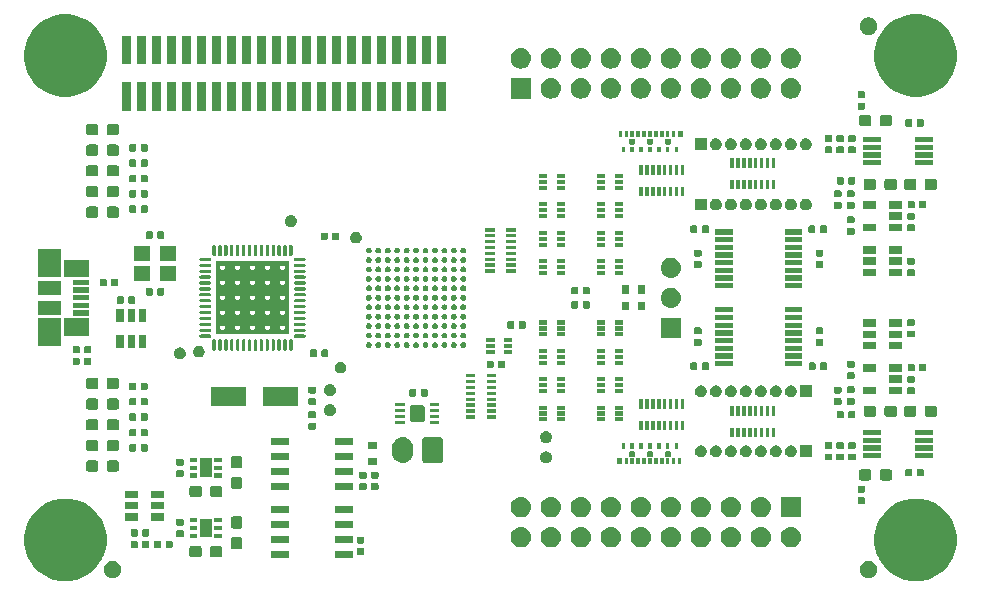
<source format=gts>
G04 #@! TF.GenerationSoftware,KiCad,Pcbnew,5.1.0*
G04 #@! TF.CreationDate,2019-05-02T19:21:28+09:00*
G04 #@! TF.ProjectId,glasgow,676c6173-676f-4772-9e6b-696361645f70,rev?*
G04 #@! TF.SameCoordinates,Original*
G04 #@! TF.FileFunction,Soldermask,Top*
G04 #@! TF.FilePolarity,Negative*
%FSLAX46Y46*%
G04 Gerber Fmt 4.6, Leading zero omitted, Abs format (unit mm)*
G04 Created by KiCad (PCBNEW 5.1.0) date 2019-05-02 19:21:28*
%MOMM*%
%LPD*%
G04 APERTURE LIST*
%ADD10C,0.200000*%
%ADD11C,0.100000*%
%ADD12C,0.863600*%
G04 APERTURE END LIST*
D10*
X67610000Y-98040000D02*
G75*
G03X67610000Y-98040000I-300000J0D01*
G01*
X68880000Y-98040000D02*
G75*
G03X68880000Y-98040000I-300000J0D01*
G01*
X70150000Y-98040000D02*
G75*
G03X70150000Y-98040000I-300000J0D01*
G01*
X71420000Y-98040000D02*
G75*
G03X71420000Y-98040000I-300000J0D01*
G01*
X72690000Y-98040000D02*
G75*
G03X72690000Y-98040000I-300000J0D01*
G01*
X72690000Y-96770000D02*
G75*
G03X72690000Y-96770000I-300000J0D01*
G01*
X71420000Y-96770000D02*
G75*
G03X71420000Y-96770000I-300000J0D01*
G01*
X70150000Y-96770000D02*
G75*
G03X70150000Y-96770000I-300000J0D01*
G01*
X68880000Y-96770000D02*
G75*
G03X68880000Y-96770000I-300000J0D01*
G01*
X67610000Y-96770000D02*
G75*
G03X67610000Y-96770000I-300000J0D01*
G01*
X67610000Y-92960000D02*
G75*
G03X67610000Y-92960000I-300000J0D01*
G01*
X68880000Y-92960000D02*
G75*
G03X68880000Y-92960000I-300000J0D01*
G01*
X70150000Y-92960000D02*
G75*
G03X70150000Y-92960000I-300000J0D01*
G01*
X71420000Y-92960000D02*
G75*
G03X71420000Y-92960000I-300000J0D01*
G01*
X72690000Y-92960000D02*
G75*
G03X72690000Y-92960000I-300000J0D01*
G01*
X72690000Y-94230000D02*
G75*
G03X72690000Y-94230000I-300000J0D01*
G01*
X71420000Y-94230000D02*
G75*
G03X71420000Y-94230000I-300000J0D01*
G01*
X70150000Y-94230000D02*
G75*
G03X70150000Y-94230000I-300000J0D01*
G01*
X68880000Y-94230000D02*
G75*
G03X68880000Y-94230000I-300000J0D01*
G01*
X67610000Y-94230000D02*
G75*
G03X67610000Y-94230000I-300000J0D01*
G01*
X67610000Y-95500000D02*
G75*
G03X67610000Y-95500000I-300000J0D01*
G01*
X68880000Y-95500000D02*
G75*
G03X68880000Y-95500000I-300000J0D01*
G01*
X72690000Y-95500000D02*
G75*
G03X72690000Y-95500000I-300000J0D01*
G01*
X71420000Y-95500000D02*
G75*
G03X71420000Y-95500000I-300000J0D01*
G01*
D11*
G36*
X72960000Y-98610000D02*
G01*
X72600000Y-98610000D01*
X72600000Y-92390000D01*
X72960000Y-92390000D01*
X72960000Y-98610000D01*
G37*
G36*
X66740000Y-98610000D02*
G01*
X66740000Y-98250000D01*
X72960000Y-98250000D01*
X72960000Y-98610000D01*
X66740000Y-98610000D01*
G37*
G36*
X66740000Y-92390000D02*
G01*
X67100000Y-92390000D01*
X67100000Y-98610000D01*
X66740000Y-98610000D01*
X66740000Y-92390000D01*
G37*
G36*
X72960000Y-92390000D02*
G01*
X72960000Y-92750000D01*
X66740000Y-92750000D01*
X66740000Y-92390000D01*
X72960000Y-92390000D01*
G37*
D12*
X67310000Y-93595000D02*
X72390000Y-93595000D01*
X67310000Y-94865000D02*
X72390000Y-94865000D01*
X67310000Y-96135000D02*
X72390000Y-96135000D01*
X67310000Y-97405000D02*
X72390000Y-97405000D01*
X71755000Y-92960000D02*
X71755000Y-98040000D01*
X70485000Y-92960000D02*
X70485000Y-98040000D01*
X69215000Y-92960000D02*
X69215000Y-98040000D01*
X67945000Y-92960000D02*
X67945000Y-98040000D01*
D10*
X70150000Y-95500000D02*
G75*
G03X70150000Y-95500000I-300000J0D01*
G01*
D11*
G36*
X127020910Y-112634502D02*
G01*
X127020913Y-112634503D01*
X127020912Y-112634503D01*
X127656851Y-112897917D01*
X127657874Y-112898341D01*
X128231119Y-113281371D01*
X128718629Y-113768881D01*
X129087313Y-114320655D01*
X129101660Y-114342128D01*
X129166357Y-114498320D01*
X129365498Y-114979090D01*
X129500000Y-115655278D01*
X129500000Y-116344722D01*
X129365498Y-117020910D01*
X129273408Y-117243234D01*
X129148225Y-117545455D01*
X129101659Y-117657874D01*
X128718629Y-118231119D01*
X128231119Y-118718629D01*
X127657874Y-119101659D01*
X127657873Y-119101660D01*
X127657872Y-119101660D01*
X127369327Y-119221179D01*
X127020910Y-119365498D01*
X126344722Y-119500000D01*
X125655278Y-119500000D01*
X124979090Y-119365498D01*
X124630673Y-119221179D01*
X124342128Y-119101660D01*
X124342127Y-119101660D01*
X124342126Y-119101659D01*
X123768881Y-118718629D01*
X123281371Y-118231119D01*
X122898341Y-117657874D01*
X122851776Y-117545455D01*
X122726592Y-117243234D01*
X122634502Y-117020910D01*
X122500000Y-116344722D01*
X122500000Y-115655278D01*
X122634502Y-114979090D01*
X122833643Y-114498320D01*
X122898340Y-114342128D01*
X122912688Y-114320655D01*
X123281371Y-113768881D01*
X123768881Y-113281371D01*
X124342126Y-112898341D01*
X124343150Y-112897917D01*
X124979088Y-112634503D01*
X124979087Y-112634503D01*
X124979090Y-112634502D01*
X125655278Y-112500000D01*
X126344722Y-112500000D01*
X127020910Y-112634502D01*
X127020910Y-112634502D01*
G37*
G36*
X55020910Y-112634502D02*
G01*
X55020913Y-112634503D01*
X55020912Y-112634503D01*
X55656851Y-112897917D01*
X55657874Y-112898341D01*
X56231119Y-113281371D01*
X56718629Y-113768881D01*
X57087313Y-114320655D01*
X57101660Y-114342128D01*
X57166357Y-114498320D01*
X57365498Y-114979090D01*
X57500000Y-115655278D01*
X57500000Y-116344722D01*
X57365498Y-117020910D01*
X57273408Y-117243234D01*
X57148225Y-117545455D01*
X57101659Y-117657874D01*
X56718629Y-118231119D01*
X56231119Y-118718629D01*
X55657874Y-119101659D01*
X55657873Y-119101660D01*
X55657872Y-119101660D01*
X55369327Y-119221179D01*
X55020910Y-119365498D01*
X54344722Y-119500000D01*
X53655278Y-119500000D01*
X52979090Y-119365498D01*
X52630673Y-119221179D01*
X52342128Y-119101660D01*
X52342127Y-119101660D01*
X52342126Y-119101659D01*
X51768881Y-118718629D01*
X51281371Y-118231119D01*
X50898341Y-117657874D01*
X50851776Y-117545455D01*
X50726592Y-117243234D01*
X50634502Y-117020910D01*
X50500000Y-116344722D01*
X50500000Y-115655278D01*
X50634502Y-114979090D01*
X50833643Y-114498320D01*
X50898340Y-114342128D01*
X50912688Y-114320655D01*
X51281371Y-113768881D01*
X51768881Y-113281371D01*
X52342126Y-112898341D01*
X52343150Y-112897917D01*
X52979088Y-112634503D01*
X52979087Y-112634503D01*
X52979090Y-112634502D01*
X53655278Y-112500000D01*
X54344722Y-112500000D01*
X55020910Y-112634502D01*
X55020910Y-112634502D01*
G37*
G36*
X122218763Y-117778821D02*
G01*
X122218764Y-117778821D01*
X122218767Y-117778822D01*
X122355258Y-117835359D01*
X122355259Y-117835360D01*
X122355262Y-117835361D01*
X122478097Y-117917436D01*
X122582564Y-118021903D01*
X122664639Y-118144738D01*
X122664640Y-118144741D01*
X122664641Y-118144742D01*
X122721178Y-118281233D01*
X122721179Y-118281236D01*
X122721179Y-118281237D01*
X122750000Y-118426129D01*
X122750000Y-118573871D01*
X122721179Y-118718763D01*
X122721178Y-118718767D01*
X122664641Y-118855258D01*
X122664639Y-118855262D01*
X122582564Y-118978097D01*
X122478097Y-119082564D01*
X122355262Y-119164639D01*
X122355259Y-119164640D01*
X122355258Y-119164641D01*
X122218767Y-119221178D01*
X122218764Y-119221179D01*
X122218763Y-119221179D01*
X122073871Y-119250000D01*
X121926129Y-119250000D01*
X121781237Y-119221179D01*
X121781236Y-119221179D01*
X121781233Y-119221178D01*
X121644742Y-119164641D01*
X121644741Y-119164640D01*
X121644738Y-119164639D01*
X121521903Y-119082564D01*
X121417436Y-118978097D01*
X121335361Y-118855262D01*
X121335359Y-118855258D01*
X121278822Y-118718767D01*
X121278821Y-118718763D01*
X121250000Y-118573871D01*
X121250000Y-118426129D01*
X121278821Y-118281237D01*
X121278821Y-118281236D01*
X121278822Y-118281233D01*
X121335359Y-118144742D01*
X121335360Y-118144741D01*
X121335361Y-118144738D01*
X121417436Y-118021903D01*
X121521903Y-117917436D01*
X121644738Y-117835361D01*
X121644741Y-117835360D01*
X121644742Y-117835359D01*
X121781233Y-117778822D01*
X121781236Y-117778821D01*
X121781237Y-117778821D01*
X121926129Y-117750000D01*
X122073871Y-117750000D01*
X122218763Y-117778821D01*
X122218763Y-117778821D01*
G37*
G36*
X58218763Y-117778821D02*
G01*
X58218764Y-117778821D01*
X58218767Y-117778822D01*
X58355258Y-117835359D01*
X58355259Y-117835360D01*
X58355262Y-117835361D01*
X58478097Y-117917436D01*
X58582564Y-118021903D01*
X58664639Y-118144738D01*
X58664640Y-118144741D01*
X58664641Y-118144742D01*
X58721178Y-118281233D01*
X58721179Y-118281236D01*
X58721179Y-118281237D01*
X58750000Y-118426129D01*
X58750000Y-118573871D01*
X58721179Y-118718763D01*
X58721178Y-118718767D01*
X58664641Y-118855258D01*
X58664639Y-118855262D01*
X58582564Y-118978097D01*
X58478097Y-119082564D01*
X58355262Y-119164639D01*
X58355259Y-119164640D01*
X58355258Y-119164641D01*
X58218767Y-119221178D01*
X58218764Y-119221179D01*
X58218763Y-119221179D01*
X58073871Y-119250000D01*
X57926129Y-119250000D01*
X57781237Y-119221179D01*
X57781236Y-119221179D01*
X57781233Y-119221178D01*
X57644742Y-119164641D01*
X57644741Y-119164640D01*
X57644738Y-119164639D01*
X57521903Y-119082564D01*
X57417436Y-118978097D01*
X57335361Y-118855262D01*
X57335359Y-118855258D01*
X57278822Y-118718767D01*
X57278821Y-118718763D01*
X57250000Y-118573871D01*
X57250000Y-118426129D01*
X57278821Y-118281237D01*
X57278821Y-118281236D01*
X57278822Y-118281233D01*
X57335359Y-118144742D01*
X57335360Y-118144741D01*
X57335361Y-118144738D01*
X57417436Y-118021903D01*
X57521903Y-117917436D01*
X57644738Y-117835361D01*
X57644741Y-117835360D01*
X57644742Y-117835359D01*
X57781233Y-117778822D01*
X57781236Y-117778821D01*
X57781237Y-117778821D01*
X57926129Y-117750000D01*
X58073871Y-117750000D01*
X58218763Y-117778821D01*
X58218763Y-117778821D01*
G37*
G36*
X72975000Y-117505000D02*
G01*
X71425000Y-117505000D01*
X71425000Y-116905000D01*
X72975000Y-116905000D01*
X72975000Y-117505000D01*
X72975000Y-117505000D01*
G37*
G36*
X78375000Y-117505000D02*
G01*
X76825000Y-117505000D01*
X76825000Y-116905000D01*
X78375000Y-116905000D01*
X78375000Y-117505000D01*
X78375000Y-117505000D01*
G37*
G36*
X65376903Y-116529345D02*
G01*
X65417188Y-116541565D01*
X65454329Y-116561417D01*
X65486874Y-116588126D01*
X65513582Y-116620670D01*
X65533435Y-116657812D01*
X65545655Y-116698097D01*
X65550000Y-116742208D01*
X65550000Y-117257792D01*
X65545655Y-117301903D01*
X65533435Y-117342188D01*
X65513583Y-117379329D01*
X65486874Y-117411874D01*
X65454329Y-117438583D01*
X65417188Y-117458435D01*
X65376903Y-117470655D01*
X65332792Y-117475000D01*
X64717208Y-117475000D01*
X64673097Y-117470655D01*
X64632812Y-117458435D01*
X64595671Y-117438583D01*
X64563126Y-117411874D01*
X64536417Y-117379329D01*
X64516565Y-117342188D01*
X64504345Y-117301903D01*
X64500000Y-117257792D01*
X64500000Y-116742208D01*
X64504345Y-116698097D01*
X64516565Y-116657812D01*
X64536418Y-116620670D01*
X64563126Y-116588126D01*
X64595671Y-116561417D01*
X64632812Y-116541565D01*
X64673097Y-116529345D01*
X64717208Y-116525000D01*
X65332792Y-116525000D01*
X65376903Y-116529345D01*
X65376903Y-116529345D01*
G37*
G36*
X67126903Y-116529345D02*
G01*
X67167188Y-116541565D01*
X67204329Y-116561417D01*
X67236874Y-116588126D01*
X67263582Y-116620670D01*
X67283435Y-116657812D01*
X67295655Y-116698097D01*
X67300000Y-116742208D01*
X67300000Y-117257792D01*
X67295655Y-117301903D01*
X67283435Y-117342188D01*
X67263583Y-117379329D01*
X67236874Y-117411874D01*
X67204329Y-117438583D01*
X67167188Y-117458435D01*
X67126903Y-117470655D01*
X67082792Y-117475000D01*
X66467208Y-117475000D01*
X66423097Y-117470655D01*
X66382812Y-117458435D01*
X66345671Y-117438583D01*
X66313126Y-117411874D01*
X66286417Y-117379329D01*
X66266565Y-117342188D01*
X66254345Y-117301903D01*
X66250000Y-117257792D01*
X66250000Y-116742208D01*
X66254345Y-116698097D01*
X66266565Y-116657812D01*
X66286418Y-116620670D01*
X66313126Y-116588126D01*
X66345671Y-116561417D01*
X66382812Y-116541565D01*
X66423097Y-116529345D01*
X66467208Y-116525000D01*
X67082792Y-116525000D01*
X67126903Y-116529345D01*
X67126903Y-116529345D01*
G37*
G36*
X79219345Y-116692615D02*
G01*
X79242751Y-116699715D01*
X79264326Y-116711248D01*
X79283234Y-116726766D01*
X79298752Y-116745674D01*
X79310285Y-116767249D01*
X79317385Y-116790655D01*
X79320000Y-116817206D01*
X79320000Y-117152794D01*
X79317385Y-117179345D01*
X79310285Y-117202751D01*
X79298752Y-117224326D01*
X79283234Y-117243234D01*
X79264326Y-117258752D01*
X79242751Y-117270285D01*
X79219345Y-117277385D01*
X79192794Y-117280000D01*
X78807206Y-117280000D01*
X78780655Y-117277385D01*
X78757249Y-117270285D01*
X78735674Y-117258752D01*
X78716766Y-117243234D01*
X78701248Y-117224326D01*
X78689715Y-117202751D01*
X78682615Y-117179345D01*
X78680000Y-117152794D01*
X78680000Y-116817206D01*
X78682615Y-116790655D01*
X78689715Y-116767249D01*
X78701248Y-116745674D01*
X78716766Y-116726766D01*
X78735674Y-116711248D01*
X78757249Y-116699715D01*
X78780655Y-116692615D01*
X78807206Y-116690000D01*
X79192794Y-116690000D01*
X79219345Y-116692615D01*
X79219345Y-116692615D01*
G37*
G36*
X68801903Y-115754345D02*
G01*
X68842188Y-115766565D01*
X68879329Y-115786417D01*
X68911874Y-115813126D01*
X68938583Y-115845671D01*
X68958435Y-115882812D01*
X68970655Y-115923097D01*
X68975000Y-115967208D01*
X68975000Y-116582792D01*
X68970655Y-116626903D01*
X68958435Y-116667188D01*
X68938583Y-116704329D01*
X68911874Y-116736874D01*
X68879329Y-116763583D01*
X68842188Y-116783435D01*
X68801903Y-116795655D01*
X68757792Y-116800000D01*
X68242208Y-116800000D01*
X68198097Y-116795655D01*
X68157812Y-116783435D01*
X68120671Y-116763583D01*
X68088126Y-116736874D01*
X68061417Y-116704329D01*
X68041565Y-116667188D01*
X68029345Y-116626903D01*
X68025000Y-116582792D01*
X68025000Y-115967208D01*
X68029345Y-115923097D01*
X68041565Y-115882812D01*
X68061417Y-115845671D01*
X68088126Y-115813126D01*
X68120671Y-115786417D01*
X68157812Y-115766565D01*
X68198097Y-115754345D01*
X68242208Y-115750000D01*
X68757792Y-115750000D01*
X68801903Y-115754345D01*
X68801903Y-115754345D01*
G37*
G36*
X62979345Y-116082615D02*
G01*
X63002751Y-116089715D01*
X63024326Y-116101248D01*
X63043234Y-116116766D01*
X63058752Y-116135674D01*
X63070285Y-116157249D01*
X63077385Y-116180655D01*
X63080000Y-116207206D01*
X63080000Y-116592794D01*
X63077385Y-116619345D01*
X63070285Y-116642751D01*
X63058752Y-116664326D01*
X63043234Y-116683234D01*
X63024326Y-116698752D01*
X63002751Y-116710285D01*
X62979345Y-116717385D01*
X62952794Y-116720000D01*
X62617206Y-116720000D01*
X62590655Y-116717385D01*
X62567249Y-116710285D01*
X62545674Y-116698752D01*
X62526766Y-116683234D01*
X62511248Y-116664326D01*
X62499715Y-116642751D01*
X62492615Y-116619345D01*
X62490000Y-116592794D01*
X62490000Y-116207206D01*
X62492615Y-116180655D01*
X62499715Y-116157249D01*
X62511248Y-116135674D01*
X62526766Y-116116766D01*
X62545674Y-116101248D01*
X62567249Y-116089715D01*
X62590655Y-116082615D01*
X62617206Y-116080000D01*
X62952794Y-116080000D01*
X62979345Y-116082615D01*
X62979345Y-116082615D01*
G37*
G36*
X60994345Y-116082615D02*
G01*
X61017751Y-116089715D01*
X61039326Y-116101248D01*
X61058234Y-116116766D01*
X61073752Y-116135674D01*
X61085285Y-116157249D01*
X61092385Y-116180655D01*
X61095000Y-116207206D01*
X61095000Y-116592794D01*
X61092385Y-116619345D01*
X61085285Y-116642751D01*
X61073752Y-116664326D01*
X61058234Y-116683234D01*
X61039326Y-116698752D01*
X61017751Y-116710285D01*
X60994345Y-116717385D01*
X60967794Y-116720000D01*
X60632206Y-116720000D01*
X60605655Y-116717385D01*
X60582249Y-116710285D01*
X60560674Y-116698752D01*
X60541766Y-116683234D01*
X60526248Y-116664326D01*
X60514715Y-116642751D01*
X60507615Y-116619345D01*
X60505000Y-116592794D01*
X60505000Y-116207206D01*
X60507615Y-116180655D01*
X60514715Y-116157249D01*
X60526248Y-116135674D01*
X60541766Y-116116766D01*
X60560674Y-116101248D01*
X60582249Y-116089715D01*
X60605655Y-116082615D01*
X60632206Y-116080000D01*
X60967794Y-116080000D01*
X60994345Y-116082615D01*
X60994345Y-116082615D01*
G37*
G36*
X60024345Y-116082615D02*
G01*
X60047751Y-116089715D01*
X60069326Y-116101248D01*
X60088234Y-116116766D01*
X60103752Y-116135674D01*
X60115285Y-116157249D01*
X60122385Y-116180655D01*
X60125000Y-116207206D01*
X60125000Y-116592794D01*
X60122385Y-116619345D01*
X60115285Y-116642751D01*
X60103752Y-116664326D01*
X60088234Y-116683234D01*
X60069326Y-116698752D01*
X60047751Y-116710285D01*
X60024345Y-116717385D01*
X59997794Y-116720000D01*
X59662206Y-116720000D01*
X59635655Y-116717385D01*
X59612249Y-116710285D01*
X59590674Y-116698752D01*
X59571766Y-116683234D01*
X59556248Y-116664326D01*
X59544715Y-116642751D01*
X59537615Y-116619345D01*
X59535000Y-116592794D01*
X59535000Y-116207206D01*
X59537615Y-116180655D01*
X59544715Y-116157249D01*
X59556248Y-116135674D01*
X59571766Y-116116766D01*
X59590674Y-116101248D01*
X59612249Y-116089715D01*
X59635655Y-116082615D01*
X59662206Y-116080000D01*
X59997794Y-116080000D01*
X60024345Y-116082615D01*
X60024345Y-116082615D01*
G37*
G36*
X62009345Y-116082615D02*
G01*
X62032751Y-116089715D01*
X62054326Y-116101248D01*
X62073234Y-116116766D01*
X62088752Y-116135674D01*
X62100285Y-116157249D01*
X62107385Y-116180655D01*
X62110000Y-116207206D01*
X62110000Y-116592794D01*
X62107385Y-116619345D01*
X62100285Y-116642751D01*
X62088752Y-116664326D01*
X62073234Y-116683234D01*
X62054326Y-116698752D01*
X62032751Y-116710285D01*
X62009345Y-116717385D01*
X61982794Y-116720000D01*
X61647206Y-116720000D01*
X61620655Y-116717385D01*
X61597249Y-116710285D01*
X61575674Y-116698752D01*
X61556766Y-116683234D01*
X61541248Y-116664326D01*
X61529715Y-116642751D01*
X61522615Y-116619345D01*
X61520000Y-116592794D01*
X61520000Y-116207206D01*
X61522615Y-116180655D01*
X61529715Y-116157249D01*
X61541248Y-116135674D01*
X61556766Y-116116766D01*
X61575674Y-116101248D01*
X61597249Y-116089715D01*
X61620655Y-116082615D01*
X61647206Y-116080000D01*
X61982794Y-116080000D01*
X62009345Y-116082615D01*
X62009345Y-116082615D01*
G37*
G36*
X102878149Y-114916813D02*
G01*
X102899295Y-114918896D01*
X102948676Y-114933876D01*
X103062083Y-114968277D01*
X103212112Y-115048469D01*
X103343612Y-115156388D01*
X103451531Y-115287888D01*
X103531723Y-115437917D01*
X103581104Y-115600706D01*
X103597779Y-115770000D01*
X103586667Y-115882812D01*
X103581104Y-115939295D01*
X103566481Y-115987500D01*
X103531723Y-116102083D01*
X103451531Y-116252112D01*
X103343612Y-116383612D01*
X103212112Y-116491531D01*
X103062083Y-116571723D01*
X102948676Y-116606124D01*
X102899295Y-116621104D01*
X102878149Y-116623187D01*
X102772425Y-116633600D01*
X102687575Y-116633600D01*
X102581851Y-116623187D01*
X102560705Y-116621104D01*
X102511324Y-116606124D01*
X102397917Y-116571723D01*
X102247888Y-116491531D01*
X102116388Y-116383612D01*
X102008469Y-116252112D01*
X101928277Y-116102083D01*
X101893519Y-115987500D01*
X101878896Y-115939295D01*
X101873333Y-115882812D01*
X101862221Y-115770000D01*
X101878896Y-115600706D01*
X101928277Y-115437917D01*
X102008469Y-115287888D01*
X102116388Y-115156388D01*
X102247888Y-115048469D01*
X102397917Y-114968277D01*
X102511324Y-114933876D01*
X102560705Y-114918896D01*
X102581851Y-114916813D01*
X102687575Y-114906400D01*
X102772425Y-114906400D01*
X102878149Y-114916813D01*
X102878149Y-114916813D01*
G37*
G36*
X115578149Y-114916813D02*
G01*
X115599295Y-114918896D01*
X115648676Y-114933876D01*
X115762083Y-114968277D01*
X115912112Y-115048469D01*
X116043612Y-115156388D01*
X116151531Y-115287888D01*
X116231723Y-115437917D01*
X116281104Y-115600706D01*
X116297779Y-115770000D01*
X116286667Y-115882812D01*
X116281104Y-115939295D01*
X116266481Y-115987500D01*
X116231723Y-116102083D01*
X116151531Y-116252112D01*
X116043612Y-116383612D01*
X115912112Y-116491531D01*
X115762083Y-116571723D01*
X115648676Y-116606124D01*
X115599295Y-116621104D01*
X115578149Y-116623187D01*
X115472425Y-116633600D01*
X115387575Y-116633600D01*
X115281851Y-116623187D01*
X115260705Y-116621104D01*
X115211324Y-116606124D01*
X115097917Y-116571723D01*
X114947888Y-116491531D01*
X114816388Y-116383612D01*
X114708469Y-116252112D01*
X114628277Y-116102083D01*
X114593519Y-115987500D01*
X114578896Y-115939295D01*
X114573333Y-115882812D01*
X114562221Y-115770000D01*
X114578896Y-115600706D01*
X114628277Y-115437917D01*
X114708469Y-115287888D01*
X114816388Y-115156388D01*
X114947888Y-115048469D01*
X115097917Y-114968277D01*
X115211324Y-114933876D01*
X115260705Y-114918896D01*
X115281851Y-114916813D01*
X115387575Y-114906400D01*
X115472425Y-114906400D01*
X115578149Y-114916813D01*
X115578149Y-114916813D01*
G37*
G36*
X113038149Y-114916813D02*
G01*
X113059295Y-114918896D01*
X113108676Y-114933876D01*
X113222083Y-114968277D01*
X113372112Y-115048469D01*
X113503612Y-115156388D01*
X113611531Y-115287888D01*
X113691723Y-115437917D01*
X113741104Y-115600706D01*
X113757779Y-115770000D01*
X113746667Y-115882812D01*
X113741104Y-115939295D01*
X113726481Y-115987500D01*
X113691723Y-116102083D01*
X113611531Y-116252112D01*
X113503612Y-116383612D01*
X113372112Y-116491531D01*
X113222083Y-116571723D01*
X113108676Y-116606124D01*
X113059295Y-116621104D01*
X113038149Y-116623187D01*
X112932425Y-116633600D01*
X112847575Y-116633600D01*
X112741851Y-116623187D01*
X112720705Y-116621104D01*
X112671324Y-116606124D01*
X112557917Y-116571723D01*
X112407888Y-116491531D01*
X112276388Y-116383612D01*
X112168469Y-116252112D01*
X112088277Y-116102083D01*
X112053519Y-115987500D01*
X112038896Y-115939295D01*
X112033333Y-115882812D01*
X112022221Y-115770000D01*
X112038896Y-115600706D01*
X112088277Y-115437917D01*
X112168469Y-115287888D01*
X112276388Y-115156388D01*
X112407888Y-115048469D01*
X112557917Y-114968277D01*
X112671324Y-114933876D01*
X112720705Y-114918896D01*
X112741851Y-114916813D01*
X112847575Y-114906400D01*
X112932425Y-114906400D01*
X113038149Y-114916813D01*
X113038149Y-114916813D01*
G37*
G36*
X107958149Y-114916813D02*
G01*
X107979295Y-114918896D01*
X108028676Y-114933876D01*
X108142083Y-114968277D01*
X108292112Y-115048469D01*
X108423612Y-115156388D01*
X108531531Y-115287888D01*
X108611723Y-115437917D01*
X108661104Y-115600706D01*
X108677779Y-115770000D01*
X108666667Y-115882812D01*
X108661104Y-115939295D01*
X108646481Y-115987500D01*
X108611723Y-116102083D01*
X108531531Y-116252112D01*
X108423612Y-116383612D01*
X108292112Y-116491531D01*
X108142083Y-116571723D01*
X108028676Y-116606124D01*
X107979295Y-116621104D01*
X107958149Y-116623187D01*
X107852425Y-116633600D01*
X107767575Y-116633600D01*
X107661851Y-116623187D01*
X107640705Y-116621104D01*
X107591324Y-116606124D01*
X107477917Y-116571723D01*
X107327888Y-116491531D01*
X107196388Y-116383612D01*
X107088469Y-116252112D01*
X107008277Y-116102083D01*
X106973519Y-115987500D01*
X106958896Y-115939295D01*
X106953333Y-115882812D01*
X106942221Y-115770000D01*
X106958896Y-115600706D01*
X107008277Y-115437917D01*
X107088469Y-115287888D01*
X107196388Y-115156388D01*
X107327888Y-115048469D01*
X107477917Y-114968277D01*
X107591324Y-114933876D01*
X107640705Y-114918896D01*
X107661851Y-114916813D01*
X107767575Y-114906400D01*
X107852425Y-114906400D01*
X107958149Y-114916813D01*
X107958149Y-114916813D01*
G37*
G36*
X105418149Y-114916813D02*
G01*
X105439295Y-114918896D01*
X105488676Y-114933876D01*
X105602083Y-114968277D01*
X105752112Y-115048469D01*
X105883612Y-115156388D01*
X105991531Y-115287888D01*
X106071723Y-115437917D01*
X106121104Y-115600706D01*
X106137779Y-115770000D01*
X106126667Y-115882812D01*
X106121104Y-115939295D01*
X106106481Y-115987500D01*
X106071723Y-116102083D01*
X105991531Y-116252112D01*
X105883612Y-116383612D01*
X105752112Y-116491531D01*
X105602083Y-116571723D01*
X105488676Y-116606124D01*
X105439295Y-116621104D01*
X105418149Y-116623187D01*
X105312425Y-116633600D01*
X105227575Y-116633600D01*
X105121851Y-116623187D01*
X105100705Y-116621104D01*
X105051324Y-116606124D01*
X104937917Y-116571723D01*
X104787888Y-116491531D01*
X104656388Y-116383612D01*
X104548469Y-116252112D01*
X104468277Y-116102083D01*
X104433519Y-115987500D01*
X104418896Y-115939295D01*
X104413333Y-115882812D01*
X104402221Y-115770000D01*
X104418896Y-115600706D01*
X104468277Y-115437917D01*
X104548469Y-115287888D01*
X104656388Y-115156388D01*
X104787888Y-115048469D01*
X104937917Y-114968277D01*
X105051324Y-114933876D01*
X105100705Y-114918896D01*
X105121851Y-114916813D01*
X105227575Y-114906400D01*
X105312425Y-114906400D01*
X105418149Y-114916813D01*
X105418149Y-114916813D01*
G37*
G36*
X100338149Y-114916813D02*
G01*
X100359295Y-114918896D01*
X100408676Y-114933876D01*
X100522083Y-114968277D01*
X100672112Y-115048469D01*
X100803612Y-115156388D01*
X100911531Y-115287888D01*
X100991723Y-115437917D01*
X101041104Y-115600706D01*
X101057779Y-115770000D01*
X101046667Y-115882812D01*
X101041104Y-115939295D01*
X101026481Y-115987500D01*
X100991723Y-116102083D01*
X100911531Y-116252112D01*
X100803612Y-116383612D01*
X100672112Y-116491531D01*
X100522083Y-116571723D01*
X100408676Y-116606124D01*
X100359295Y-116621104D01*
X100338149Y-116623187D01*
X100232425Y-116633600D01*
X100147575Y-116633600D01*
X100041851Y-116623187D01*
X100020705Y-116621104D01*
X99971324Y-116606124D01*
X99857917Y-116571723D01*
X99707888Y-116491531D01*
X99576388Y-116383612D01*
X99468469Y-116252112D01*
X99388277Y-116102083D01*
X99353519Y-115987500D01*
X99338896Y-115939295D01*
X99333333Y-115882812D01*
X99322221Y-115770000D01*
X99338896Y-115600706D01*
X99388277Y-115437917D01*
X99468469Y-115287888D01*
X99576388Y-115156388D01*
X99707888Y-115048469D01*
X99857917Y-114968277D01*
X99971324Y-114933876D01*
X100020705Y-114918896D01*
X100041851Y-114916813D01*
X100147575Y-114906400D01*
X100232425Y-114906400D01*
X100338149Y-114916813D01*
X100338149Y-114916813D01*
G37*
G36*
X97798149Y-114916813D02*
G01*
X97819295Y-114918896D01*
X97868676Y-114933876D01*
X97982083Y-114968277D01*
X98132112Y-115048469D01*
X98263612Y-115156388D01*
X98371531Y-115287888D01*
X98451723Y-115437917D01*
X98501104Y-115600706D01*
X98517779Y-115770000D01*
X98506667Y-115882812D01*
X98501104Y-115939295D01*
X98486481Y-115987500D01*
X98451723Y-116102083D01*
X98371531Y-116252112D01*
X98263612Y-116383612D01*
X98132112Y-116491531D01*
X97982083Y-116571723D01*
X97868676Y-116606124D01*
X97819295Y-116621104D01*
X97798149Y-116623187D01*
X97692425Y-116633600D01*
X97607575Y-116633600D01*
X97501851Y-116623187D01*
X97480705Y-116621104D01*
X97431324Y-116606124D01*
X97317917Y-116571723D01*
X97167888Y-116491531D01*
X97036388Y-116383612D01*
X96928469Y-116252112D01*
X96848277Y-116102083D01*
X96813519Y-115987500D01*
X96798896Y-115939295D01*
X96793333Y-115882812D01*
X96782221Y-115770000D01*
X96798896Y-115600706D01*
X96848277Y-115437917D01*
X96928469Y-115287888D01*
X97036388Y-115156388D01*
X97167888Y-115048469D01*
X97317917Y-114968277D01*
X97431324Y-114933876D01*
X97480705Y-114918896D01*
X97501851Y-114916813D01*
X97607575Y-114906400D01*
X97692425Y-114906400D01*
X97798149Y-114916813D01*
X97798149Y-114916813D01*
G37*
G36*
X95258149Y-114916813D02*
G01*
X95279295Y-114918896D01*
X95328676Y-114933876D01*
X95442083Y-114968277D01*
X95592112Y-115048469D01*
X95723612Y-115156388D01*
X95831531Y-115287888D01*
X95911723Y-115437917D01*
X95961104Y-115600706D01*
X95977779Y-115770000D01*
X95966667Y-115882812D01*
X95961104Y-115939295D01*
X95946481Y-115987500D01*
X95911723Y-116102083D01*
X95831531Y-116252112D01*
X95723612Y-116383612D01*
X95592112Y-116491531D01*
X95442083Y-116571723D01*
X95328676Y-116606124D01*
X95279295Y-116621104D01*
X95258149Y-116623187D01*
X95152425Y-116633600D01*
X95067575Y-116633600D01*
X94961851Y-116623187D01*
X94940705Y-116621104D01*
X94891324Y-116606124D01*
X94777917Y-116571723D01*
X94627888Y-116491531D01*
X94496388Y-116383612D01*
X94388469Y-116252112D01*
X94308277Y-116102083D01*
X94273519Y-115987500D01*
X94258896Y-115939295D01*
X94253333Y-115882812D01*
X94242221Y-115770000D01*
X94258896Y-115600706D01*
X94308277Y-115437917D01*
X94388469Y-115287888D01*
X94496388Y-115156388D01*
X94627888Y-115048469D01*
X94777917Y-114968277D01*
X94891324Y-114933876D01*
X94940705Y-114918896D01*
X94961851Y-114916813D01*
X95067575Y-114906400D01*
X95152425Y-114906400D01*
X95258149Y-114916813D01*
X95258149Y-114916813D01*
G37*
G36*
X92718149Y-114916813D02*
G01*
X92739295Y-114918896D01*
X92788676Y-114933876D01*
X92902083Y-114968277D01*
X93052112Y-115048469D01*
X93183612Y-115156388D01*
X93291531Y-115287888D01*
X93371723Y-115437917D01*
X93421104Y-115600706D01*
X93437779Y-115770000D01*
X93426667Y-115882812D01*
X93421104Y-115939295D01*
X93406481Y-115987500D01*
X93371723Y-116102083D01*
X93291531Y-116252112D01*
X93183612Y-116383612D01*
X93052112Y-116491531D01*
X92902083Y-116571723D01*
X92788676Y-116606124D01*
X92739295Y-116621104D01*
X92718149Y-116623187D01*
X92612425Y-116633600D01*
X92527575Y-116633600D01*
X92421851Y-116623187D01*
X92400705Y-116621104D01*
X92351324Y-116606124D01*
X92237917Y-116571723D01*
X92087888Y-116491531D01*
X91956388Y-116383612D01*
X91848469Y-116252112D01*
X91768277Y-116102083D01*
X91733519Y-115987500D01*
X91718896Y-115939295D01*
X91713333Y-115882812D01*
X91702221Y-115770000D01*
X91718896Y-115600706D01*
X91768277Y-115437917D01*
X91848469Y-115287888D01*
X91956388Y-115156388D01*
X92087888Y-115048469D01*
X92237917Y-114968277D01*
X92351324Y-114933876D01*
X92400705Y-114918896D01*
X92421851Y-114916813D01*
X92527575Y-114906400D01*
X92612425Y-114906400D01*
X92718149Y-114916813D01*
X92718149Y-114916813D01*
G37*
G36*
X110498149Y-114916813D02*
G01*
X110519295Y-114918896D01*
X110568676Y-114933876D01*
X110682083Y-114968277D01*
X110832112Y-115048469D01*
X110963612Y-115156388D01*
X111071531Y-115287888D01*
X111151723Y-115437917D01*
X111201104Y-115600706D01*
X111217779Y-115770000D01*
X111206667Y-115882812D01*
X111201104Y-115939295D01*
X111186481Y-115987500D01*
X111151723Y-116102083D01*
X111071531Y-116252112D01*
X110963612Y-116383612D01*
X110832112Y-116491531D01*
X110682083Y-116571723D01*
X110568676Y-116606124D01*
X110519295Y-116621104D01*
X110498149Y-116623187D01*
X110392425Y-116633600D01*
X110307575Y-116633600D01*
X110201851Y-116623187D01*
X110180705Y-116621104D01*
X110131324Y-116606124D01*
X110017917Y-116571723D01*
X109867888Y-116491531D01*
X109736388Y-116383612D01*
X109628469Y-116252112D01*
X109548277Y-116102083D01*
X109513519Y-115987500D01*
X109498896Y-115939295D01*
X109493333Y-115882812D01*
X109482221Y-115770000D01*
X109498896Y-115600706D01*
X109548277Y-115437917D01*
X109628469Y-115287888D01*
X109736388Y-115156388D01*
X109867888Y-115048469D01*
X110017917Y-114968277D01*
X110131324Y-114933876D01*
X110180705Y-114918896D01*
X110201851Y-114916813D01*
X110307575Y-114906400D01*
X110392425Y-114906400D01*
X110498149Y-114916813D01*
X110498149Y-114916813D01*
G37*
G36*
X79219345Y-115722615D02*
G01*
X79242751Y-115729715D01*
X79264326Y-115741248D01*
X79283234Y-115756766D01*
X79298752Y-115775674D01*
X79310285Y-115797249D01*
X79317385Y-115820655D01*
X79320000Y-115847206D01*
X79320000Y-116182794D01*
X79317385Y-116209345D01*
X79310285Y-116232751D01*
X79298752Y-116254326D01*
X79283234Y-116273234D01*
X79264326Y-116288752D01*
X79242751Y-116300285D01*
X79219345Y-116307385D01*
X79192794Y-116310000D01*
X78807206Y-116310000D01*
X78780655Y-116307385D01*
X78757249Y-116300285D01*
X78735674Y-116288752D01*
X78716766Y-116273234D01*
X78701248Y-116254326D01*
X78689715Y-116232751D01*
X78682615Y-116209345D01*
X78680000Y-116182794D01*
X78680000Y-115847206D01*
X78682615Y-115820655D01*
X78689715Y-115797249D01*
X78701248Y-115775674D01*
X78716766Y-115756766D01*
X78735674Y-115741248D01*
X78757249Y-115729715D01*
X78780655Y-115722615D01*
X78807206Y-115720000D01*
X79192794Y-115720000D01*
X79219345Y-115722615D01*
X79219345Y-115722615D01*
G37*
G36*
X78375000Y-116235000D02*
G01*
X76825000Y-116235000D01*
X76825000Y-115635000D01*
X78375000Y-115635000D01*
X78375000Y-116235000D01*
X78375000Y-116235000D01*
G37*
G36*
X72975000Y-116235000D02*
G01*
X71425000Y-116235000D01*
X71425000Y-115635000D01*
X72975000Y-115635000D01*
X72975000Y-116235000D01*
X72975000Y-116235000D01*
G37*
G36*
X65175000Y-115825000D02*
G01*
X64525000Y-115825000D01*
X64525000Y-115475000D01*
X65175000Y-115475000D01*
X65175000Y-115825000D01*
X65175000Y-115825000D01*
G37*
G36*
X67275000Y-115825000D02*
G01*
X66625000Y-115825000D01*
X66625000Y-115475000D01*
X67275000Y-115475000D01*
X67275000Y-115825000D01*
X67275000Y-115825000D01*
G37*
G36*
X66400000Y-115800000D02*
G01*
X65400000Y-115800000D01*
X65400000Y-114200000D01*
X66400000Y-114200000D01*
X66400000Y-115800000D01*
X66400000Y-115800000D01*
G37*
G36*
X63919345Y-115192615D02*
G01*
X63942751Y-115199715D01*
X63964326Y-115211248D01*
X63983234Y-115226766D01*
X63998752Y-115245674D01*
X64010285Y-115267249D01*
X64017385Y-115290655D01*
X64020000Y-115317206D01*
X64020000Y-115652794D01*
X64017385Y-115679345D01*
X64010285Y-115702751D01*
X63998752Y-115724326D01*
X63983234Y-115743234D01*
X63964326Y-115758752D01*
X63942751Y-115770285D01*
X63919345Y-115777385D01*
X63892794Y-115780000D01*
X63507206Y-115780000D01*
X63480655Y-115777385D01*
X63457249Y-115770285D01*
X63435674Y-115758752D01*
X63416766Y-115743234D01*
X63401248Y-115724326D01*
X63389715Y-115702751D01*
X63382615Y-115679345D01*
X63380000Y-115652794D01*
X63380000Y-115317206D01*
X63382615Y-115290655D01*
X63389715Y-115267249D01*
X63401248Y-115245674D01*
X63416766Y-115226766D01*
X63435674Y-115211248D01*
X63457249Y-115199715D01*
X63480655Y-115192615D01*
X63507206Y-115190000D01*
X63892794Y-115190000D01*
X63919345Y-115192615D01*
X63919345Y-115192615D01*
G37*
G36*
X60994345Y-115082615D02*
G01*
X61017751Y-115089715D01*
X61039326Y-115101248D01*
X61058234Y-115116766D01*
X61073752Y-115135674D01*
X61085285Y-115157249D01*
X61092385Y-115180655D01*
X61095000Y-115207206D01*
X61095000Y-115592794D01*
X61092385Y-115619345D01*
X61085285Y-115642751D01*
X61073752Y-115664326D01*
X61058234Y-115683234D01*
X61039326Y-115698752D01*
X61017751Y-115710285D01*
X60994345Y-115717385D01*
X60967794Y-115720000D01*
X60632206Y-115720000D01*
X60605655Y-115717385D01*
X60582249Y-115710285D01*
X60560674Y-115698752D01*
X60541766Y-115683234D01*
X60526248Y-115664326D01*
X60514715Y-115642751D01*
X60507615Y-115619345D01*
X60505000Y-115592794D01*
X60505000Y-115207206D01*
X60507615Y-115180655D01*
X60514715Y-115157249D01*
X60526248Y-115135674D01*
X60541766Y-115116766D01*
X60560674Y-115101248D01*
X60582249Y-115089715D01*
X60605655Y-115082615D01*
X60632206Y-115080000D01*
X60967794Y-115080000D01*
X60994345Y-115082615D01*
X60994345Y-115082615D01*
G37*
G36*
X60024345Y-115082615D02*
G01*
X60047751Y-115089715D01*
X60069326Y-115101248D01*
X60088234Y-115116766D01*
X60103752Y-115135674D01*
X60115285Y-115157249D01*
X60122385Y-115180655D01*
X60125000Y-115207206D01*
X60125000Y-115592794D01*
X60122385Y-115619345D01*
X60115285Y-115642751D01*
X60103752Y-115664326D01*
X60088234Y-115683234D01*
X60069326Y-115698752D01*
X60047751Y-115710285D01*
X60024345Y-115717385D01*
X59997794Y-115720000D01*
X59662206Y-115720000D01*
X59635655Y-115717385D01*
X59612249Y-115710285D01*
X59590674Y-115698752D01*
X59571766Y-115683234D01*
X59556248Y-115664326D01*
X59544715Y-115642751D01*
X59537615Y-115619345D01*
X59535000Y-115592794D01*
X59535000Y-115207206D01*
X59537615Y-115180655D01*
X59544715Y-115157249D01*
X59556248Y-115135674D01*
X59571766Y-115116766D01*
X59590674Y-115101248D01*
X59612249Y-115089715D01*
X59635655Y-115082615D01*
X59662206Y-115080000D01*
X59997794Y-115080000D01*
X60024345Y-115082615D01*
X60024345Y-115082615D01*
G37*
G36*
X67275000Y-115175000D02*
G01*
X66625000Y-115175000D01*
X66625000Y-114825000D01*
X67275000Y-114825000D01*
X67275000Y-115175000D01*
X67275000Y-115175000D01*
G37*
G36*
X65175000Y-115175000D02*
G01*
X64525000Y-115175000D01*
X64525000Y-114825000D01*
X65175000Y-114825000D01*
X65175000Y-115175000D01*
X65175000Y-115175000D01*
G37*
G36*
X68801903Y-114004345D02*
G01*
X68842188Y-114016565D01*
X68879329Y-114036417D01*
X68911874Y-114063126D01*
X68938583Y-114095671D01*
X68958435Y-114132812D01*
X68970655Y-114173097D01*
X68975000Y-114217208D01*
X68975000Y-114832792D01*
X68970655Y-114876903D01*
X68958435Y-114917188D01*
X68938583Y-114954329D01*
X68911874Y-114986874D01*
X68879329Y-115013583D01*
X68842188Y-115033435D01*
X68801903Y-115045655D01*
X68757792Y-115050000D01*
X68242208Y-115050000D01*
X68198097Y-115045655D01*
X68157812Y-115033435D01*
X68120671Y-115013583D01*
X68088126Y-114986874D01*
X68061417Y-114954329D01*
X68041565Y-114917188D01*
X68029345Y-114876903D01*
X68025000Y-114832792D01*
X68025000Y-114217208D01*
X68029345Y-114173097D01*
X68041565Y-114132812D01*
X68061417Y-114095671D01*
X68088126Y-114063126D01*
X68120671Y-114036417D01*
X68157812Y-114016565D01*
X68198097Y-114004345D01*
X68242208Y-114000000D01*
X68757792Y-114000000D01*
X68801903Y-114004345D01*
X68801903Y-114004345D01*
G37*
G36*
X78375000Y-114965000D02*
G01*
X76825000Y-114965000D01*
X76825000Y-114365000D01*
X78375000Y-114365000D01*
X78375000Y-114965000D01*
X78375000Y-114965000D01*
G37*
G36*
X72975000Y-114965000D02*
G01*
X71425000Y-114965000D01*
X71425000Y-114365000D01*
X72975000Y-114365000D01*
X72975000Y-114965000D01*
X72975000Y-114965000D01*
G37*
G36*
X63919345Y-114222615D02*
G01*
X63942751Y-114229715D01*
X63964326Y-114241248D01*
X63983234Y-114256766D01*
X63998752Y-114275674D01*
X64010285Y-114297249D01*
X64017385Y-114320655D01*
X64020000Y-114347206D01*
X64020000Y-114682794D01*
X64017385Y-114709345D01*
X64010285Y-114732751D01*
X63998752Y-114754326D01*
X63983234Y-114773234D01*
X63964326Y-114788752D01*
X63942751Y-114800285D01*
X63919345Y-114807385D01*
X63892794Y-114810000D01*
X63507206Y-114810000D01*
X63480655Y-114807385D01*
X63457249Y-114800285D01*
X63435674Y-114788752D01*
X63416766Y-114773234D01*
X63401248Y-114754326D01*
X63389715Y-114732751D01*
X63382615Y-114709345D01*
X63380000Y-114682794D01*
X63380000Y-114347206D01*
X63382615Y-114320655D01*
X63389715Y-114297249D01*
X63401248Y-114275674D01*
X63416766Y-114256766D01*
X63435674Y-114241248D01*
X63457249Y-114229715D01*
X63480655Y-114222615D01*
X63507206Y-114220000D01*
X63892794Y-114220000D01*
X63919345Y-114222615D01*
X63919345Y-114222615D01*
G37*
G36*
X67275000Y-114525000D02*
G01*
X66625000Y-114525000D01*
X66625000Y-114175000D01*
X67275000Y-114175000D01*
X67275000Y-114525000D01*
X67275000Y-114525000D01*
G37*
G36*
X65175000Y-114525000D02*
G01*
X64525000Y-114525000D01*
X64525000Y-114175000D01*
X65175000Y-114175000D01*
X65175000Y-114525000D01*
X65175000Y-114525000D01*
G37*
G36*
X62330000Y-114375000D02*
G01*
X61270000Y-114375000D01*
X61270000Y-113725000D01*
X62330000Y-113725000D01*
X62330000Y-114375000D01*
X62330000Y-114375000D01*
G37*
G36*
X60130000Y-114375000D02*
G01*
X59070000Y-114375000D01*
X59070000Y-113725000D01*
X60130000Y-113725000D01*
X60130000Y-114375000D01*
X60130000Y-114375000D01*
G37*
G36*
X107958149Y-112376813D02*
G01*
X107979295Y-112378896D01*
X108024520Y-112392615D01*
X108142083Y-112428277D01*
X108292112Y-112508469D01*
X108423612Y-112616388D01*
X108531531Y-112747888D01*
X108611723Y-112897917D01*
X108661104Y-113060706D01*
X108677779Y-113230000D01*
X108661104Y-113399294D01*
X108611723Y-113562083D01*
X108531531Y-113712112D01*
X108423612Y-113843612D01*
X108292112Y-113951531D01*
X108142083Y-114031723D01*
X108038560Y-114063126D01*
X107979295Y-114081104D01*
X107958149Y-114083187D01*
X107852425Y-114093600D01*
X107767575Y-114093600D01*
X107661851Y-114083187D01*
X107640705Y-114081104D01*
X107581440Y-114063126D01*
X107477917Y-114031723D01*
X107327888Y-113951531D01*
X107196388Y-113843612D01*
X107088469Y-113712112D01*
X107008277Y-113562083D01*
X106958896Y-113399294D01*
X106942221Y-113230000D01*
X106958896Y-113060706D01*
X107008277Y-112897917D01*
X107088469Y-112747888D01*
X107196388Y-112616388D01*
X107327888Y-112508469D01*
X107477917Y-112428277D01*
X107595480Y-112392615D01*
X107640705Y-112378896D01*
X107661851Y-112376813D01*
X107767575Y-112366400D01*
X107852425Y-112366400D01*
X107958149Y-112376813D01*
X107958149Y-112376813D01*
G37*
G36*
X102878149Y-112376813D02*
G01*
X102899295Y-112378896D01*
X102944520Y-112392615D01*
X103062083Y-112428277D01*
X103212112Y-112508469D01*
X103343612Y-112616388D01*
X103451531Y-112747888D01*
X103531723Y-112897917D01*
X103581104Y-113060706D01*
X103597779Y-113230000D01*
X103581104Y-113399294D01*
X103531723Y-113562083D01*
X103451531Y-113712112D01*
X103343612Y-113843612D01*
X103212112Y-113951531D01*
X103062083Y-114031723D01*
X102958560Y-114063126D01*
X102899295Y-114081104D01*
X102878149Y-114083187D01*
X102772425Y-114093600D01*
X102687575Y-114093600D01*
X102581851Y-114083187D01*
X102560705Y-114081104D01*
X102501440Y-114063126D01*
X102397917Y-114031723D01*
X102247888Y-113951531D01*
X102116388Y-113843612D01*
X102008469Y-113712112D01*
X101928277Y-113562083D01*
X101878896Y-113399294D01*
X101862221Y-113230000D01*
X101878896Y-113060706D01*
X101928277Y-112897917D01*
X102008469Y-112747888D01*
X102116388Y-112616388D01*
X102247888Y-112508469D01*
X102397917Y-112428277D01*
X102515480Y-112392615D01*
X102560705Y-112378896D01*
X102581851Y-112376813D01*
X102687575Y-112366400D01*
X102772425Y-112366400D01*
X102878149Y-112376813D01*
X102878149Y-112376813D01*
G37*
G36*
X116293600Y-114093600D02*
G01*
X114566400Y-114093600D01*
X114566400Y-112366400D01*
X116293600Y-112366400D01*
X116293600Y-114093600D01*
X116293600Y-114093600D01*
G37*
G36*
X97798149Y-112376813D02*
G01*
X97819295Y-112378896D01*
X97864520Y-112392615D01*
X97982083Y-112428277D01*
X98132112Y-112508469D01*
X98263612Y-112616388D01*
X98371531Y-112747888D01*
X98451723Y-112897917D01*
X98501104Y-113060706D01*
X98517779Y-113230000D01*
X98501104Y-113399294D01*
X98451723Y-113562083D01*
X98371531Y-113712112D01*
X98263612Y-113843612D01*
X98132112Y-113951531D01*
X97982083Y-114031723D01*
X97878560Y-114063126D01*
X97819295Y-114081104D01*
X97798149Y-114083187D01*
X97692425Y-114093600D01*
X97607575Y-114093600D01*
X97501851Y-114083187D01*
X97480705Y-114081104D01*
X97421440Y-114063126D01*
X97317917Y-114031723D01*
X97167888Y-113951531D01*
X97036388Y-113843612D01*
X96928469Y-113712112D01*
X96848277Y-113562083D01*
X96798896Y-113399294D01*
X96782221Y-113230000D01*
X96798896Y-113060706D01*
X96848277Y-112897917D01*
X96928469Y-112747888D01*
X97036388Y-112616388D01*
X97167888Y-112508469D01*
X97317917Y-112428277D01*
X97435480Y-112392615D01*
X97480705Y-112378896D01*
X97501851Y-112376813D01*
X97607575Y-112366400D01*
X97692425Y-112366400D01*
X97798149Y-112376813D01*
X97798149Y-112376813D01*
G37*
G36*
X113038149Y-112376813D02*
G01*
X113059295Y-112378896D01*
X113104520Y-112392615D01*
X113222083Y-112428277D01*
X113372112Y-112508469D01*
X113503612Y-112616388D01*
X113611531Y-112747888D01*
X113691723Y-112897917D01*
X113741104Y-113060706D01*
X113757779Y-113230000D01*
X113741104Y-113399294D01*
X113691723Y-113562083D01*
X113611531Y-113712112D01*
X113503612Y-113843612D01*
X113372112Y-113951531D01*
X113222083Y-114031723D01*
X113118560Y-114063126D01*
X113059295Y-114081104D01*
X113038149Y-114083187D01*
X112932425Y-114093600D01*
X112847575Y-114093600D01*
X112741851Y-114083187D01*
X112720705Y-114081104D01*
X112661440Y-114063126D01*
X112557917Y-114031723D01*
X112407888Y-113951531D01*
X112276388Y-113843612D01*
X112168469Y-113712112D01*
X112088277Y-113562083D01*
X112038896Y-113399294D01*
X112022221Y-113230000D01*
X112038896Y-113060706D01*
X112088277Y-112897917D01*
X112168469Y-112747888D01*
X112276388Y-112616388D01*
X112407888Y-112508469D01*
X112557917Y-112428277D01*
X112675480Y-112392615D01*
X112720705Y-112378896D01*
X112741851Y-112376813D01*
X112847575Y-112366400D01*
X112932425Y-112366400D01*
X113038149Y-112376813D01*
X113038149Y-112376813D01*
G37*
G36*
X95258149Y-112376813D02*
G01*
X95279295Y-112378896D01*
X95324520Y-112392615D01*
X95442083Y-112428277D01*
X95592112Y-112508469D01*
X95723612Y-112616388D01*
X95831531Y-112747888D01*
X95911723Y-112897917D01*
X95961104Y-113060706D01*
X95977779Y-113230000D01*
X95961104Y-113399294D01*
X95911723Y-113562083D01*
X95831531Y-113712112D01*
X95723612Y-113843612D01*
X95592112Y-113951531D01*
X95442083Y-114031723D01*
X95338560Y-114063126D01*
X95279295Y-114081104D01*
X95258149Y-114083187D01*
X95152425Y-114093600D01*
X95067575Y-114093600D01*
X94961851Y-114083187D01*
X94940705Y-114081104D01*
X94881440Y-114063126D01*
X94777917Y-114031723D01*
X94627888Y-113951531D01*
X94496388Y-113843612D01*
X94388469Y-113712112D01*
X94308277Y-113562083D01*
X94258896Y-113399294D01*
X94242221Y-113230000D01*
X94258896Y-113060706D01*
X94308277Y-112897917D01*
X94388469Y-112747888D01*
X94496388Y-112616388D01*
X94627888Y-112508469D01*
X94777917Y-112428277D01*
X94895480Y-112392615D01*
X94940705Y-112378896D01*
X94961851Y-112376813D01*
X95067575Y-112366400D01*
X95152425Y-112366400D01*
X95258149Y-112376813D01*
X95258149Y-112376813D01*
G37*
G36*
X110498149Y-112376813D02*
G01*
X110519295Y-112378896D01*
X110564520Y-112392615D01*
X110682083Y-112428277D01*
X110832112Y-112508469D01*
X110963612Y-112616388D01*
X111071531Y-112747888D01*
X111151723Y-112897917D01*
X111201104Y-113060706D01*
X111217779Y-113230000D01*
X111201104Y-113399294D01*
X111151723Y-113562083D01*
X111071531Y-113712112D01*
X110963612Y-113843612D01*
X110832112Y-113951531D01*
X110682083Y-114031723D01*
X110578560Y-114063126D01*
X110519295Y-114081104D01*
X110498149Y-114083187D01*
X110392425Y-114093600D01*
X110307575Y-114093600D01*
X110201851Y-114083187D01*
X110180705Y-114081104D01*
X110121440Y-114063126D01*
X110017917Y-114031723D01*
X109867888Y-113951531D01*
X109736388Y-113843612D01*
X109628469Y-113712112D01*
X109548277Y-113562083D01*
X109498896Y-113399294D01*
X109482221Y-113230000D01*
X109498896Y-113060706D01*
X109548277Y-112897917D01*
X109628469Y-112747888D01*
X109736388Y-112616388D01*
X109867888Y-112508469D01*
X110017917Y-112428277D01*
X110135480Y-112392615D01*
X110180705Y-112378896D01*
X110201851Y-112376813D01*
X110307575Y-112366400D01*
X110392425Y-112366400D01*
X110498149Y-112376813D01*
X110498149Y-112376813D01*
G37*
G36*
X92718149Y-112376813D02*
G01*
X92739295Y-112378896D01*
X92784520Y-112392615D01*
X92902083Y-112428277D01*
X93052112Y-112508469D01*
X93183612Y-112616388D01*
X93291531Y-112747888D01*
X93371723Y-112897917D01*
X93421104Y-113060706D01*
X93437779Y-113230000D01*
X93421104Y-113399294D01*
X93371723Y-113562083D01*
X93291531Y-113712112D01*
X93183612Y-113843612D01*
X93052112Y-113951531D01*
X92902083Y-114031723D01*
X92798560Y-114063126D01*
X92739295Y-114081104D01*
X92718149Y-114083187D01*
X92612425Y-114093600D01*
X92527575Y-114093600D01*
X92421851Y-114083187D01*
X92400705Y-114081104D01*
X92341440Y-114063126D01*
X92237917Y-114031723D01*
X92087888Y-113951531D01*
X91956388Y-113843612D01*
X91848469Y-113712112D01*
X91768277Y-113562083D01*
X91718896Y-113399294D01*
X91702221Y-113230000D01*
X91718896Y-113060706D01*
X91768277Y-112897917D01*
X91848469Y-112747888D01*
X91956388Y-112616388D01*
X92087888Y-112508469D01*
X92237917Y-112428277D01*
X92355480Y-112392615D01*
X92400705Y-112378896D01*
X92421851Y-112376813D01*
X92527575Y-112366400D01*
X92612425Y-112366400D01*
X92718149Y-112376813D01*
X92718149Y-112376813D01*
G37*
G36*
X105418149Y-112376813D02*
G01*
X105439295Y-112378896D01*
X105484520Y-112392615D01*
X105602083Y-112428277D01*
X105752112Y-112508469D01*
X105883612Y-112616388D01*
X105991531Y-112747888D01*
X106071723Y-112897917D01*
X106121104Y-113060706D01*
X106137779Y-113230000D01*
X106121104Y-113399294D01*
X106071723Y-113562083D01*
X105991531Y-113712112D01*
X105883612Y-113843612D01*
X105752112Y-113951531D01*
X105602083Y-114031723D01*
X105498560Y-114063126D01*
X105439295Y-114081104D01*
X105418149Y-114083187D01*
X105312425Y-114093600D01*
X105227575Y-114093600D01*
X105121851Y-114083187D01*
X105100705Y-114081104D01*
X105041440Y-114063126D01*
X104937917Y-114031723D01*
X104787888Y-113951531D01*
X104656388Y-113843612D01*
X104548469Y-113712112D01*
X104468277Y-113562083D01*
X104418896Y-113399294D01*
X104402221Y-113230000D01*
X104418896Y-113060706D01*
X104468277Y-112897917D01*
X104548469Y-112747888D01*
X104656388Y-112616388D01*
X104787888Y-112508469D01*
X104937917Y-112428277D01*
X105055480Y-112392615D01*
X105100705Y-112378896D01*
X105121851Y-112376813D01*
X105227575Y-112366400D01*
X105312425Y-112366400D01*
X105418149Y-112376813D01*
X105418149Y-112376813D01*
G37*
G36*
X100338149Y-112376813D02*
G01*
X100359295Y-112378896D01*
X100404520Y-112392615D01*
X100522083Y-112428277D01*
X100672112Y-112508469D01*
X100803612Y-112616388D01*
X100911531Y-112747888D01*
X100991723Y-112897917D01*
X101041104Y-113060706D01*
X101057779Y-113230000D01*
X101041104Y-113399294D01*
X100991723Y-113562083D01*
X100911531Y-113712112D01*
X100803612Y-113843612D01*
X100672112Y-113951531D01*
X100522083Y-114031723D01*
X100418560Y-114063126D01*
X100359295Y-114081104D01*
X100338149Y-114083187D01*
X100232425Y-114093600D01*
X100147575Y-114093600D01*
X100041851Y-114083187D01*
X100020705Y-114081104D01*
X99961440Y-114063126D01*
X99857917Y-114031723D01*
X99707888Y-113951531D01*
X99576388Y-113843612D01*
X99468469Y-113712112D01*
X99388277Y-113562083D01*
X99338896Y-113399294D01*
X99322221Y-113230000D01*
X99338896Y-113060706D01*
X99388277Y-112897917D01*
X99468469Y-112747888D01*
X99576388Y-112616388D01*
X99707888Y-112508469D01*
X99857917Y-112428277D01*
X99975480Y-112392615D01*
X100020705Y-112378896D01*
X100041851Y-112376813D01*
X100147575Y-112366400D01*
X100232425Y-112366400D01*
X100338149Y-112376813D01*
X100338149Y-112376813D01*
G37*
G36*
X72975000Y-113695000D02*
G01*
X71425000Y-113695000D01*
X71425000Y-113095000D01*
X72975000Y-113095000D01*
X72975000Y-113695000D01*
X72975000Y-113695000D01*
G37*
G36*
X78375000Y-113695000D02*
G01*
X76825000Y-113695000D01*
X76825000Y-113095000D01*
X78375000Y-113095000D01*
X78375000Y-113695000D01*
X78375000Y-113695000D01*
G37*
G36*
X62330000Y-113425000D02*
G01*
X61270000Y-113425000D01*
X61270000Y-112775000D01*
X62330000Y-112775000D01*
X62330000Y-113425000D01*
X62330000Y-113425000D01*
G37*
G36*
X60130000Y-113425000D02*
G01*
X59070000Y-113425000D01*
X59070000Y-112775000D01*
X60130000Y-112775000D01*
X60130000Y-113425000D01*
X60130000Y-113425000D01*
G37*
G36*
X121619345Y-112392615D02*
G01*
X121642751Y-112399715D01*
X121664326Y-112411248D01*
X121683234Y-112426766D01*
X121698752Y-112445674D01*
X121710285Y-112467249D01*
X121717385Y-112490655D01*
X121720000Y-112517206D01*
X121720000Y-112852794D01*
X121717385Y-112879345D01*
X121710285Y-112902751D01*
X121698752Y-112924326D01*
X121683234Y-112943234D01*
X121664326Y-112958752D01*
X121642751Y-112970285D01*
X121619345Y-112977385D01*
X121592794Y-112980000D01*
X121207206Y-112980000D01*
X121180655Y-112977385D01*
X121157249Y-112970285D01*
X121135674Y-112958752D01*
X121116766Y-112943234D01*
X121101248Y-112924326D01*
X121089715Y-112902751D01*
X121082615Y-112879345D01*
X121080000Y-112852794D01*
X121080000Y-112517206D01*
X121082615Y-112490655D01*
X121089715Y-112467249D01*
X121101248Y-112445674D01*
X121116766Y-112426766D01*
X121135674Y-112411248D01*
X121157249Y-112399715D01*
X121180655Y-112392615D01*
X121207206Y-112390000D01*
X121592794Y-112390000D01*
X121619345Y-112392615D01*
X121619345Y-112392615D01*
G37*
G36*
X62330000Y-112475000D02*
G01*
X61270000Y-112475000D01*
X61270000Y-111825000D01*
X62330000Y-111825000D01*
X62330000Y-112475000D01*
X62330000Y-112475000D01*
G37*
G36*
X60130000Y-112475000D02*
G01*
X59070000Y-112475000D01*
X59070000Y-111825000D01*
X60130000Y-111825000D01*
X60130000Y-112475000D01*
X60130000Y-112475000D01*
G37*
G36*
X65376903Y-111429345D02*
G01*
X65417188Y-111441565D01*
X65454329Y-111461417D01*
X65486874Y-111488126D01*
X65513583Y-111520671D01*
X65533435Y-111557812D01*
X65545655Y-111598097D01*
X65550000Y-111642208D01*
X65550000Y-112157792D01*
X65545655Y-112201903D01*
X65533435Y-112242188D01*
X65513583Y-112279329D01*
X65486874Y-112311874D01*
X65454329Y-112338583D01*
X65417188Y-112358435D01*
X65376903Y-112370655D01*
X65332792Y-112375000D01*
X64717208Y-112375000D01*
X64673097Y-112370655D01*
X64632812Y-112358435D01*
X64595671Y-112338583D01*
X64563126Y-112311874D01*
X64536417Y-112279329D01*
X64516565Y-112242188D01*
X64504345Y-112201903D01*
X64500000Y-112157792D01*
X64500000Y-111642208D01*
X64504345Y-111598097D01*
X64516565Y-111557812D01*
X64536417Y-111520671D01*
X64563126Y-111488126D01*
X64595671Y-111461417D01*
X64632812Y-111441565D01*
X64673097Y-111429345D01*
X64717208Y-111425000D01*
X65332792Y-111425000D01*
X65376903Y-111429345D01*
X65376903Y-111429345D01*
G37*
G36*
X67126903Y-111429345D02*
G01*
X67167188Y-111441565D01*
X67204329Y-111461417D01*
X67236874Y-111488126D01*
X67263583Y-111520671D01*
X67283435Y-111557812D01*
X67295655Y-111598097D01*
X67300000Y-111642208D01*
X67300000Y-112157792D01*
X67295655Y-112201903D01*
X67283435Y-112242188D01*
X67263583Y-112279329D01*
X67236874Y-112311874D01*
X67204329Y-112338583D01*
X67167188Y-112358435D01*
X67126903Y-112370655D01*
X67082792Y-112375000D01*
X66467208Y-112375000D01*
X66423097Y-112370655D01*
X66382812Y-112358435D01*
X66345671Y-112338583D01*
X66313126Y-112311874D01*
X66286417Y-112279329D01*
X66266565Y-112242188D01*
X66254345Y-112201903D01*
X66250000Y-112157792D01*
X66250000Y-111642208D01*
X66254345Y-111598097D01*
X66266565Y-111557812D01*
X66286417Y-111520671D01*
X66313126Y-111488126D01*
X66345671Y-111461417D01*
X66382812Y-111441565D01*
X66423097Y-111429345D01*
X66467208Y-111425000D01*
X67082792Y-111425000D01*
X67126903Y-111429345D01*
X67126903Y-111429345D01*
G37*
G36*
X121619345Y-111422615D02*
G01*
X121642751Y-111429715D01*
X121664326Y-111441248D01*
X121683234Y-111456766D01*
X121698752Y-111475674D01*
X121710285Y-111497249D01*
X121717385Y-111520655D01*
X121720000Y-111547206D01*
X121720000Y-111882794D01*
X121717385Y-111909345D01*
X121710285Y-111932751D01*
X121698752Y-111954326D01*
X121683234Y-111973234D01*
X121664326Y-111988752D01*
X121642751Y-112000285D01*
X121619345Y-112007385D01*
X121592794Y-112010000D01*
X121207206Y-112010000D01*
X121180655Y-112007385D01*
X121157249Y-112000285D01*
X121135674Y-111988752D01*
X121116766Y-111973234D01*
X121101248Y-111954326D01*
X121089715Y-111932751D01*
X121082615Y-111909345D01*
X121080000Y-111882794D01*
X121080000Y-111547206D01*
X121082615Y-111520655D01*
X121089715Y-111497249D01*
X121101248Y-111475674D01*
X121116766Y-111456766D01*
X121135674Y-111441248D01*
X121157249Y-111429715D01*
X121180655Y-111422615D01*
X121207206Y-111420000D01*
X121592794Y-111420000D01*
X121619345Y-111422615D01*
X121619345Y-111422615D01*
G37*
G36*
X72975000Y-111805000D02*
G01*
X71425000Y-111805000D01*
X71425000Y-111205000D01*
X72975000Y-111205000D01*
X72975000Y-111805000D01*
X72975000Y-111805000D01*
G37*
G36*
X78375000Y-111805000D02*
G01*
X76825000Y-111805000D01*
X76825000Y-111205000D01*
X78375000Y-111205000D01*
X78375000Y-111805000D01*
X78375000Y-111805000D01*
G37*
G36*
X79419345Y-111192615D02*
G01*
X79442751Y-111199715D01*
X79464326Y-111211248D01*
X79483234Y-111226766D01*
X79498752Y-111245674D01*
X79510285Y-111267249D01*
X79517385Y-111290655D01*
X79520000Y-111317206D01*
X79520000Y-111652794D01*
X79517385Y-111679345D01*
X79510285Y-111702751D01*
X79498752Y-111724326D01*
X79483234Y-111743234D01*
X79464326Y-111758752D01*
X79442751Y-111770285D01*
X79419345Y-111777385D01*
X79392794Y-111780000D01*
X79007206Y-111780000D01*
X78980655Y-111777385D01*
X78957249Y-111770285D01*
X78935674Y-111758752D01*
X78916766Y-111743234D01*
X78901248Y-111724326D01*
X78889715Y-111702751D01*
X78882615Y-111679345D01*
X78880000Y-111652794D01*
X78880000Y-111317206D01*
X78882615Y-111290655D01*
X78889715Y-111267249D01*
X78901248Y-111245674D01*
X78916766Y-111226766D01*
X78935674Y-111211248D01*
X78957249Y-111199715D01*
X78980655Y-111192615D01*
X79007206Y-111190000D01*
X79392794Y-111190000D01*
X79419345Y-111192615D01*
X79419345Y-111192615D01*
G37*
G36*
X80419345Y-111192615D02*
G01*
X80442751Y-111199715D01*
X80464326Y-111211248D01*
X80483234Y-111226766D01*
X80498752Y-111245674D01*
X80510285Y-111267249D01*
X80517385Y-111290655D01*
X80520000Y-111317206D01*
X80520000Y-111652794D01*
X80517385Y-111679345D01*
X80510285Y-111702751D01*
X80498752Y-111724326D01*
X80483234Y-111743234D01*
X80464326Y-111758752D01*
X80442751Y-111770285D01*
X80419345Y-111777385D01*
X80392794Y-111780000D01*
X80007206Y-111780000D01*
X79980655Y-111777385D01*
X79957249Y-111770285D01*
X79935674Y-111758752D01*
X79916766Y-111743234D01*
X79901248Y-111724326D01*
X79889715Y-111702751D01*
X79882615Y-111679345D01*
X79880000Y-111652794D01*
X79880000Y-111317206D01*
X79882615Y-111290655D01*
X79889715Y-111267249D01*
X79901248Y-111245674D01*
X79916766Y-111226766D01*
X79935674Y-111211248D01*
X79957249Y-111199715D01*
X79980655Y-111192615D01*
X80007206Y-111190000D01*
X80392794Y-111190000D01*
X80419345Y-111192615D01*
X80419345Y-111192615D01*
G37*
G36*
X68801903Y-110654345D02*
G01*
X68842188Y-110666565D01*
X68879329Y-110686417D01*
X68911874Y-110713126D01*
X68938583Y-110745671D01*
X68958435Y-110782812D01*
X68970655Y-110823097D01*
X68975000Y-110867208D01*
X68975000Y-111482792D01*
X68970655Y-111526903D01*
X68958435Y-111567188D01*
X68938583Y-111604329D01*
X68911874Y-111636874D01*
X68879329Y-111663583D01*
X68842188Y-111683435D01*
X68801903Y-111695655D01*
X68757792Y-111700000D01*
X68242208Y-111700000D01*
X68198097Y-111695655D01*
X68157812Y-111683435D01*
X68120671Y-111663583D01*
X68088126Y-111636874D01*
X68061417Y-111604329D01*
X68041565Y-111567188D01*
X68029345Y-111526903D01*
X68025000Y-111482792D01*
X68025000Y-110867208D01*
X68029345Y-110823097D01*
X68041565Y-110782812D01*
X68061417Y-110745671D01*
X68088126Y-110713126D01*
X68120671Y-110686417D01*
X68157812Y-110666565D01*
X68198097Y-110654345D01*
X68242208Y-110650000D01*
X68757792Y-110650000D01*
X68801903Y-110654345D01*
X68801903Y-110654345D01*
G37*
G36*
X122076903Y-110029345D02*
G01*
X122117188Y-110041565D01*
X122154329Y-110061417D01*
X122186874Y-110088126D01*
X122213583Y-110120671D01*
X122233435Y-110157812D01*
X122245655Y-110198097D01*
X122250000Y-110242208D01*
X122250000Y-110757792D01*
X122245655Y-110801903D01*
X122233435Y-110842188D01*
X122213583Y-110879329D01*
X122186874Y-110911874D01*
X122154329Y-110938583D01*
X122117188Y-110958435D01*
X122076903Y-110970655D01*
X122032792Y-110975000D01*
X121417208Y-110975000D01*
X121373097Y-110970655D01*
X121332812Y-110958435D01*
X121295671Y-110938583D01*
X121263126Y-110911874D01*
X121236417Y-110879329D01*
X121216565Y-110842188D01*
X121204345Y-110801903D01*
X121200000Y-110757792D01*
X121200000Y-110242208D01*
X121204345Y-110198097D01*
X121216565Y-110157812D01*
X121236417Y-110120671D01*
X121263126Y-110088126D01*
X121295671Y-110061417D01*
X121332812Y-110041565D01*
X121373097Y-110029345D01*
X121417208Y-110025000D01*
X122032792Y-110025000D01*
X122076903Y-110029345D01*
X122076903Y-110029345D01*
G37*
G36*
X123826903Y-110029345D02*
G01*
X123867188Y-110041565D01*
X123904329Y-110061417D01*
X123936874Y-110088126D01*
X123963583Y-110120671D01*
X123983435Y-110157812D01*
X123995655Y-110198097D01*
X124000000Y-110242208D01*
X124000000Y-110757792D01*
X123995655Y-110801903D01*
X123983435Y-110842188D01*
X123963583Y-110879329D01*
X123936874Y-110911874D01*
X123904329Y-110938583D01*
X123867188Y-110958435D01*
X123826903Y-110970655D01*
X123782792Y-110975000D01*
X123167208Y-110975000D01*
X123123097Y-110970655D01*
X123082812Y-110958435D01*
X123045671Y-110938583D01*
X123013126Y-110911874D01*
X122986417Y-110879329D01*
X122966565Y-110842188D01*
X122954345Y-110801903D01*
X122950000Y-110757792D01*
X122950000Y-110242208D01*
X122954345Y-110198097D01*
X122966565Y-110157812D01*
X122986417Y-110120671D01*
X123013126Y-110088126D01*
X123045671Y-110061417D01*
X123082812Y-110041565D01*
X123123097Y-110029345D01*
X123167208Y-110025000D01*
X123782792Y-110025000D01*
X123826903Y-110029345D01*
X123826903Y-110029345D01*
G37*
G36*
X79419345Y-110222615D02*
G01*
X79442751Y-110229715D01*
X79464326Y-110241248D01*
X79483234Y-110256766D01*
X79498752Y-110275674D01*
X79510285Y-110297249D01*
X79517385Y-110320655D01*
X79520000Y-110347206D01*
X79520000Y-110682794D01*
X79517385Y-110709345D01*
X79510285Y-110732751D01*
X79498752Y-110754326D01*
X79483234Y-110773234D01*
X79464326Y-110788752D01*
X79442751Y-110800285D01*
X79419345Y-110807385D01*
X79392794Y-110810000D01*
X79007206Y-110810000D01*
X78980655Y-110807385D01*
X78957249Y-110800285D01*
X78935674Y-110788752D01*
X78916766Y-110773234D01*
X78901248Y-110754326D01*
X78889715Y-110732751D01*
X78882615Y-110709345D01*
X78880000Y-110682794D01*
X78880000Y-110347206D01*
X78882615Y-110320655D01*
X78889715Y-110297249D01*
X78901248Y-110275674D01*
X78916766Y-110256766D01*
X78935674Y-110241248D01*
X78957249Y-110229715D01*
X78980655Y-110222615D01*
X79007206Y-110220000D01*
X79392794Y-110220000D01*
X79419345Y-110222615D01*
X79419345Y-110222615D01*
G37*
G36*
X80419345Y-110222615D02*
G01*
X80442751Y-110229715D01*
X80464326Y-110241248D01*
X80483234Y-110256766D01*
X80498752Y-110275674D01*
X80510285Y-110297249D01*
X80517385Y-110320655D01*
X80520000Y-110347206D01*
X80520000Y-110682794D01*
X80517385Y-110709345D01*
X80510285Y-110732751D01*
X80498752Y-110754326D01*
X80483234Y-110773234D01*
X80464326Y-110788752D01*
X80442751Y-110800285D01*
X80419345Y-110807385D01*
X80392794Y-110810000D01*
X80007206Y-110810000D01*
X79980655Y-110807385D01*
X79957249Y-110800285D01*
X79935674Y-110788752D01*
X79916766Y-110773234D01*
X79901248Y-110754326D01*
X79889715Y-110732751D01*
X79882615Y-110709345D01*
X79880000Y-110682794D01*
X79880000Y-110347206D01*
X79882615Y-110320655D01*
X79889715Y-110297249D01*
X79901248Y-110275674D01*
X79916766Y-110256766D01*
X79935674Y-110241248D01*
X79957249Y-110229715D01*
X79980655Y-110222615D01*
X80007206Y-110220000D01*
X80392794Y-110220000D01*
X80419345Y-110222615D01*
X80419345Y-110222615D01*
G37*
G36*
X67275000Y-110725000D02*
G01*
X66625000Y-110725000D01*
X66625000Y-110375000D01*
X67275000Y-110375000D01*
X67275000Y-110725000D01*
X67275000Y-110725000D01*
G37*
G36*
X65175000Y-110725000D02*
G01*
X64525000Y-110725000D01*
X64525000Y-110375000D01*
X65175000Y-110375000D01*
X65175000Y-110725000D01*
X65175000Y-110725000D01*
G37*
G36*
X66400000Y-110700000D02*
G01*
X65400000Y-110700000D01*
X65400000Y-109100000D01*
X66400000Y-109100000D01*
X66400000Y-110700000D01*
X66400000Y-110700000D01*
G37*
G36*
X63919345Y-110092615D02*
G01*
X63942751Y-110099715D01*
X63964326Y-110111248D01*
X63983234Y-110126766D01*
X63998752Y-110145674D01*
X64010285Y-110167249D01*
X64017385Y-110190655D01*
X64020000Y-110217206D01*
X64020000Y-110552794D01*
X64017385Y-110579345D01*
X64010285Y-110602751D01*
X63998752Y-110624326D01*
X63983234Y-110643234D01*
X63964326Y-110658752D01*
X63942751Y-110670285D01*
X63919345Y-110677385D01*
X63892794Y-110680000D01*
X63507206Y-110680000D01*
X63480655Y-110677385D01*
X63457249Y-110670285D01*
X63435674Y-110658752D01*
X63416766Y-110643234D01*
X63401248Y-110624326D01*
X63389715Y-110602751D01*
X63382615Y-110579345D01*
X63380000Y-110552794D01*
X63380000Y-110217206D01*
X63382615Y-110190655D01*
X63389715Y-110167249D01*
X63401248Y-110145674D01*
X63416766Y-110126766D01*
X63435674Y-110111248D01*
X63457249Y-110099715D01*
X63480655Y-110092615D01*
X63507206Y-110090000D01*
X63892794Y-110090000D01*
X63919345Y-110092615D01*
X63919345Y-110092615D01*
G37*
G36*
X126579345Y-109982615D02*
G01*
X126602751Y-109989715D01*
X126624326Y-110001248D01*
X126643234Y-110016766D01*
X126658752Y-110035674D01*
X126670285Y-110057249D01*
X126677385Y-110080655D01*
X126680000Y-110107206D01*
X126680000Y-110492794D01*
X126677385Y-110519345D01*
X126670285Y-110542751D01*
X126658752Y-110564326D01*
X126643234Y-110583234D01*
X126624326Y-110598752D01*
X126602751Y-110610285D01*
X126579345Y-110617385D01*
X126552794Y-110620000D01*
X126217206Y-110620000D01*
X126190655Y-110617385D01*
X126167249Y-110610285D01*
X126145674Y-110598752D01*
X126126766Y-110583234D01*
X126111248Y-110564326D01*
X126099715Y-110542751D01*
X126092615Y-110519345D01*
X126090000Y-110492794D01*
X126090000Y-110107206D01*
X126092615Y-110080655D01*
X126099715Y-110057249D01*
X126111248Y-110035674D01*
X126126766Y-110016766D01*
X126145674Y-110001248D01*
X126167249Y-109989715D01*
X126190655Y-109982615D01*
X126217206Y-109980000D01*
X126552794Y-109980000D01*
X126579345Y-109982615D01*
X126579345Y-109982615D01*
G37*
G36*
X125609345Y-109982615D02*
G01*
X125632751Y-109989715D01*
X125654326Y-110001248D01*
X125673234Y-110016766D01*
X125688752Y-110035674D01*
X125700285Y-110057249D01*
X125707385Y-110080655D01*
X125710000Y-110107206D01*
X125710000Y-110492794D01*
X125707385Y-110519345D01*
X125700285Y-110542751D01*
X125688752Y-110564326D01*
X125673234Y-110583234D01*
X125654326Y-110598752D01*
X125632751Y-110610285D01*
X125609345Y-110617385D01*
X125582794Y-110620000D01*
X125247206Y-110620000D01*
X125220655Y-110617385D01*
X125197249Y-110610285D01*
X125175674Y-110598752D01*
X125156766Y-110583234D01*
X125141248Y-110564326D01*
X125129715Y-110542751D01*
X125122615Y-110519345D01*
X125120000Y-110492794D01*
X125120000Y-110107206D01*
X125122615Y-110080655D01*
X125129715Y-110057249D01*
X125141248Y-110035674D01*
X125156766Y-110016766D01*
X125175674Y-110001248D01*
X125197249Y-109989715D01*
X125220655Y-109982615D01*
X125247206Y-109980000D01*
X125582794Y-109980000D01*
X125609345Y-109982615D01*
X125609345Y-109982615D01*
G37*
G36*
X78375000Y-110535000D02*
G01*
X76825000Y-110535000D01*
X76825000Y-109935000D01*
X78375000Y-109935000D01*
X78375000Y-110535000D01*
X78375000Y-110535000D01*
G37*
G36*
X72975000Y-110535000D02*
G01*
X71425000Y-110535000D01*
X71425000Y-109935000D01*
X72975000Y-109935000D01*
X72975000Y-110535000D01*
X72975000Y-110535000D01*
G37*
G36*
X56626903Y-109279345D02*
G01*
X56667188Y-109291565D01*
X56704329Y-109311417D01*
X56736874Y-109338126D01*
X56763583Y-109370671D01*
X56783435Y-109407812D01*
X56795655Y-109448097D01*
X56800000Y-109492208D01*
X56800000Y-110007792D01*
X56795655Y-110051903D01*
X56783435Y-110092188D01*
X56763583Y-110129329D01*
X56736874Y-110161874D01*
X56704329Y-110188583D01*
X56667188Y-110208435D01*
X56626903Y-110220655D01*
X56582792Y-110225000D01*
X55967208Y-110225000D01*
X55923097Y-110220655D01*
X55882812Y-110208435D01*
X55845671Y-110188583D01*
X55813126Y-110161874D01*
X55786417Y-110129329D01*
X55766565Y-110092188D01*
X55754345Y-110051903D01*
X55750000Y-110007792D01*
X55750000Y-109492208D01*
X55754345Y-109448097D01*
X55766565Y-109407812D01*
X55786417Y-109370671D01*
X55813126Y-109338126D01*
X55845671Y-109311417D01*
X55882812Y-109291565D01*
X55923097Y-109279345D01*
X55967208Y-109275000D01*
X56582792Y-109275000D01*
X56626903Y-109279345D01*
X56626903Y-109279345D01*
G37*
G36*
X58376903Y-109279345D02*
G01*
X58417188Y-109291565D01*
X58454329Y-109311417D01*
X58486874Y-109338126D01*
X58513583Y-109370671D01*
X58533435Y-109407812D01*
X58545655Y-109448097D01*
X58550000Y-109492208D01*
X58550000Y-110007792D01*
X58545655Y-110051903D01*
X58533435Y-110092188D01*
X58513583Y-110129329D01*
X58486874Y-110161874D01*
X58454329Y-110188583D01*
X58417188Y-110208435D01*
X58376903Y-110220655D01*
X58332792Y-110225000D01*
X57717208Y-110225000D01*
X57673097Y-110220655D01*
X57632812Y-110208435D01*
X57595671Y-110188583D01*
X57563126Y-110161874D01*
X57536417Y-110129329D01*
X57516565Y-110092188D01*
X57504345Y-110051903D01*
X57500000Y-110007792D01*
X57500000Y-109492208D01*
X57504345Y-109448097D01*
X57516565Y-109407812D01*
X57536417Y-109370671D01*
X57563126Y-109338126D01*
X57595671Y-109311417D01*
X57632812Y-109291565D01*
X57673097Y-109279345D01*
X57717208Y-109275000D01*
X58332792Y-109275000D01*
X58376903Y-109279345D01*
X58376903Y-109279345D01*
G37*
G36*
X67275000Y-110075000D02*
G01*
X66625000Y-110075000D01*
X66625000Y-109725000D01*
X67275000Y-109725000D01*
X67275000Y-110075000D01*
X67275000Y-110075000D01*
G37*
G36*
X65175000Y-110075000D02*
G01*
X64525000Y-110075000D01*
X64525000Y-109725000D01*
X65175000Y-109725000D01*
X65175000Y-110075000D01*
X65175000Y-110075000D01*
G37*
G36*
X68801903Y-108904345D02*
G01*
X68842188Y-108916565D01*
X68879329Y-108936417D01*
X68911874Y-108963126D01*
X68938583Y-108995671D01*
X68958435Y-109032812D01*
X68970655Y-109073097D01*
X68975000Y-109117208D01*
X68975000Y-109732792D01*
X68970655Y-109776903D01*
X68958435Y-109817188D01*
X68938583Y-109854329D01*
X68911874Y-109886874D01*
X68879329Y-109913583D01*
X68842188Y-109933435D01*
X68801903Y-109945655D01*
X68757792Y-109950000D01*
X68242208Y-109950000D01*
X68198097Y-109945655D01*
X68157812Y-109933435D01*
X68120671Y-109913583D01*
X68088126Y-109886874D01*
X68061417Y-109854329D01*
X68041565Y-109817188D01*
X68029345Y-109776903D01*
X68025000Y-109732792D01*
X68025000Y-109117208D01*
X68029345Y-109073097D01*
X68041565Y-109032812D01*
X68061417Y-108995671D01*
X68088126Y-108963126D01*
X68120671Y-108936417D01*
X68157812Y-108916565D01*
X68198097Y-108904345D01*
X68242208Y-108900000D01*
X68757792Y-108900000D01*
X68801903Y-108904345D01*
X68801903Y-108904345D01*
G37*
G36*
X63919345Y-109122615D02*
G01*
X63942751Y-109129715D01*
X63964326Y-109141248D01*
X63983234Y-109156766D01*
X63998752Y-109175674D01*
X64010285Y-109197249D01*
X64017385Y-109220655D01*
X64020000Y-109247206D01*
X64020000Y-109582794D01*
X64017385Y-109609345D01*
X64010285Y-109632751D01*
X63998752Y-109654326D01*
X63983234Y-109673234D01*
X63964326Y-109688752D01*
X63942751Y-109700285D01*
X63919345Y-109707385D01*
X63892794Y-109710000D01*
X63507206Y-109710000D01*
X63480655Y-109707385D01*
X63457249Y-109700285D01*
X63435674Y-109688752D01*
X63416766Y-109673234D01*
X63401248Y-109654326D01*
X63389715Y-109632751D01*
X63382615Y-109609345D01*
X63380000Y-109582794D01*
X63380000Y-109247206D01*
X63382615Y-109220655D01*
X63389715Y-109197249D01*
X63401248Y-109175674D01*
X63416766Y-109156766D01*
X63435674Y-109141248D01*
X63457249Y-109129715D01*
X63480655Y-109122615D01*
X63507206Y-109120000D01*
X63892794Y-109120000D01*
X63919345Y-109122615D01*
X63919345Y-109122615D01*
G37*
G36*
X80350000Y-109700000D02*
G01*
X79650000Y-109700000D01*
X79650000Y-109100000D01*
X80350000Y-109100000D01*
X80350000Y-109700000D01*
X80350000Y-109700000D01*
G37*
G36*
X105650000Y-109600000D02*
G01*
X105350000Y-109600000D01*
X105350000Y-109100000D01*
X105650000Y-109100000D01*
X105650000Y-109600000D01*
X105650000Y-109600000D01*
G37*
G36*
X105150000Y-109600000D02*
G01*
X104850000Y-109600000D01*
X104850000Y-109100000D01*
X105150000Y-109100000D01*
X105150000Y-109600000D01*
X105150000Y-109600000D01*
G37*
G36*
X104650000Y-109600000D02*
G01*
X104350000Y-109600000D01*
X104350000Y-109100000D01*
X104650000Y-109100000D01*
X104650000Y-109600000D01*
X104650000Y-109600000D01*
G37*
G36*
X104150000Y-109600000D02*
G01*
X103850000Y-109600000D01*
X103850000Y-109100000D01*
X104150000Y-109100000D01*
X104150000Y-109600000D01*
X104150000Y-109600000D01*
G37*
G36*
X101150000Y-109600000D02*
G01*
X100700000Y-109600000D01*
X100700000Y-109100000D01*
X101150000Y-109100000D01*
X101150000Y-109600000D01*
X101150000Y-109600000D01*
G37*
G36*
X101650000Y-109600000D02*
G01*
X101350000Y-109600000D01*
X101350000Y-109100000D01*
X101650000Y-109100000D01*
X101650000Y-109600000D01*
X101650000Y-109600000D01*
G37*
G36*
X102650000Y-109600000D02*
G01*
X102350000Y-109600000D01*
X102350000Y-109100000D01*
X102650000Y-109100000D01*
X102650000Y-109600000D01*
X102650000Y-109600000D01*
G37*
G36*
X103150000Y-109600000D02*
G01*
X102850000Y-109600000D01*
X102850000Y-109100000D01*
X103150000Y-109100000D01*
X103150000Y-109600000D01*
X103150000Y-109600000D01*
G37*
G36*
X102150000Y-109600000D02*
G01*
X101850000Y-109600000D01*
X101850000Y-109100000D01*
X102150000Y-109100000D01*
X102150000Y-109600000D01*
X102150000Y-109600000D01*
G37*
G36*
X103650000Y-109600000D02*
G01*
X103350000Y-109600000D01*
X103350000Y-109100000D01*
X103650000Y-109100000D01*
X103650000Y-109600000D01*
X103650000Y-109600000D01*
G37*
G36*
X106150000Y-109600000D02*
G01*
X105850000Y-109600000D01*
X105850000Y-109100000D01*
X106150000Y-109100000D01*
X106150000Y-109600000D01*
X106150000Y-109600000D01*
G37*
G36*
X82730551Y-107312589D02*
G01*
X82894542Y-107362334D01*
X83045685Y-107443121D01*
X83178159Y-107551841D01*
X83286879Y-107684315D01*
X83367666Y-107835458D01*
X83417411Y-107999449D01*
X83430000Y-108127262D01*
X83430000Y-108672739D01*
X83417411Y-108800551D01*
X83367666Y-108964542D01*
X83286879Y-109115685D01*
X83178159Y-109248159D01*
X83045684Y-109356878D01*
X82894541Y-109437666D01*
X82730550Y-109487411D01*
X82560000Y-109504210D01*
X82389449Y-109487411D01*
X82225458Y-109437666D01*
X82074315Y-109356879D01*
X81941841Y-109248159D01*
X81833122Y-109115684D01*
X81752334Y-108964541D01*
X81702589Y-108800550D01*
X81690000Y-108672738D01*
X81690000Y-108127261D01*
X81702589Y-107999449D01*
X81752334Y-107835460D01*
X81752335Y-107835458D01*
X81752336Y-107835455D01*
X81833122Y-107684316D01*
X81886947Y-107618731D01*
X81941842Y-107551841D01*
X82074316Y-107443121D01*
X82225459Y-107362334D01*
X82389450Y-107312589D01*
X82560000Y-107295790D01*
X82730551Y-107312589D01*
X82730551Y-107312589D01*
G37*
G36*
X94845842Y-108519214D02*
G01*
X94845844Y-108519215D01*
X94845845Y-108519215D01*
X94847740Y-108520000D01*
X94936841Y-108556907D01*
X95018731Y-108611624D01*
X95088376Y-108681269D01*
X95143093Y-108763159D01*
X95143094Y-108763161D01*
X95158581Y-108800549D01*
X95180786Y-108854158D01*
X95200000Y-108950752D01*
X95200000Y-109049248D01*
X95180982Y-109144858D01*
X95180785Y-109145845D01*
X95148277Y-109224326D01*
X95143093Y-109236841D01*
X95088376Y-109318731D01*
X95018731Y-109388376D01*
X94936841Y-109443093D01*
X94936840Y-109443094D01*
X94936839Y-109443094D01*
X94845845Y-109480785D01*
X94845844Y-109480785D01*
X94845842Y-109480786D01*
X94749248Y-109500000D01*
X94650752Y-109500000D01*
X94554158Y-109480786D01*
X94554156Y-109480785D01*
X94554155Y-109480785D01*
X94463161Y-109443094D01*
X94463160Y-109443094D01*
X94463159Y-109443093D01*
X94381269Y-109388376D01*
X94311624Y-109318731D01*
X94256907Y-109236841D01*
X94251723Y-109224326D01*
X94219215Y-109145845D01*
X94219019Y-109144858D01*
X94200000Y-109049248D01*
X94200000Y-108950752D01*
X94219214Y-108854158D01*
X94241420Y-108800549D01*
X94256906Y-108763161D01*
X94256907Y-108763159D01*
X94311624Y-108681269D01*
X94381269Y-108611624D01*
X94463159Y-108556907D01*
X94552260Y-108520000D01*
X94554155Y-108519215D01*
X94554156Y-108519215D01*
X94554158Y-108519214D01*
X94650752Y-108500000D01*
X94749248Y-108500000D01*
X94845842Y-108519214D01*
X94845842Y-108519214D01*
G37*
G36*
X85794544Y-107304401D02*
G01*
X85835383Y-107316789D01*
X85873025Y-107336910D01*
X85906016Y-107363984D01*
X85933090Y-107396975D01*
X85953211Y-107434617D01*
X85965599Y-107475456D01*
X85970000Y-107520139D01*
X85970000Y-109279861D01*
X85965599Y-109324544D01*
X85953211Y-109365383D01*
X85933090Y-109403025D01*
X85906016Y-109436016D01*
X85873025Y-109463090D01*
X85835383Y-109483211D01*
X85794544Y-109495599D01*
X85749861Y-109500000D01*
X84450139Y-109500000D01*
X84405456Y-109495599D01*
X84364617Y-109483211D01*
X84326975Y-109463090D01*
X84293984Y-109436016D01*
X84266910Y-109403025D01*
X84246789Y-109365383D01*
X84234401Y-109324544D01*
X84230000Y-109279861D01*
X84230000Y-107520139D01*
X84234401Y-107475456D01*
X84246789Y-107434617D01*
X84266910Y-107396975D01*
X84293984Y-107363984D01*
X84326975Y-107336910D01*
X84364617Y-107316789D01*
X84405456Y-107304401D01*
X84450139Y-107300000D01*
X85749861Y-107300000D01*
X85794544Y-107304401D01*
X85794544Y-107304401D01*
G37*
G36*
X65175000Y-109425000D02*
G01*
X64525000Y-109425000D01*
X64525000Y-109075000D01*
X65175000Y-109075000D01*
X65175000Y-109425000D01*
X65175000Y-109425000D01*
G37*
G36*
X67275000Y-109425000D02*
G01*
X66625000Y-109425000D01*
X66625000Y-109075000D01*
X67275000Y-109075000D01*
X67275000Y-109425000D01*
X67275000Y-109425000D01*
G37*
G36*
X119819345Y-108692615D02*
G01*
X119842751Y-108699715D01*
X119864326Y-108711248D01*
X119883234Y-108726766D01*
X119898752Y-108745674D01*
X119910285Y-108767249D01*
X119917385Y-108790655D01*
X119920000Y-108817206D01*
X119920000Y-109152794D01*
X119917385Y-109179345D01*
X119910285Y-109202751D01*
X119898752Y-109224326D01*
X119883234Y-109243234D01*
X119864326Y-109258752D01*
X119842751Y-109270285D01*
X119819345Y-109277385D01*
X119792794Y-109280000D01*
X119407206Y-109280000D01*
X119380655Y-109277385D01*
X119357249Y-109270285D01*
X119335674Y-109258752D01*
X119316766Y-109243234D01*
X119301248Y-109224326D01*
X119289715Y-109202751D01*
X119282615Y-109179345D01*
X119280000Y-109152794D01*
X119280000Y-108817206D01*
X119282615Y-108790655D01*
X119289715Y-108767249D01*
X119301248Y-108745674D01*
X119316766Y-108726766D01*
X119335674Y-108711248D01*
X119357249Y-108699715D01*
X119380655Y-108692615D01*
X119407206Y-108690000D01*
X119792794Y-108690000D01*
X119819345Y-108692615D01*
X119819345Y-108692615D01*
G37*
G36*
X118819345Y-108692615D02*
G01*
X118842751Y-108699715D01*
X118864326Y-108711248D01*
X118883234Y-108726766D01*
X118898752Y-108745674D01*
X118910285Y-108767249D01*
X118917385Y-108790655D01*
X118920000Y-108817206D01*
X118920000Y-109152794D01*
X118917385Y-109179345D01*
X118910285Y-109202751D01*
X118898752Y-109224326D01*
X118883234Y-109243234D01*
X118864326Y-109258752D01*
X118842751Y-109270285D01*
X118819345Y-109277385D01*
X118792794Y-109280000D01*
X118407206Y-109280000D01*
X118380655Y-109277385D01*
X118357249Y-109270285D01*
X118335674Y-109258752D01*
X118316766Y-109243234D01*
X118301248Y-109224326D01*
X118289715Y-109202751D01*
X118282615Y-109179345D01*
X118280000Y-109152794D01*
X118280000Y-108817206D01*
X118282615Y-108790655D01*
X118289715Y-108767249D01*
X118301248Y-108745674D01*
X118316766Y-108726766D01*
X118335674Y-108711248D01*
X118357249Y-108699715D01*
X118380655Y-108692615D01*
X118407206Y-108690000D01*
X118792794Y-108690000D01*
X118819345Y-108692615D01*
X118819345Y-108692615D01*
G37*
G36*
X120819345Y-108692615D02*
G01*
X120842751Y-108699715D01*
X120864326Y-108711248D01*
X120883234Y-108726766D01*
X120898752Y-108745674D01*
X120910285Y-108767249D01*
X120917385Y-108790655D01*
X120920000Y-108817206D01*
X120920000Y-109152794D01*
X120917385Y-109179345D01*
X120910285Y-109202751D01*
X120898752Y-109224326D01*
X120883234Y-109243234D01*
X120864326Y-109258752D01*
X120842751Y-109270285D01*
X120819345Y-109277385D01*
X120792794Y-109280000D01*
X120407206Y-109280000D01*
X120380655Y-109277385D01*
X120357249Y-109270285D01*
X120335674Y-109258752D01*
X120316766Y-109243234D01*
X120301248Y-109224326D01*
X120289715Y-109202751D01*
X120282615Y-109179345D01*
X120280000Y-109152794D01*
X120280000Y-108817206D01*
X120282615Y-108790655D01*
X120289715Y-108767249D01*
X120301248Y-108745674D01*
X120316766Y-108726766D01*
X120335674Y-108711248D01*
X120357249Y-108699715D01*
X120380655Y-108692615D01*
X120407206Y-108690000D01*
X120792794Y-108690000D01*
X120819345Y-108692615D01*
X120819345Y-108692615D01*
G37*
G36*
X72975000Y-109265000D02*
G01*
X71425000Y-109265000D01*
X71425000Y-108665000D01*
X72975000Y-108665000D01*
X72975000Y-109265000D01*
X72975000Y-109265000D01*
G37*
G36*
X78375000Y-109265000D02*
G01*
X76825000Y-109265000D01*
X76825000Y-108665000D01*
X78375000Y-108665000D01*
X78375000Y-109265000D01*
X78375000Y-109265000D01*
G37*
G36*
X127425000Y-109100000D02*
G01*
X125975000Y-109100000D01*
X125975000Y-108650000D01*
X127425000Y-108650000D01*
X127425000Y-109100000D01*
X127425000Y-109100000D01*
G37*
G36*
X123025000Y-109100000D02*
G01*
X121575000Y-109100000D01*
X121575000Y-108650000D01*
X123025000Y-108650000D01*
X123025000Y-109100000D01*
X123025000Y-109100000D01*
G37*
G36*
X109178018Y-108007235D02*
G01*
X109272264Y-108035823D01*
X109359129Y-108082253D01*
X109435264Y-108144736D01*
X109497747Y-108220871D01*
X109544177Y-108307736D01*
X109572765Y-108401982D01*
X109582420Y-108500000D01*
X109572765Y-108598018D01*
X109544177Y-108692264D01*
X109497747Y-108779129D01*
X109435264Y-108855264D01*
X109359129Y-108917747D01*
X109272264Y-108964177D01*
X109178018Y-108992765D01*
X109104565Y-109000000D01*
X109055435Y-109000000D01*
X108981982Y-108992765D01*
X108887736Y-108964177D01*
X108800871Y-108917747D01*
X108724736Y-108855264D01*
X108662253Y-108779129D01*
X108615823Y-108692264D01*
X108587235Y-108598018D01*
X108577580Y-108500000D01*
X108587235Y-108401982D01*
X108615823Y-108307736D01*
X108662253Y-108220871D01*
X108724736Y-108144736D01*
X108800871Y-108082253D01*
X108887736Y-108035823D01*
X108981982Y-108007235D01*
X109055435Y-108000000D01*
X109104565Y-108000000D01*
X109178018Y-108007235D01*
X109178018Y-108007235D01*
G37*
G36*
X110448018Y-108007235D02*
G01*
X110542264Y-108035823D01*
X110629129Y-108082253D01*
X110705264Y-108144736D01*
X110767747Y-108220871D01*
X110814177Y-108307736D01*
X110842765Y-108401982D01*
X110852420Y-108500000D01*
X110842765Y-108598018D01*
X110814177Y-108692264D01*
X110767747Y-108779129D01*
X110705264Y-108855264D01*
X110629129Y-108917747D01*
X110542264Y-108964177D01*
X110448018Y-108992765D01*
X110374565Y-109000000D01*
X110325435Y-109000000D01*
X110251982Y-108992765D01*
X110157736Y-108964177D01*
X110070871Y-108917747D01*
X109994736Y-108855264D01*
X109932253Y-108779129D01*
X109885823Y-108692264D01*
X109857235Y-108598018D01*
X109847580Y-108500000D01*
X109857235Y-108401982D01*
X109885823Y-108307736D01*
X109932253Y-108220871D01*
X109994736Y-108144736D01*
X110070871Y-108082253D01*
X110157736Y-108035823D01*
X110251982Y-108007235D01*
X110325435Y-108000000D01*
X110374565Y-108000000D01*
X110448018Y-108007235D01*
X110448018Y-108007235D01*
G37*
G36*
X107908018Y-108007235D02*
G01*
X108002264Y-108035823D01*
X108089129Y-108082253D01*
X108165264Y-108144736D01*
X108227747Y-108220871D01*
X108274177Y-108307736D01*
X108302765Y-108401982D01*
X108312420Y-108500000D01*
X108302765Y-108598018D01*
X108274177Y-108692264D01*
X108227747Y-108779129D01*
X108165264Y-108855264D01*
X108089129Y-108917747D01*
X108002264Y-108964177D01*
X107908018Y-108992765D01*
X107834565Y-109000000D01*
X107785435Y-109000000D01*
X107711982Y-108992765D01*
X107617736Y-108964177D01*
X107530871Y-108917747D01*
X107454736Y-108855264D01*
X107392253Y-108779129D01*
X107345823Y-108692264D01*
X107317235Y-108598018D01*
X107307580Y-108500000D01*
X107317235Y-108401982D01*
X107345823Y-108307736D01*
X107392253Y-108220871D01*
X107454736Y-108144736D01*
X107530871Y-108082253D01*
X107617736Y-108035823D01*
X107711982Y-108007235D01*
X107785435Y-108000000D01*
X107834565Y-108000000D01*
X107908018Y-108007235D01*
X107908018Y-108007235D01*
G37*
G36*
X117200000Y-109000000D02*
G01*
X116200000Y-109000000D01*
X116200000Y-108000000D01*
X117200000Y-108000000D01*
X117200000Y-109000000D01*
X117200000Y-109000000D01*
G37*
G36*
X112988018Y-108007235D02*
G01*
X113082264Y-108035823D01*
X113169129Y-108082253D01*
X113245264Y-108144736D01*
X113307747Y-108220871D01*
X113354177Y-108307736D01*
X113382765Y-108401982D01*
X113392420Y-108500000D01*
X113382765Y-108598018D01*
X113354177Y-108692264D01*
X113307747Y-108779129D01*
X113245264Y-108855264D01*
X113169129Y-108917747D01*
X113082264Y-108964177D01*
X112988018Y-108992765D01*
X112914565Y-109000000D01*
X112865435Y-109000000D01*
X112791982Y-108992765D01*
X112697736Y-108964177D01*
X112610871Y-108917747D01*
X112534736Y-108855264D01*
X112472253Y-108779129D01*
X112425823Y-108692264D01*
X112397235Y-108598018D01*
X112387580Y-108500000D01*
X112397235Y-108401982D01*
X112425823Y-108307736D01*
X112472253Y-108220871D01*
X112534736Y-108144736D01*
X112610871Y-108082253D01*
X112697736Y-108035823D01*
X112791982Y-108007235D01*
X112865435Y-108000000D01*
X112914565Y-108000000D01*
X112988018Y-108007235D01*
X112988018Y-108007235D01*
G37*
G36*
X115528018Y-108007235D02*
G01*
X115622264Y-108035823D01*
X115709129Y-108082253D01*
X115785264Y-108144736D01*
X115847747Y-108220871D01*
X115894177Y-108307736D01*
X115922765Y-108401982D01*
X115932420Y-108500000D01*
X115922765Y-108598018D01*
X115894177Y-108692264D01*
X115847747Y-108779129D01*
X115785264Y-108855264D01*
X115709129Y-108917747D01*
X115622264Y-108964177D01*
X115528018Y-108992765D01*
X115454565Y-109000000D01*
X115405435Y-109000000D01*
X115331982Y-108992765D01*
X115237736Y-108964177D01*
X115150871Y-108917747D01*
X115074736Y-108855264D01*
X115012253Y-108779129D01*
X114965823Y-108692264D01*
X114937235Y-108598018D01*
X114927580Y-108500000D01*
X114937235Y-108401982D01*
X114965823Y-108307736D01*
X115012253Y-108220871D01*
X115074736Y-108144736D01*
X115150871Y-108082253D01*
X115237736Y-108035823D01*
X115331982Y-108007235D01*
X115405435Y-108000000D01*
X115454565Y-108000000D01*
X115528018Y-108007235D01*
X115528018Y-108007235D01*
G37*
G36*
X114258018Y-108007235D02*
G01*
X114352264Y-108035823D01*
X114439129Y-108082253D01*
X114515264Y-108144736D01*
X114577747Y-108220871D01*
X114624177Y-108307736D01*
X114652765Y-108401982D01*
X114662420Y-108500000D01*
X114652765Y-108598018D01*
X114624177Y-108692264D01*
X114577747Y-108779129D01*
X114515264Y-108855264D01*
X114439129Y-108917747D01*
X114352264Y-108964177D01*
X114258018Y-108992765D01*
X114184565Y-109000000D01*
X114135435Y-109000000D01*
X114061982Y-108992765D01*
X113967736Y-108964177D01*
X113880871Y-108917747D01*
X113804736Y-108855264D01*
X113742253Y-108779129D01*
X113695823Y-108692264D01*
X113667235Y-108598018D01*
X113657580Y-108500000D01*
X113667235Y-108401982D01*
X113695823Y-108307736D01*
X113742253Y-108220871D01*
X113804736Y-108144736D01*
X113880871Y-108082253D01*
X113967736Y-108035823D01*
X114061982Y-108007235D01*
X114135435Y-108000000D01*
X114184565Y-108000000D01*
X114258018Y-108007235D01*
X114258018Y-108007235D01*
G37*
G36*
X111718018Y-108007235D02*
G01*
X111812264Y-108035823D01*
X111899129Y-108082253D01*
X111975264Y-108144736D01*
X112037747Y-108220871D01*
X112084177Y-108307736D01*
X112112765Y-108401982D01*
X112122420Y-108500000D01*
X112112765Y-108598018D01*
X112084177Y-108692264D01*
X112037747Y-108779129D01*
X111975264Y-108855264D01*
X111899129Y-108917747D01*
X111812264Y-108964177D01*
X111718018Y-108992765D01*
X111644565Y-109000000D01*
X111595435Y-109000000D01*
X111521982Y-108992765D01*
X111427736Y-108964177D01*
X111340871Y-108917747D01*
X111264736Y-108855264D01*
X111202253Y-108779129D01*
X111155823Y-108692264D01*
X111127235Y-108598018D01*
X111117580Y-108500000D01*
X111127235Y-108401982D01*
X111155823Y-108307736D01*
X111202253Y-108220871D01*
X111264736Y-108144736D01*
X111340871Y-108082253D01*
X111427736Y-108035823D01*
X111521982Y-108007235D01*
X111595435Y-108000000D01*
X111644565Y-108000000D01*
X111718018Y-108007235D01*
X111718018Y-108007235D01*
G37*
G36*
X105099998Y-108449999D02*
G01*
X105100001Y-108450000D01*
X105101717Y-108451409D01*
X105248591Y-108598283D01*
X105250000Y-108599999D01*
X105250000Y-108600000D01*
X105250218Y-108602209D01*
X105250218Y-108947791D01*
X105250001Y-108949998D01*
X105250000Y-108950000D01*
X105250001Y-108950000D01*
X105249998Y-108950001D01*
X105247791Y-108950218D01*
X104752209Y-108950218D01*
X104750002Y-108950001D01*
X104750000Y-108950000D01*
X104749999Y-108949998D01*
X104749782Y-108947791D01*
X104749782Y-108602209D01*
X104750000Y-108600000D01*
X104750000Y-108599999D01*
X104751409Y-108598283D01*
X104898283Y-108451409D01*
X104899999Y-108450000D01*
X104900002Y-108449999D01*
X104902209Y-108449782D01*
X105097791Y-108449782D01*
X105099998Y-108449999D01*
X105099998Y-108449999D01*
G37*
G36*
X102099998Y-108449999D02*
G01*
X102100001Y-108450000D01*
X102101717Y-108451409D01*
X102248591Y-108598283D01*
X102250000Y-108599999D01*
X102250000Y-108600000D01*
X102250218Y-108602209D01*
X102250218Y-108947791D01*
X102250001Y-108949998D01*
X102250000Y-108950000D01*
X102249998Y-108950001D01*
X102247791Y-108950218D01*
X101752209Y-108950218D01*
X101750002Y-108950001D01*
X101750000Y-108950000D01*
X101749999Y-108949998D01*
X101749782Y-108947791D01*
X101749782Y-108602209D01*
X101750000Y-108600000D01*
X101750000Y-108599999D01*
X101751409Y-108598283D01*
X101898283Y-108451409D01*
X101899999Y-108450000D01*
X101900002Y-108449999D01*
X101902209Y-108449782D01*
X102097791Y-108449782D01*
X102099998Y-108449999D01*
X102099998Y-108449999D01*
G37*
G36*
X103599998Y-108449999D02*
G01*
X103600001Y-108450000D01*
X103601717Y-108451409D01*
X103748591Y-108598283D01*
X103750000Y-108599999D01*
X103750000Y-108600000D01*
X103750218Y-108602209D01*
X103750218Y-108947791D01*
X103750001Y-108949998D01*
X103750000Y-108950000D01*
X103749998Y-108950001D01*
X103747791Y-108950218D01*
X103252209Y-108950218D01*
X103250002Y-108950001D01*
X103250000Y-108950000D01*
X103249999Y-108949998D01*
X103249782Y-108947791D01*
X103249782Y-108602209D01*
X103250000Y-108600000D01*
X103250000Y-108599999D01*
X103251409Y-108598283D01*
X103398283Y-108451409D01*
X103399999Y-108450000D01*
X103400002Y-108449999D01*
X103402209Y-108449782D01*
X103597791Y-108449782D01*
X103599998Y-108449999D01*
X103599998Y-108449999D01*
G37*
G36*
X60879345Y-107882615D02*
G01*
X60902751Y-107889715D01*
X60924326Y-107901248D01*
X60943234Y-107916766D01*
X60958752Y-107935674D01*
X60970285Y-107957249D01*
X60977385Y-107980655D01*
X60980000Y-108007206D01*
X60980000Y-108392794D01*
X60977385Y-108419345D01*
X60970285Y-108442751D01*
X60958752Y-108464326D01*
X60943234Y-108483234D01*
X60924326Y-108498752D01*
X60902751Y-108510285D01*
X60879345Y-108517385D01*
X60852794Y-108520000D01*
X60517206Y-108520000D01*
X60490655Y-108517385D01*
X60467249Y-108510285D01*
X60445674Y-108498752D01*
X60426766Y-108483234D01*
X60411248Y-108464326D01*
X60399715Y-108442751D01*
X60392615Y-108419345D01*
X60390000Y-108392794D01*
X60390000Y-108007206D01*
X60392615Y-107980655D01*
X60399715Y-107957249D01*
X60411248Y-107935674D01*
X60426766Y-107916766D01*
X60445674Y-107901248D01*
X60467249Y-107889715D01*
X60490655Y-107882615D01*
X60517206Y-107880000D01*
X60852794Y-107880000D01*
X60879345Y-107882615D01*
X60879345Y-107882615D01*
G37*
G36*
X59909345Y-107882615D02*
G01*
X59932751Y-107889715D01*
X59954326Y-107901248D01*
X59973234Y-107916766D01*
X59988752Y-107935674D01*
X60000285Y-107957249D01*
X60007385Y-107980655D01*
X60010000Y-108007206D01*
X60010000Y-108392794D01*
X60007385Y-108419345D01*
X60000285Y-108442751D01*
X59988752Y-108464326D01*
X59973234Y-108483234D01*
X59954326Y-108498752D01*
X59932751Y-108510285D01*
X59909345Y-108517385D01*
X59882794Y-108520000D01*
X59547206Y-108520000D01*
X59520655Y-108517385D01*
X59497249Y-108510285D01*
X59475674Y-108498752D01*
X59456766Y-108483234D01*
X59441248Y-108464326D01*
X59429715Y-108442751D01*
X59422615Y-108419345D01*
X59420000Y-108392794D01*
X59420000Y-108007206D01*
X59422615Y-107980655D01*
X59429715Y-107957249D01*
X59441248Y-107935674D01*
X59456766Y-107916766D01*
X59475674Y-107901248D01*
X59497249Y-107889715D01*
X59520655Y-107882615D01*
X59547206Y-107880000D01*
X59882794Y-107880000D01*
X59909345Y-107882615D01*
X59909345Y-107882615D01*
G37*
G36*
X58376903Y-107529345D02*
G01*
X58417188Y-107541565D01*
X58454329Y-107561417D01*
X58486874Y-107588126D01*
X58513583Y-107620671D01*
X58533435Y-107657812D01*
X58545655Y-107698097D01*
X58550000Y-107742208D01*
X58550000Y-108257792D01*
X58545655Y-108301903D01*
X58533435Y-108342188D01*
X58513583Y-108379329D01*
X58486874Y-108411874D01*
X58454329Y-108438583D01*
X58417188Y-108458435D01*
X58376903Y-108470655D01*
X58332792Y-108475000D01*
X57717208Y-108475000D01*
X57673097Y-108470655D01*
X57632812Y-108458435D01*
X57595671Y-108438583D01*
X57563126Y-108411874D01*
X57536417Y-108379329D01*
X57516565Y-108342188D01*
X57504345Y-108301903D01*
X57500000Y-108257792D01*
X57500000Y-107742208D01*
X57504345Y-107698097D01*
X57516565Y-107657812D01*
X57536417Y-107620671D01*
X57563126Y-107588126D01*
X57595671Y-107561417D01*
X57632812Y-107541565D01*
X57673097Y-107529345D01*
X57717208Y-107525000D01*
X58332792Y-107525000D01*
X58376903Y-107529345D01*
X58376903Y-107529345D01*
G37*
G36*
X56626903Y-107529345D02*
G01*
X56667188Y-107541565D01*
X56704329Y-107561417D01*
X56736874Y-107588126D01*
X56763583Y-107620671D01*
X56783435Y-107657812D01*
X56795655Y-107698097D01*
X56800000Y-107742208D01*
X56800000Y-108257792D01*
X56795655Y-108301903D01*
X56783435Y-108342188D01*
X56763583Y-108379329D01*
X56736874Y-108411874D01*
X56704329Y-108438583D01*
X56667188Y-108458435D01*
X56626903Y-108470655D01*
X56582792Y-108475000D01*
X55967208Y-108475000D01*
X55923097Y-108470655D01*
X55882812Y-108458435D01*
X55845671Y-108438583D01*
X55813126Y-108411874D01*
X55786417Y-108379329D01*
X55766565Y-108342188D01*
X55754345Y-108301903D01*
X55750000Y-108257792D01*
X55750000Y-107742208D01*
X55754345Y-107698097D01*
X55766565Y-107657812D01*
X55786417Y-107620671D01*
X55813126Y-107588126D01*
X55845671Y-107561417D01*
X55882812Y-107541565D01*
X55923097Y-107529345D01*
X55967208Y-107525000D01*
X56582792Y-107525000D01*
X56626903Y-107529345D01*
X56626903Y-107529345D01*
G37*
G36*
X123025000Y-108450000D02*
G01*
X121575000Y-108450000D01*
X121575000Y-108000000D01*
X123025000Y-108000000D01*
X123025000Y-108450000D01*
X123025000Y-108450000D01*
G37*
G36*
X127425000Y-108450000D02*
G01*
X125975000Y-108450000D01*
X125975000Y-108000000D01*
X127425000Y-108000000D01*
X127425000Y-108450000D01*
X127425000Y-108450000D01*
G37*
G36*
X118819345Y-107722615D02*
G01*
X118842751Y-107729715D01*
X118864326Y-107741248D01*
X118883234Y-107756766D01*
X118898752Y-107775674D01*
X118910285Y-107797249D01*
X118917385Y-107820655D01*
X118920000Y-107847206D01*
X118920000Y-108182794D01*
X118917385Y-108209345D01*
X118910285Y-108232751D01*
X118898752Y-108254326D01*
X118883234Y-108273234D01*
X118864326Y-108288752D01*
X118842751Y-108300285D01*
X118819345Y-108307385D01*
X118792794Y-108310000D01*
X118407206Y-108310000D01*
X118380655Y-108307385D01*
X118357249Y-108300285D01*
X118335674Y-108288752D01*
X118316766Y-108273234D01*
X118301248Y-108254326D01*
X118289715Y-108232751D01*
X118282615Y-108209345D01*
X118280000Y-108182794D01*
X118280000Y-107847206D01*
X118282615Y-107820655D01*
X118289715Y-107797249D01*
X118301248Y-107775674D01*
X118316766Y-107756766D01*
X118335674Y-107741248D01*
X118357249Y-107729715D01*
X118380655Y-107722615D01*
X118407206Y-107720000D01*
X118792794Y-107720000D01*
X118819345Y-107722615D01*
X118819345Y-107722615D01*
G37*
G36*
X119819345Y-107722615D02*
G01*
X119842751Y-107729715D01*
X119864326Y-107741248D01*
X119883234Y-107756766D01*
X119898752Y-107775674D01*
X119910285Y-107797249D01*
X119917385Y-107820655D01*
X119920000Y-107847206D01*
X119920000Y-108182794D01*
X119917385Y-108209345D01*
X119910285Y-108232751D01*
X119898752Y-108254326D01*
X119883234Y-108273234D01*
X119864326Y-108288752D01*
X119842751Y-108300285D01*
X119819345Y-108307385D01*
X119792794Y-108310000D01*
X119407206Y-108310000D01*
X119380655Y-108307385D01*
X119357249Y-108300285D01*
X119335674Y-108288752D01*
X119316766Y-108273234D01*
X119301248Y-108254326D01*
X119289715Y-108232751D01*
X119282615Y-108209345D01*
X119280000Y-108182794D01*
X119280000Y-107847206D01*
X119282615Y-107820655D01*
X119289715Y-107797249D01*
X119301248Y-107775674D01*
X119316766Y-107756766D01*
X119335674Y-107741248D01*
X119357249Y-107729715D01*
X119380655Y-107722615D01*
X119407206Y-107720000D01*
X119792794Y-107720000D01*
X119819345Y-107722615D01*
X119819345Y-107722615D01*
G37*
G36*
X120819345Y-107722615D02*
G01*
X120842751Y-107729715D01*
X120864326Y-107741248D01*
X120883234Y-107756766D01*
X120898752Y-107775674D01*
X120910285Y-107797249D01*
X120917385Y-107820655D01*
X120920000Y-107847206D01*
X120920000Y-108182794D01*
X120917385Y-108209345D01*
X120910285Y-108232751D01*
X120898752Y-108254326D01*
X120883234Y-108273234D01*
X120864326Y-108288752D01*
X120842751Y-108300285D01*
X120819345Y-108307385D01*
X120792794Y-108310000D01*
X120407206Y-108310000D01*
X120380655Y-108307385D01*
X120357249Y-108300285D01*
X120335674Y-108288752D01*
X120316766Y-108273234D01*
X120301248Y-108254326D01*
X120289715Y-108232751D01*
X120282615Y-108209345D01*
X120280000Y-108182794D01*
X120280000Y-107847206D01*
X120282615Y-107820655D01*
X120289715Y-107797249D01*
X120301248Y-107775674D01*
X120316766Y-107756766D01*
X120335674Y-107741248D01*
X120357249Y-107729715D01*
X120380655Y-107722615D01*
X120407206Y-107720000D01*
X120792794Y-107720000D01*
X120819345Y-107722615D01*
X120819345Y-107722615D01*
G37*
G36*
X103650000Y-108300000D02*
G01*
X103350000Y-108300000D01*
X103350000Y-107800000D01*
X103650000Y-107800000D01*
X103650000Y-108300000D01*
X103650000Y-108300000D01*
G37*
G36*
X80350000Y-108300000D02*
G01*
X79650000Y-108300000D01*
X79650000Y-107700000D01*
X80350000Y-107700000D01*
X80350000Y-108300000D01*
X80350000Y-108300000D01*
G37*
G36*
X101400000Y-108300000D02*
G01*
X101100000Y-108300000D01*
X101100000Y-107800000D01*
X101400000Y-107800000D01*
X101400000Y-108300000D01*
X101400000Y-108300000D01*
G37*
G36*
X102150000Y-108300000D02*
G01*
X101850000Y-108300000D01*
X101850000Y-107800000D01*
X102150000Y-107800000D01*
X102150000Y-108300000D01*
X102150000Y-108300000D01*
G37*
G36*
X102900000Y-108300000D02*
G01*
X102600000Y-108300000D01*
X102600000Y-107800000D01*
X102900000Y-107800000D01*
X102900000Y-108300000D01*
X102900000Y-108300000D01*
G37*
G36*
X105900000Y-108300000D02*
G01*
X105600000Y-108300000D01*
X105600000Y-107800000D01*
X105900000Y-107800000D01*
X105900000Y-108300000D01*
X105900000Y-108300000D01*
G37*
G36*
X105150000Y-108300000D02*
G01*
X104850000Y-108300000D01*
X104850000Y-107800000D01*
X105150000Y-107800000D01*
X105150000Y-108300000D01*
X105150000Y-108300000D01*
G37*
G36*
X104400000Y-108300000D02*
G01*
X104100000Y-108300000D01*
X104100000Y-107800000D01*
X104400000Y-107800000D01*
X104400000Y-108300000D01*
X104400000Y-108300000D01*
G37*
G36*
X78375000Y-107995000D02*
G01*
X76825000Y-107995000D01*
X76825000Y-107395000D01*
X78375000Y-107395000D01*
X78375000Y-107995000D01*
X78375000Y-107995000D01*
G37*
G36*
X72975000Y-107995000D02*
G01*
X71425000Y-107995000D01*
X71425000Y-107395000D01*
X72975000Y-107395000D01*
X72975000Y-107995000D01*
X72975000Y-107995000D01*
G37*
G36*
X123025000Y-107800000D02*
G01*
X121575000Y-107800000D01*
X121575000Y-107350000D01*
X123025000Y-107350000D01*
X123025000Y-107800000D01*
X123025000Y-107800000D01*
G37*
G36*
X127425000Y-107800000D02*
G01*
X125975000Y-107800000D01*
X125975000Y-107350000D01*
X127425000Y-107350000D01*
X127425000Y-107800000D01*
X127425000Y-107800000D01*
G37*
G36*
X94845842Y-106819214D02*
G01*
X94845844Y-106819215D01*
X94845845Y-106819215D01*
X94936839Y-106856906D01*
X94936841Y-106856907D01*
X95018731Y-106911624D01*
X95088376Y-106981269D01*
X95143093Y-107063159D01*
X95180786Y-107154158D01*
X95200000Y-107250752D01*
X95200000Y-107349248D01*
X95183019Y-107434617D01*
X95180785Y-107445845D01*
X95157845Y-107501227D01*
X95143093Y-107536841D01*
X95088376Y-107618731D01*
X95018731Y-107688376D01*
X94936841Y-107743093D01*
X94936840Y-107743094D01*
X94936839Y-107743094D01*
X94845845Y-107780785D01*
X94845844Y-107780785D01*
X94845842Y-107780786D01*
X94749248Y-107800000D01*
X94650752Y-107800000D01*
X94554158Y-107780786D01*
X94554156Y-107780785D01*
X94554155Y-107780785D01*
X94463161Y-107743094D01*
X94463160Y-107743094D01*
X94463159Y-107743093D01*
X94381269Y-107688376D01*
X94311624Y-107618731D01*
X94256907Y-107536841D01*
X94242155Y-107501227D01*
X94219215Y-107445845D01*
X94216982Y-107434617D01*
X94200000Y-107349248D01*
X94200000Y-107250752D01*
X94219214Y-107154158D01*
X94256907Y-107063159D01*
X94311624Y-106981269D01*
X94381269Y-106911624D01*
X94463159Y-106856907D01*
X94463161Y-106856906D01*
X94554155Y-106819215D01*
X94554156Y-106819215D01*
X94554158Y-106819214D01*
X94650752Y-106800000D01*
X94749248Y-106800000D01*
X94845842Y-106819214D01*
X94845842Y-106819214D01*
G37*
G36*
X111100000Y-107300000D02*
G01*
X110800000Y-107300000D01*
X110800000Y-106500000D01*
X111100000Y-106500000D01*
X111100000Y-107300000D01*
X111100000Y-107300000D01*
G37*
G36*
X111600000Y-107300000D02*
G01*
X111300000Y-107300000D01*
X111300000Y-106500000D01*
X111600000Y-106500000D01*
X111600000Y-107300000D01*
X111600000Y-107300000D01*
G37*
G36*
X110600000Y-107300000D02*
G01*
X110300000Y-107300000D01*
X110300000Y-106500000D01*
X110600000Y-106500000D01*
X110600000Y-107300000D01*
X110600000Y-107300000D01*
G37*
G36*
X114100000Y-107300000D02*
G01*
X113800000Y-107300000D01*
X113800000Y-106500000D01*
X114100000Y-106500000D01*
X114100000Y-107300000D01*
X114100000Y-107300000D01*
G37*
G36*
X113600000Y-107300000D02*
G01*
X113300000Y-107300000D01*
X113300000Y-106500000D01*
X113600000Y-106500000D01*
X113600000Y-107300000D01*
X113600000Y-107300000D01*
G37*
G36*
X113100000Y-107300000D02*
G01*
X112800000Y-107300000D01*
X112800000Y-106500000D01*
X113100000Y-106500000D01*
X113100000Y-107300000D01*
X113100000Y-107300000D01*
G37*
G36*
X112100000Y-107300000D02*
G01*
X111800000Y-107300000D01*
X111800000Y-106500000D01*
X112100000Y-106500000D01*
X112100000Y-107300000D01*
X112100000Y-107300000D01*
G37*
G36*
X112600000Y-107300000D02*
G01*
X112300000Y-107300000D01*
X112300000Y-106500000D01*
X112600000Y-106500000D01*
X112600000Y-107300000D01*
X112600000Y-107300000D01*
G37*
G36*
X60879345Y-106582615D02*
G01*
X60902751Y-106589715D01*
X60924326Y-106601248D01*
X60943234Y-106616766D01*
X60958752Y-106635674D01*
X60970285Y-106657249D01*
X60977385Y-106680655D01*
X60980000Y-106707206D01*
X60980000Y-107092794D01*
X60977385Y-107119345D01*
X60970285Y-107142751D01*
X60958752Y-107164326D01*
X60943234Y-107183234D01*
X60924326Y-107198752D01*
X60902751Y-107210285D01*
X60879345Y-107217385D01*
X60852794Y-107220000D01*
X60517206Y-107220000D01*
X60490655Y-107217385D01*
X60467249Y-107210285D01*
X60445674Y-107198752D01*
X60426766Y-107183234D01*
X60411248Y-107164326D01*
X60399715Y-107142751D01*
X60392615Y-107119345D01*
X60390000Y-107092794D01*
X60390000Y-106707206D01*
X60392615Y-106680655D01*
X60399715Y-106657249D01*
X60411248Y-106635674D01*
X60426766Y-106616766D01*
X60445674Y-106601248D01*
X60467249Y-106589715D01*
X60490655Y-106582615D01*
X60517206Y-106580000D01*
X60852794Y-106580000D01*
X60879345Y-106582615D01*
X60879345Y-106582615D01*
G37*
G36*
X59909345Y-106582615D02*
G01*
X59932751Y-106589715D01*
X59954326Y-106601248D01*
X59973234Y-106616766D01*
X59988752Y-106635674D01*
X60000285Y-106657249D01*
X60007385Y-106680655D01*
X60010000Y-106707206D01*
X60010000Y-107092794D01*
X60007385Y-107119345D01*
X60000285Y-107142751D01*
X59988752Y-107164326D01*
X59973234Y-107183234D01*
X59954326Y-107198752D01*
X59932751Y-107210285D01*
X59909345Y-107217385D01*
X59882794Y-107220000D01*
X59547206Y-107220000D01*
X59520655Y-107217385D01*
X59497249Y-107210285D01*
X59475674Y-107198752D01*
X59456766Y-107183234D01*
X59441248Y-107164326D01*
X59429715Y-107142751D01*
X59422615Y-107119345D01*
X59420000Y-107092794D01*
X59420000Y-106707206D01*
X59422615Y-106680655D01*
X59429715Y-106657249D01*
X59441248Y-106635674D01*
X59456766Y-106616766D01*
X59475674Y-106601248D01*
X59497249Y-106589715D01*
X59520655Y-106582615D01*
X59547206Y-106580000D01*
X59882794Y-106580000D01*
X59909345Y-106582615D01*
X59909345Y-106582615D01*
G37*
G36*
X127425000Y-107150000D02*
G01*
X125975000Y-107150000D01*
X125975000Y-106700000D01*
X127425000Y-106700000D01*
X127425000Y-107150000D01*
X127425000Y-107150000D01*
G37*
G36*
X123025000Y-107150000D02*
G01*
X121575000Y-107150000D01*
X121575000Y-106700000D01*
X123025000Y-106700000D01*
X123025000Y-107150000D01*
X123025000Y-107150000D01*
G37*
G36*
X58376903Y-105779345D02*
G01*
X58417188Y-105791565D01*
X58454329Y-105811417D01*
X58486874Y-105838126D01*
X58513583Y-105870671D01*
X58533435Y-105907812D01*
X58545655Y-105948097D01*
X58550000Y-105992208D01*
X58550000Y-106507792D01*
X58545655Y-106551903D01*
X58533435Y-106592188D01*
X58513583Y-106629329D01*
X58486874Y-106661874D01*
X58454329Y-106688583D01*
X58417188Y-106708435D01*
X58376903Y-106720655D01*
X58332792Y-106725000D01*
X57717208Y-106725000D01*
X57673097Y-106720655D01*
X57632812Y-106708435D01*
X57595671Y-106688583D01*
X57563126Y-106661874D01*
X57536417Y-106629329D01*
X57516565Y-106592188D01*
X57504345Y-106551903D01*
X57500000Y-106507792D01*
X57500000Y-105992208D01*
X57504345Y-105948097D01*
X57516565Y-105907812D01*
X57536417Y-105870671D01*
X57563126Y-105838126D01*
X57595671Y-105811417D01*
X57632812Y-105791565D01*
X57673097Y-105779345D01*
X57717208Y-105775000D01*
X58332792Y-105775000D01*
X58376903Y-105779345D01*
X58376903Y-105779345D01*
G37*
G36*
X56626903Y-105779345D02*
G01*
X56667188Y-105791565D01*
X56704329Y-105811417D01*
X56736874Y-105838126D01*
X56763583Y-105870671D01*
X56783435Y-105907812D01*
X56795655Y-105948097D01*
X56800000Y-105992208D01*
X56800000Y-106507792D01*
X56795655Y-106551903D01*
X56783435Y-106592188D01*
X56763583Y-106629329D01*
X56736874Y-106661874D01*
X56704329Y-106688583D01*
X56667188Y-106708435D01*
X56626903Y-106720655D01*
X56582792Y-106725000D01*
X55967208Y-106725000D01*
X55923097Y-106720655D01*
X55882812Y-106708435D01*
X55845671Y-106688583D01*
X55813126Y-106661874D01*
X55786417Y-106629329D01*
X55766565Y-106592188D01*
X55754345Y-106551903D01*
X55750000Y-106507792D01*
X55750000Y-105992208D01*
X55754345Y-105948097D01*
X55766565Y-105907812D01*
X55786417Y-105870671D01*
X55813126Y-105838126D01*
X55845671Y-105811417D01*
X55882812Y-105791565D01*
X55923097Y-105779345D01*
X55967208Y-105775000D01*
X56582792Y-105775000D01*
X56626903Y-105779345D01*
X56626903Y-105779345D01*
G37*
G36*
X106400000Y-106700000D02*
G01*
X106100000Y-106700000D01*
X106100000Y-105900000D01*
X106400000Y-105900000D01*
X106400000Y-106700000D01*
X106400000Y-106700000D01*
G37*
G36*
X105900000Y-106700000D02*
G01*
X105600000Y-106700000D01*
X105600000Y-105900000D01*
X105900000Y-105900000D01*
X105900000Y-106700000D01*
X105900000Y-106700000D01*
G37*
G36*
X102900000Y-106700000D02*
G01*
X102600000Y-106700000D01*
X102600000Y-105900000D01*
X102900000Y-105900000D01*
X102900000Y-106700000D01*
X102900000Y-106700000D01*
G37*
G36*
X104900000Y-106700000D02*
G01*
X104600000Y-106700000D01*
X104600000Y-105900000D01*
X104900000Y-105900000D01*
X104900000Y-106700000D01*
X104900000Y-106700000D01*
G37*
G36*
X105400000Y-106700000D02*
G01*
X105100000Y-106700000D01*
X105100000Y-105900000D01*
X105400000Y-105900000D01*
X105400000Y-106700000D01*
X105400000Y-106700000D01*
G37*
G36*
X103900000Y-106700000D02*
G01*
X103600000Y-106700000D01*
X103600000Y-105900000D01*
X103900000Y-105900000D01*
X103900000Y-106700000D01*
X103900000Y-106700000D01*
G37*
G36*
X104400000Y-106700000D02*
G01*
X104100000Y-106700000D01*
X104100000Y-105900000D01*
X104400000Y-105900000D01*
X104400000Y-106700000D01*
X104400000Y-106700000D01*
G37*
G36*
X103400000Y-106700000D02*
G01*
X103100000Y-106700000D01*
X103100000Y-105900000D01*
X103400000Y-105900000D01*
X103400000Y-106700000D01*
X103400000Y-106700000D01*
G37*
G36*
X75119345Y-106092615D02*
G01*
X75142751Y-106099715D01*
X75164326Y-106111248D01*
X75183234Y-106126766D01*
X75198752Y-106145674D01*
X75210285Y-106167249D01*
X75217385Y-106190655D01*
X75220000Y-106217206D01*
X75220000Y-106552794D01*
X75217385Y-106579345D01*
X75210285Y-106602751D01*
X75198752Y-106624326D01*
X75183234Y-106643234D01*
X75164326Y-106658752D01*
X75142751Y-106670285D01*
X75119345Y-106677385D01*
X75092794Y-106680000D01*
X74707206Y-106680000D01*
X74680655Y-106677385D01*
X74657249Y-106670285D01*
X74635674Y-106658752D01*
X74616766Y-106643234D01*
X74601248Y-106624326D01*
X74589715Y-106602751D01*
X74582615Y-106579345D01*
X74580000Y-106552794D01*
X74580000Y-106217206D01*
X74582615Y-106190655D01*
X74589715Y-106167249D01*
X74601248Y-106145674D01*
X74616766Y-106126766D01*
X74635674Y-106111248D01*
X74657249Y-106099715D01*
X74680655Y-106092615D01*
X74707206Y-106090000D01*
X75092794Y-106090000D01*
X75119345Y-106092615D01*
X75119345Y-106092615D01*
G37*
G36*
X82692762Y-105925982D02*
G01*
X82700223Y-105928245D01*
X82707100Y-105931921D01*
X82713130Y-105936870D01*
X82718079Y-105942900D01*
X82721755Y-105949777D01*
X82724018Y-105957238D01*
X82725000Y-105967207D01*
X82725000Y-106132793D01*
X82724018Y-106142762D01*
X82721755Y-106150223D01*
X82718079Y-106157100D01*
X82713130Y-106163130D01*
X82707100Y-106168079D01*
X82700223Y-106171755D01*
X82692762Y-106174018D01*
X82682793Y-106175000D01*
X81992207Y-106175000D01*
X81982238Y-106174018D01*
X81974777Y-106171755D01*
X81967900Y-106168079D01*
X81961870Y-106163130D01*
X81956921Y-106157100D01*
X81953245Y-106150223D01*
X81950982Y-106142762D01*
X81950000Y-106132793D01*
X81950000Y-105967207D01*
X81950982Y-105957238D01*
X81953245Y-105949777D01*
X81956921Y-105942900D01*
X81961870Y-105936870D01*
X81967900Y-105931921D01*
X81974777Y-105928245D01*
X81982238Y-105925982D01*
X81992207Y-105925000D01*
X82682793Y-105925000D01*
X82692762Y-105925982D01*
X82692762Y-105925982D01*
G37*
G36*
X85617762Y-105925982D02*
G01*
X85625223Y-105928245D01*
X85632100Y-105931921D01*
X85638130Y-105936870D01*
X85643079Y-105942900D01*
X85646755Y-105949777D01*
X85649018Y-105957238D01*
X85650000Y-105967207D01*
X85650000Y-106132793D01*
X85649018Y-106142762D01*
X85646755Y-106150223D01*
X85643079Y-106157100D01*
X85638130Y-106163130D01*
X85632100Y-106168079D01*
X85625223Y-106171755D01*
X85617762Y-106174018D01*
X85607793Y-106175000D01*
X84917207Y-106175000D01*
X84907238Y-106174018D01*
X84899777Y-106171755D01*
X84892900Y-106168079D01*
X84886870Y-106163130D01*
X84881921Y-106157100D01*
X84878245Y-106150223D01*
X84875982Y-106142762D01*
X84875000Y-106132793D01*
X84875000Y-105967207D01*
X84875982Y-105957238D01*
X84878245Y-105949777D01*
X84881921Y-105942900D01*
X84886870Y-105936870D01*
X84892900Y-105931921D01*
X84899777Y-105928245D01*
X84907238Y-105925982D01*
X84917207Y-105925000D01*
X85607793Y-105925000D01*
X85617762Y-105925982D01*
X85617762Y-105925982D01*
G37*
G36*
X84271019Y-104604484D02*
G01*
X84312681Y-104617123D01*
X84351079Y-104637647D01*
X84384734Y-104665266D01*
X84412353Y-104698921D01*
X84432877Y-104737319D01*
X84445516Y-104778981D01*
X84450000Y-104824515D01*
X84450000Y-105775485D01*
X84445516Y-105821019D01*
X84432877Y-105862681D01*
X84412353Y-105901079D01*
X84384734Y-105934734D01*
X84351079Y-105962353D01*
X84312681Y-105982877D01*
X84271019Y-105995516D01*
X84225485Y-106000000D01*
X83374515Y-106000000D01*
X83328981Y-105995516D01*
X83287319Y-105982877D01*
X83248921Y-105962353D01*
X83215266Y-105934734D01*
X83187647Y-105901079D01*
X83167123Y-105862681D01*
X83154484Y-105821019D01*
X83150000Y-105775485D01*
X83150000Y-104824515D01*
X83154484Y-104778981D01*
X83167123Y-104737319D01*
X83187647Y-104698921D01*
X83215266Y-104665266D01*
X83248921Y-104637647D01*
X83287319Y-104617123D01*
X83328981Y-104604484D01*
X83374515Y-104600000D01*
X84225485Y-104600000D01*
X84271019Y-104604484D01*
X84271019Y-104604484D01*
G37*
G36*
X99700000Y-105975000D02*
G01*
X99000000Y-105975000D01*
X99000000Y-105625000D01*
X99700000Y-105625000D01*
X99700000Y-105975000D01*
X99700000Y-105975000D01*
G37*
G36*
X101200000Y-105975000D02*
G01*
X100500000Y-105975000D01*
X100500000Y-105625000D01*
X101200000Y-105625000D01*
X101200000Y-105975000D01*
X101200000Y-105975000D01*
G37*
G36*
X96300000Y-105975000D02*
G01*
X95600000Y-105975000D01*
X95600000Y-105625000D01*
X96300000Y-105625000D01*
X96300000Y-105975000D01*
X96300000Y-105975000D01*
G37*
G36*
X94800000Y-105975000D02*
G01*
X94100000Y-105975000D01*
X94100000Y-105625000D01*
X94800000Y-105625000D01*
X94800000Y-105975000D01*
X94800000Y-105975000D01*
G37*
G36*
X59894345Y-105282615D02*
G01*
X59917751Y-105289715D01*
X59939326Y-105301248D01*
X59958234Y-105316766D01*
X59973752Y-105335674D01*
X59985285Y-105357249D01*
X59992385Y-105380655D01*
X59995000Y-105407206D01*
X59995000Y-105792794D01*
X59992385Y-105819345D01*
X59985285Y-105842751D01*
X59973752Y-105864326D01*
X59958234Y-105883234D01*
X59939326Y-105898752D01*
X59917751Y-105910285D01*
X59894345Y-105917385D01*
X59867794Y-105920000D01*
X59532206Y-105920000D01*
X59505655Y-105917385D01*
X59482249Y-105910285D01*
X59460674Y-105898752D01*
X59441766Y-105883234D01*
X59426248Y-105864326D01*
X59414715Y-105842751D01*
X59407615Y-105819345D01*
X59405000Y-105792794D01*
X59405000Y-105407206D01*
X59407615Y-105380655D01*
X59414715Y-105357249D01*
X59426248Y-105335674D01*
X59441766Y-105316766D01*
X59460674Y-105301248D01*
X59482249Y-105289715D01*
X59505655Y-105282615D01*
X59532206Y-105280000D01*
X59867794Y-105280000D01*
X59894345Y-105282615D01*
X59894345Y-105282615D01*
G37*
G36*
X60864345Y-105282615D02*
G01*
X60887751Y-105289715D01*
X60909326Y-105301248D01*
X60928234Y-105316766D01*
X60943752Y-105335674D01*
X60955285Y-105357249D01*
X60962385Y-105380655D01*
X60965000Y-105407206D01*
X60965000Y-105792794D01*
X60962385Y-105819345D01*
X60955285Y-105842751D01*
X60943752Y-105864326D01*
X60928234Y-105883234D01*
X60909326Y-105898752D01*
X60887751Y-105910285D01*
X60864345Y-105917385D01*
X60837794Y-105920000D01*
X60502206Y-105920000D01*
X60475655Y-105917385D01*
X60452249Y-105910285D01*
X60430674Y-105898752D01*
X60411766Y-105883234D01*
X60396248Y-105864326D01*
X60384715Y-105842751D01*
X60377615Y-105819345D01*
X60375000Y-105792794D01*
X60375000Y-105407206D01*
X60377615Y-105380655D01*
X60384715Y-105357249D01*
X60396248Y-105335674D01*
X60411766Y-105316766D01*
X60430674Y-105301248D01*
X60452249Y-105289715D01*
X60475655Y-105282615D01*
X60502206Y-105280000D01*
X60837794Y-105280000D01*
X60864345Y-105282615D01*
X60864345Y-105282615D01*
G37*
G36*
X88700000Y-105750000D02*
G01*
X87900000Y-105750000D01*
X87900000Y-105450000D01*
X88700000Y-105450000D01*
X88700000Y-105750000D01*
X88700000Y-105750000D01*
G37*
G36*
X90500000Y-105750000D02*
G01*
X89700000Y-105750000D01*
X89700000Y-105450000D01*
X90500000Y-105450000D01*
X90500000Y-105750000D01*
X90500000Y-105750000D01*
G37*
G36*
X119809345Y-105082615D02*
G01*
X119832751Y-105089715D01*
X119854326Y-105101248D01*
X119873234Y-105116766D01*
X119888752Y-105135674D01*
X119900285Y-105157249D01*
X119907385Y-105180655D01*
X119910000Y-105207206D01*
X119910000Y-105592794D01*
X119907385Y-105619345D01*
X119900285Y-105642751D01*
X119888752Y-105664326D01*
X119873234Y-105683234D01*
X119854326Y-105698752D01*
X119832751Y-105710285D01*
X119809345Y-105717385D01*
X119782794Y-105720000D01*
X119447206Y-105720000D01*
X119420655Y-105717385D01*
X119397249Y-105710285D01*
X119375674Y-105698752D01*
X119356766Y-105683234D01*
X119341248Y-105664326D01*
X119329715Y-105642751D01*
X119322615Y-105619345D01*
X119320000Y-105592794D01*
X119320000Y-105207206D01*
X119322615Y-105180655D01*
X119329715Y-105157249D01*
X119341248Y-105135674D01*
X119356766Y-105116766D01*
X119375674Y-105101248D01*
X119397249Y-105089715D01*
X119420655Y-105082615D01*
X119447206Y-105080000D01*
X119782794Y-105080000D01*
X119809345Y-105082615D01*
X119809345Y-105082615D01*
G37*
G36*
X120779345Y-105082615D02*
G01*
X120802751Y-105089715D01*
X120824326Y-105101248D01*
X120843234Y-105116766D01*
X120858752Y-105135674D01*
X120870285Y-105157249D01*
X120877385Y-105180655D01*
X120880000Y-105207206D01*
X120880000Y-105592794D01*
X120877385Y-105619345D01*
X120870285Y-105642751D01*
X120858752Y-105664326D01*
X120843234Y-105683234D01*
X120824326Y-105698752D01*
X120802751Y-105710285D01*
X120779345Y-105717385D01*
X120752794Y-105720000D01*
X120417206Y-105720000D01*
X120390655Y-105717385D01*
X120367249Y-105710285D01*
X120345674Y-105698752D01*
X120326766Y-105683234D01*
X120311248Y-105664326D01*
X120299715Y-105642751D01*
X120292615Y-105619345D01*
X120290000Y-105592794D01*
X120290000Y-105207206D01*
X120292615Y-105180655D01*
X120299715Y-105157249D01*
X120311248Y-105135674D01*
X120326766Y-105116766D01*
X120345674Y-105101248D01*
X120367249Y-105089715D01*
X120390655Y-105082615D01*
X120417206Y-105080000D01*
X120752794Y-105080000D01*
X120779345Y-105082615D01*
X120779345Y-105082615D01*
G37*
G36*
X75119345Y-105122615D02*
G01*
X75142751Y-105129715D01*
X75164326Y-105141248D01*
X75183234Y-105156766D01*
X75198752Y-105175674D01*
X75210285Y-105197249D01*
X75217385Y-105220655D01*
X75220000Y-105247206D01*
X75220000Y-105582794D01*
X75217385Y-105609345D01*
X75210285Y-105632751D01*
X75198752Y-105654326D01*
X75183234Y-105673234D01*
X75164326Y-105688752D01*
X75142751Y-105700285D01*
X75119345Y-105707385D01*
X75092794Y-105710000D01*
X74707206Y-105710000D01*
X74680655Y-105707385D01*
X74657249Y-105700285D01*
X74635674Y-105688752D01*
X74616766Y-105673234D01*
X74601248Y-105654326D01*
X74589715Y-105632751D01*
X74582615Y-105609345D01*
X74580000Y-105582794D01*
X74580000Y-105247206D01*
X74582615Y-105220655D01*
X74589715Y-105197249D01*
X74601248Y-105175674D01*
X74616766Y-105156766D01*
X74635674Y-105141248D01*
X74657249Y-105129715D01*
X74680655Y-105122615D01*
X74707206Y-105120000D01*
X75092794Y-105120000D01*
X75119345Y-105122615D01*
X75119345Y-105122615D01*
G37*
G36*
X85617762Y-105425982D02*
G01*
X85625223Y-105428245D01*
X85632100Y-105431921D01*
X85638130Y-105436870D01*
X85643079Y-105442900D01*
X85646755Y-105449777D01*
X85649018Y-105457238D01*
X85650000Y-105467207D01*
X85650000Y-105632793D01*
X85649018Y-105642762D01*
X85646755Y-105650223D01*
X85643079Y-105657100D01*
X85638130Y-105663130D01*
X85632100Y-105668079D01*
X85625223Y-105671755D01*
X85617762Y-105674018D01*
X85607793Y-105675000D01*
X84917207Y-105675000D01*
X84907238Y-105674018D01*
X84899777Y-105671755D01*
X84892900Y-105668079D01*
X84886870Y-105663130D01*
X84881921Y-105657100D01*
X84878245Y-105650223D01*
X84875982Y-105642762D01*
X84875000Y-105632793D01*
X84875000Y-105467207D01*
X84875982Y-105457238D01*
X84878245Y-105449777D01*
X84881921Y-105442900D01*
X84886870Y-105436870D01*
X84892900Y-105431921D01*
X84899777Y-105428245D01*
X84907238Y-105425982D01*
X84917207Y-105425000D01*
X85607793Y-105425000D01*
X85617762Y-105425982D01*
X85617762Y-105425982D01*
G37*
G36*
X82692762Y-105425982D02*
G01*
X82700223Y-105428245D01*
X82707100Y-105431921D01*
X82713130Y-105436870D01*
X82718079Y-105442900D01*
X82721755Y-105449777D01*
X82724018Y-105457238D01*
X82725000Y-105467207D01*
X82725000Y-105632793D01*
X82724018Y-105642762D01*
X82721755Y-105650223D01*
X82718079Y-105657100D01*
X82713130Y-105663130D01*
X82707100Y-105668079D01*
X82700223Y-105671755D01*
X82692762Y-105674018D01*
X82682793Y-105675000D01*
X81992207Y-105675000D01*
X81982238Y-105674018D01*
X81974777Y-105671755D01*
X81967900Y-105668079D01*
X81961870Y-105663130D01*
X81956921Y-105657100D01*
X81953245Y-105650223D01*
X81950982Y-105642762D01*
X81950000Y-105632793D01*
X81950000Y-105467207D01*
X81950982Y-105457238D01*
X81953245Y-105449777D01*
X81956921Y-105442900D01*
X81961870Y-105436870D01*
X81967900Y-105431921D01*
X81974777Y-105428245D01*
X81982238Y-105425982D01*
X81992207Y-105425000D01*
X82682793Y-105425000D01*
X82692762Y-105425982D01*
X82692762Y-105425982D01*
G37*
G36*
X125876903Y-104629345D02*
G01*
X125917188Y-104641565D01*
X125954329Y-104661417D01*
X125986874Y-104688126D01*
X126013583Y-104720671D01*
X126033435Y-104757812D01*
X126045655Y-104798097D01*
X126050000Y-104842208D01*
X126050000Y-105357792D01*
X126045655Y-105401903D01*
X126033435Y-105442188D01*
X126013583Y-105479329D01*
X125986874Y-105511874D01*
X125954329Y-105538583D01*
X125917188Y-105558435D01*
X125876903Y-105570655D01*
X125832792Y-105575000D01*
X125217208Y-105575000D01*
X125173097Y-105570655D01*
X125132812Y-105558435D01*
X125095671Y-105538583D01*
X125063126Y-105511874D01*
X125036417Y-105479329D01*
X125016565Y-105442188D01*
X125004345Y-105401903D01*
X125000000Y-105357792D01*
X125000000Y-104842208D01*
X125004345Y-104798097D01*
X125016565Y-104757812D01*
X125036417Y-104720671D01*
X125063126Y-104688126D01*
X125095671Y-104661417D01*
X125132812Y-104641565D01*
X125173097Y-104629345D01*
X125217208Y-104625000D01*
X125832792Y-104625000D01*
X125876903Y-104629345D01*
X125876903Y-104629345D01*
G37*
G36*
X127626903Y-104629345D02*
G01*
X127667188Y-104641565D01*
X127704329Y-104661417D01*
X127736874Y-104688126D01*
X127763583Y-104720671D01*
X127783435Y-104757812D01*
X127795655Y-104798097D01*
X127800000Y-104842208D01*
X127800000Y-105357792D01*
X127795655Y-105401903D01*
X127783435Y-105442188D01*
X127763583Y-105479329D01*
X127736874Y-105511874D01*
X127704329Y-105538583D01*
X127667188Y-105558435D01*
X127626903Y-105570655D01*
X127582792Y-105575000D01*
X126967208Y-105575000D01*
X126923097Y-105570655D01*
X126882812Y-105558435D01*
X126845671Y-105538583D01*
X126813126Y-105511874D01*
X126786417Y-105479329D01*
X126766565Y-105442188D01*
X126754345Y-105401903D01*
X126750000Y-105357792D01*
X126750000Y-104842208D01*
X126754345Y-104798097D01*
X126766565Y-104757812D01*
X126786417Y-104720671D01*
X126813126Y-104688126D01*
X126845671Y-104661417D01*
X126882812Y-104641565D01*
X126923097Y-104629345D01*
X126967208Y-104625000D01*
X127582792Y-104625000D01*
X127626903Y-104629345D01*
X127626903Y-104629345D01*
G37*
G36*
X122476903Y-104629345D02*
G01*
X122517188Y-104641565D01*
X122554329Y-104661417D01*
X122586874Y-104688126D01*
X122613583Y-104720671D01*
X122633435Y-104757812D01*
X122645655Y-104798097D01*
X122650000Y-104842208D01*
X122650000Y-105357792D01*
X122645655Y-105401903D01*
X122633435Y-105442188D01*
X122613583Y-105479329D01*
X122586874Y-105511874D01*
X122554329Y-105538583D01*
X122517188Y-105558435D01*
X122476903Y-105570655D01*
X122432792Y-105575000D01*
X121817208Y-105575000D01*
X121773097Y-105570655D01*
X121732812Y-105558435D01*
X121695671Y-105538583D01*
X121663126Y-105511874D01*
X121636417Y-105479329D01*
X121616565Y-105442188D01*
X121604345Y-105401903D01*
X121600000Y-105357792D01*
X121600000Y-104842208D01*
X121604345Y-104798097D01*
X121616565Y-104757812D01*
X121636417Y-104720671D01*
X121663126Y-104688126D01*
X121695671Y-104661417D01*
X121732812Y-104641565D01*
X121773097Y-104629345D01*
X121817208Y-104625000D01*
X122432792Y-104625000D01*
X122476903Y-104629345D01*
X122476903Y-104629345D01*
G37*
G36*
X124226903Y-104629345D02*
G01*
X124267188Y-104641565D01*
X124304329Y-104661417D01*
X124336874Y-104688126D01*
X124363583Y-104720671D01*
X124383435Y-104757812D01*
X124395655Y-104798097D01*
X124400000Y-104842208D01*
X124400000Y-105357792D01*
X124395655Y-105401903D01*
X124383435Y-105442188D01*
X124363583Y-105479329D01*
X124336874Y-105511874D01*
X124304329Y-105538583D01*
X124267188Y-105558435D01*
X124226903Y-105570655D01*
X124182792Y-105575000D01*
X123567208Y-105575000D01*
X123523097Y-105570655D01*
X123482812Y-105558435D01*
X123445671Y-105538583D01*
X123413126Y-105511874D01*
X123386417Y-105479329D01*
X123366565Y-105442188D01*
X123354345Y-105401903D01*
X123350000Y-105357792D01*
X123350000Y-104842208D01*
X123354345Y-104798097D01*
X123366565Y-104757812D01*
X123386417Y-104720671D01*
X123413126Y-104688126D01*
X123445671Y-104661417D01*
X123482812Y-104641565D01*
X123523097Y-104629345D01*
X123567208Y-104625000D01*
X124182792Y-104625000D01*
X124226903Y-104629345D01*
X124226903Y-104629345D01*
G37*
G36*
X111600000Y-105500000D02*
G01*
X111300000Y-105500000D01*
X111300000Y-104700000D01*
X111600000Y-104700000D01*
X111600000Y-105500000D01*
X111600000Y-105500000D01*
G37*
G36*
X111100000Y-105500000D02*
G01*
X110800000Y-105500000D01*
X110800000Y-104700000D01*
X111100000Y-104700000D01*
X111100000Y-105500000D01*
X111100000Y-105500000D01*
G37*
G36*
X112100000Y-105500000D02*
G01*
X111800000Y-105500000D01*
X111800000Y-104700000D01*
X112100000Y-104700000D01*
X112100000Y-105500000D01*
X112100000Y-105500000D01*
G37*
G36*
X112600000Y-105500000D02*
G01*
X112300000Y-105500000D01*
X112300000Y-104700000D01*
X112600000Y-104700000D01*
X112600000Y-105500000D01*
X112600000Y-105500000D01*
G37*
G36*
X113600000Y-105500000D02*
G01*
X113300000Y-105500000D01*
X113300000Y-104700000D01*
X113600000Y-104700000D01*
X113600000Y-105500000D01*
X113600000Y-105500000D01*
G37*
G36*
X114100000Y-105500000D02*
G01*
X113800000Y-105500000D01*
X113800000Y-104700000D01*
X114100000Y-104700000D01*
X114100000Y-105500000D01*
X114100000Y-105500000D01*
G37*
G36*
X76545842Y-104519214D02*
G01*
X76545844Y-104519215D01*
X76545845Y-104519215D01*
X76636839Y-104556906D01*
X76636841Y-104556907D01*
X76718731Y-104611624D01*
X76788376Y-104681269D01*
X76825827Y-104737319D01*
X76843094Y-104763161D01*
X76870112Y-104828387D01*
X76880786Y-104854158D01*
X76900000Y-104950752D01*
X76900000Y-105049248D01*
X76880982Y-105144858D01*
X76880785Y-105145845D01*
X76846962Y-105227500D01*
X76843093Y-105236841D01*
X76788376Y-105318731D01*
X76718731Y-105388376D01*
X76636841Y-105443093D01*
X76636840Y-105443094D01*
X76636839Y-105443094D01*
X76545845Y-105480785D01*
X76545844Y-105480785D01*
X76545842Y-105480786D01*
X76449248Y-105500000D01*
X76350752Y-105500000D01*
X76254158Y-105480786D01*
X76254156Y-105480785D01*
X76254155Y-105480785D01*
X76163161Y-105443094D01*
X76163160Y-105443094D01*
X76163159Y-105443093D01*
X76081269Y-105388376D01*
X76011624Y-105318731D01*
X75956907Y-105236841D01*
X75953038Y-105227500D01*
X75919215Y-105145845D01*
X75919019Y-105144858D01*
X75900000Y-105049248D01*
X75900000Y-104950752D01*
X75919214Y-104854158D01*
X75929889Y-104828387D01*
X75956906Y-104763161D01*
X75974173Y-104737319D01*
X76011624Y-104681269D01*
X76081269Y-104611624D01*
X76163159Y-104556907D01*
X76163161Y-104556906D01*
X76254155Y-104519215D01*
X76254156Y-104519215D01*
X76254158Y-104519214D01*
X76350752Y-104500000D01*
X76449248Y-104500000D01*
X76545842Y-104519214D01*
X76545842Y-104519214D01*
G37*
G36*
X110600000Y-105500000D02*
G01*
X110300000Y-105500000D01*
X110300000Y-104700000D01*
X110600000Y-104700000D01*
X110600000Y-105500000D01*
X110600000Y-105500000D01*
G37*
G36*
X113100000Y-105500000D02*
G01*
X112800000Y-105500000D01*
X112800000Y-104700000D01*
X113100000Y-104700000D01*
X113100000Y-105500000D01*
X113100000Y-105500000D01*
G37*
G36*
X101200000Y-105475000D02*
G01*
X100500000Y-105475000D01*
X100500000Y-105125000D01*
X101200000Y-105125000D01*
X101200000Y-105475000D01*
X101200000Y-105475000D01*
G37*
G36*
X99700000Y-105475000D02*
G01*
X99000000Y-105475000D01*
X99000000Y-105125000D01*
X99700000Y-105125000D01*
X99700000Y-105475000D01*
X99700000Y-105475000D01*
G37*
G36*
X96300000Y-105475000D02*
G01*
X95600000Y-105475000D01*
X95600000Y-105125000D01*
X96300000Y-105125000D01*
X96300000Y-105475000D01*
X96300000Y-105475000D01*
G37*
G36*
X94800000Y-105475000D02*
G01*
X94100000Y-105475000D01*
X94100000Y-105125000D01*
X94800000Y-105125000D01*
X94800000Y-105475000D01*
X94800000Y-105475000D01*
G37*
G36*
X88700000Y-105250000D02*
G01*
X87900000Y-105250000D01*
X87900000Y-104950000D01*
X88700000Y-104950000D01*
X88700000Y-105250000D01*
X88700000Y-105250000D01*
G37*
G36*
X90500000Y-105250000D02*
G01*
X89700000Y-105250000D01*
X89700000Y-104950000D01*
X90500000Y-104950000D01*
X90500000Y-105250000D01*
X90500000Y-105250000D01*
G37*
G36*
X82692762Y-104925982D02*
G01*
X82700223Y-104928245D01*
X82707100Y-104931921D01*
X82713130Y-104936870D01*
X82718079Y-104942900D01*
X82721755Y-104949777D01*
X82724018Y-104957238D01*
X82725000Y-104967207D01*
X82725000Y-105132793D01*
X82724018Y-105142762D01*
X82721755Y-105150223D01*
X82718079Y-105157100D01*
X82713130Y-105163130D01*
X82707100Y-105168079D01*
X82700223Y-105171755D01*
X82692762Y-105174018D01*
X82682793Y-105175000D01*
X81992207Y-105175000D01*
X81982238Y-105174018D01*
X81974777Y-105171755D01*
X81967900Y-105168079D01*
X81961870Y-105163130D01*
X81956921Y-105157100D01*
X81953245Y-105150223D01*
X81950982Y-105142762D01*
X81950000Y-105132793D01*
X81950000Y-104967207D01*
X81950982Y-104957238D01*
X81953245Y-104949777D01*
X81956921Y-104942900D01*
X81961870Y-104936870D01*
X81967900Y-104931921D01*
X81974777Y-104928245D01*
X81982238Y-104925982D01*
X81992207Y-104925000D01*
X82682793Y-104925000D01*
X82692762Y-104925982D01*
X82692762Y-104925982D01*
G37*
G36*
X85617762Y-104925982D02*
G01*
X85625223Y-104928245D01*
X85632100Y-104931921D01*
X85638130Y-104936870D01*
X85643079Y-104942900D01*
X85646755Y-104949777D01*
X85649018Y-104957238D01*
X85650000Y-104967207D01*
X85650000Y-105132793D01*
X85649018Y-105142762D01*
X85646755Y-105150223D01*
X85643079Y-105157100D01*
X85638130Y-105163130D01*
X85632100Y-105168079D01*
X85625223Y-105171755D01*
X85617762Y-105174018D01*
X85607793Y-105175000D01*
X84917207Y-105175000D01*
X84907238Y-105174018D01*
X84899777Y-105171755D01*
X84892900Y-105168079D01*
X84886870Y-105163130D01*
X84881921Y-105157100D01*
X84878245Y-105150223D01*
X84875982Y-105142762D01*
X84875000Y-105132793D01*
X84875000Y-104967207D01*
X84875982Y-104957238D01*
X84878245Y-104949777D01*
X84881921Y-104942900D01*
X84886870Y-104936870D01*
X84892900Y-104931921D01*
X84899777Y-104928245D01*
X84907238Y-104925982D01*
X84917207Y-104925000D01*
X85607793Y-104925000D01*
X85617762Y-104925982D01*
X85617762Y-104925982D01*
G37*
G36*
X56626903Y-104029345D02*
G01*
X56667188Y-104041565D01*
X56704329Y-104061417D01*
X56736874Y-104088126D01*
X56763583Y-104120671D01*
X56783435Y-104157812D01*
X56795655Y-104198097D01*
X56800000Y-104242208D01*
X56800000Y-104757792D01*
X56795655Y-104801903D01*
X56783435Y-104842188D01*
X56763583Y-104879329D01*
X56736874Y-104911874D01*
X56704329Y-104938583D01*
X56667188Y-104958435D01*
X56626903Y-104970655D01*
X56582792Y-104975000D01*
X55967208Y-104975000D01*
X55923097Y-104970655D01*
X55882812Y-104958435D01*
X55845671Y-104938583D01*
X55813126Y-104911874D01*
X55786417Y-104879329D01*
X55766565Y-104842188D01*
X55754345Y-104801903D01*
X55750000Y-104757792D01*
X55750000Y-104242208D01*
X55754345Y-104198097D01*
X55766565Y-104157812D01*
X55786417Y-104120671D01*
X55813126Y-104088126D01*
X55845671Y-104061417D01*
X55882812Y-104041565D01*
X55923097Y-104029345D01*
X55967208Y-104025000D01*
X56582792Y-104025000D01*
X56626903Y-104029345D01*
X56626903Y-104029345D01*
G37*
G36*
X99700000Y-104975000D02*
G01*
X99000000Y-104975000D01*
X99000000Y-104625000D01*
X99700000Y-104625000D01*
X99700000Y-104975000D01*
X99700000Y-104975000D01*
G37*
G36*
X96300000Y-104975000D02*
G01*
X95600000Y-104975000D01*
X95600000Y-104625000D01*
X96300000Y-104625000D01*
X96300000Y-104975000D01*
X96300000Y-104975000D01*
G37*
G36*
X94800000Y-104975000D02*
G01*
X94100000Y-104975000D01*
X94100000Y-104625000D01*
X94800000Y-104625000D01*
X94800000Y-104975000D01*
X94800000Y-104975000D01*
G37*
G36*
X58376903Y-104029345D02*
G01*
X58417188Y-104041565D01*
X58454329Y-104061417D01*
X58486874Y-104088126D01*
X58513583Y-104120671D01*
X58533435Y-104157812D01*
X58545655Y-104198097D01*
X58550000Y-104242208D01*
X58550000Y-104757792D01*
X58545655Y-104801903D01*
X58533435Y-104842188D01*
X58513583Y-104879329D01*
X58486874Y-104911874D01*
X58454329Y-104938583D01*
X58417188Y-104958435D01*
X58376903Y-104970655D01*
X58332792Y-104975000D01*
X57717208Y-104975000D01*
X57673097Y-104970655D01*
X57632812Y-104958435D01*
X57595671Y-104938583D01*
X57563126Y-104911874D01*
X57536417Y-104879329D01*
X57516565Y-104842188D01*
X57504345Y-104801903D01*
X57500000Y-104757792D01*
X57500000Y-104242208D01*
X57504345Y-104198097D01*
X57516565Y-104157812D01*
X57536417Y-104120671D01*
X57563126Y-104088126D01*
X57595671Y-104061417D01*
X57632812Y-104041565D01*
X57673097Y-104029345D01*
X57717208Y-104025000D01*
X58332792Y-104025000D01*
X58376903Y-104029345D01*
X58376903Y-104029345D01*
G37*
G36*
X101200000Y-104975000D02*
G01*
X100500000Y-104975000D01*
X100500000Y-104625000D01*
X101200000Y-104625000D01*
X101200000Y-104975000D01*
X101200000Y-104975000D01*
G37*
G36*
X103400000Y-104900000D02*
G01*
X103100000Y-104900000D01*
X103100000Y-104100000D01*
X103400000Y-104100000D01*
X103400000Y-104900000D01*
X103400000Y-104900000D01*
G37*
G36*
X105900000Y-104900000D02*
G01*
X105600000Y-104900000D01*
X105600000Y-104100000D01*
X105900000Y-104100000D01*
X105900000Y-104900000D01*
X105900000Y-104900000D01*
G37*
G36*
X106400000Y-104900000D02*
G01*
X106100000Y-104900000D01*
X106100000Y-104100000D01*
X106400000Y-104100000D01*
X106400000Y-104900000D01*
X106400000Y-104900000D01*
G37*
G36*
X102900000Y-104900000D02*
G01*
X102600000Y-104900000D01*
X102600000Y-104100000D01*
X102900000Y-104100000D01*
X102900000Y-104900000D01*
X102900000Y-104900000D01*
G37*
G36*
X105400000Y-104900000D02*
G01*
X105100000Y-104900000D01*
X105100000Y-104100000D01*
X105400000Y-104100000D01*
X105400000Y-104900000D01*
X105400000Y-104900000D01*
G37*
G36*
X104900000Y-104900000D02*
G01*
X104600000Y-104900000D01*
X104600000Y-104100000D01*
X104900000Y-104100000D01*
X104900000Y-104900000D01*
X104900000Y-104900000D01*
G37*
G36*
X104400000Y-104900000D02*
G01*
X104100000Y-104900000D01*
X104100000Y-104100000D01*
X104400000Y-104100000D01*
X104400000Y-104900000D01*
X104400000Y-104900000D01*
G37*
G36*
X103900000Y-104900000D02*
G01*
X103600000Y-104900000D01*
X103600000Y-104100000D01*
X103900000Y-104100000D01*
X103900000Y-104900000D01*
X103900000Y-104900000D01*
G37*
G36*
X88700000Y-104750000D02*
G01*
X87900000Y-104750000D01*
X87900000Y-104450000D01*
X88700000Y-104450000D01*
X88700000Y-104750000D01*
X88700000Y-104750000D01*
G37*
G36*
X90500000Y-104750000D02*
G01*
X89700000Y-104750000D01*
X89700000Y-104450000D01*
X90500000Y-104450000D01*
X90500000Y-104750000D01*
X90500000Y-104750000D01*
G37*
G36*
X82692762Y-104425982D02*
G01*
X82700223Y-104428245D01*
X82707100Y-104431921D01*
X82713130Y-104436870D01*
X82718079Y-104442900D01*
X82721755Y-104449777D01*
X82724018Y-104457238D01*
X82725000Y-104467207D01*
X82725000Y-104632793D01*
X82724018Y-104642762D01*
X82721755Y-104650223D01*
X82718079Y-104657100D01*
X82713130Y-104663130D01*
X82707100Y-104668079D01*
X82700223Y-104671755D01*
X82692762Y-104674018D01*
X82682793Y-104675000D01*
X81992207Y-104675000D01*
X81982238Y-104674018D01*
X81974777Y-104671755D01*
X81967900Y-104668079D01*
X81961870Y-104663130D01*
X81956921Y-104657100D01*
X81953245Y-104650223D01*
X81950982Y-104642762D01*
X81950000Y-104632793D01*
X81950000Y-104467207D01*
X81950982Y-104457238D01*
X81953245Y-104449777D01*
X81956921Y-104442900D01*
X81961870Y-104436870D01*
X81967900Y-104431921D01*
X81974777Y-104428245D01*
X81982238Y-104425982D01*
X81992207Y-104425000D01*
X82682793Y-104425000D01*
X82692762Y-104425982D01*
X82692762Y-104425982D01*
G37*
G36*
X85617762Y-104425982D02*
G01*
X85625223Y-104428245D01*
X85632100Y-104431921D01*
X85638130Y-104436870D01*
X85643079Y-104442900D01*
X85646755Y-104449777D01*
X85649018Y-104457238D01*
X85650000Y-104467207D01*
X85650000Y-104632793D01*
X85649018Y-104642762D01*
X85646755Y-104650223D01*
X85643079Y-104657100D01*
X85638130Y-104663130D01*
X85632100Y-104668079D01*
X85625223Y-104671755D01*
X85617762Y-104674018D01*
X85607793Y-104675000D01*
X84917207Y-104675000D01*
X84907238Y-104674018D01*
X84899777Y-104671755D01*
X84892900Y-104668079D01*
X84886870Y-104663130D01*
X84881921Y-104657100D01*
X84878245Y-104650223D01*
X84875982Y-104642762D01*
X84875000Y-104632793D01*
X84875000Y-104467207D01*
X84875982Y-104457238D01*
X84878245Y-104449777D01*
X84881921Y-104442900D01*
X84886870Y-104436870D01*
X84892900Y-104431921D01*
X84899777Y-104428245D01*
X84907238Y-104425982D01*
X84917207Y-104425000D01*
X85607793Y-104425000D01*
X85617762Y-104425982D01*
X85617762Y-104425982D01*
G37*
G36*
X69300000Y-104650000D02*
G01*
X66300000Y-104650000D01*
X66300000Y-103050000D01*
X69300000Y-103050000D01*
X69300000Y-104650000D01*
X69300000Y-104650000D01*
G37*
G36*
X73700000Y-104650000D02*
G01*
X70700000Y-104650000D01*
X70700000Y-103050000D01*
X73700000Y-103050000D01*
X73700000Y-104650000D01*
X73700000Y-104650000D01*
G37*
G36*
X60864345Y-103982615D02*
G01*
X60887751Y-103989715D01*
X60909326Y-104001248D01*
X60928234Y-104016766D01*
X60943752Y-104035674D01*
X60955285Y-104057249D01*
X60962385Y-104080655D01*
X60965000Y-104107206D01*
X60965000Y-104492794D01*
X60962385Y-104519345D01*
X60955285Y-104542751D01*
X60943752Y-104564326D01*
X60928234Y-104583234D01*
X60909326Y-104598752D01*
X60887751Y-104610285D01*
X60864345Y-104617385D01*
X60837794Y-104620000D01*
X60502206Y-104620000D01*
X60475655Y-104617385D01*
X60452249Y-104610285D01*
X60430674Y-104598752D01*
X60411766Y-104583234D01*
X60396248Y-104564326D01*
X60384715Y-104542751D01*
X60377615Y-104519345D01*
X60375000Y-104492794D01*
X60375000Y-104107206D01*
X60377615Y-104080655D01*
X60384715Y-104057249D01*
X60396248Y-104035674D01*
X60411766Y-104016766D01*
X60430674Y-104001248D01*
X60452249Y-103989715D01*
X60475655Y-103982615D01*
X60502206Y-103980000D01*
X60837794Y-103980000D01*
X60864345Y-103982615D01*
X60864345Y-103982615D01*
G37*
G36*
X59894345Y-103982615D02*
G01*
X59917751Y-103989715D01*
X59939326Y-104001248D01*
X59958234Y-104016766D01*
X59973752Y-104035674D01*
X59985285Y-104057249D01*
X59992385Y-104080655D01*
X59995000Y-104107206D01*
X59995000Y-104492794D01*
X59992385Y-104519345D01*
X59985285Y-104542751D01*
X59973752Y-104564326D01*
X59958234Y-104583234D01*
X59939326Y-104598752D01*
X59917751Y-104610285D01*
X59894345Y-104617385D01*
X59867794Y-104620000D01*
X59532206Y-104620000D01*
X59505655Y-104617385D01*
X59482249Y-104610285D01*
X59460674Y-104598752D01*
X59441766Y-104583234D01*
X59426248Y-104564326D01*
X59414715Y-104542751D01*
X59407615Y-104519345D01*
X59405000Y-104492794D01*
X59405000Y-104107206D01*
X59407615Y-104080655D01*
X59414715Y-104057249D01*
X59426248Y-104035674D01*
X59441766Y-104016766D01*
X59460674Y-104001248D01*
X59482249Y-103989715D01*
X59505655Y-103982615D01*
X59532206Y-103980000D01*
X59867794Y-103980000D01*
X59894345Y-103982615D01*
X59894345Y-103982615D01*
G37*
G36*
X119619345Y-103992615D02*
G01*
X119642751Y-103999715D01*
X119664326Y-104011248D01*
X119683234Y-104026766D01*
X119698752Y-104045674D01*
X119710285Y-104067249D01*
X119717385Y-104090655D01*
X119720000Y-104117206D01*
X119720000Y-104452794D01*
X119717385Y-104479345D01*
X119710285Y-104502751D01*
X119698752Y-104524326D01*
X119683234Y-104543234D01*
X119664326Y-104558752D01*
X119642751Y-104570285D01*
X119619345Y-104577385D01*
X119592794Y-104580000D01*
X119207206Y-104580000D01*
X119180655Y-104577385D01*
X119157249Y-104570285D01*
X119135674Y-104558752D01*
X119116766Y-104543234D01*
X119101248Y-104524326D01*
X119089715Y-104502751D01*
X119082615Y-104479345D01*
X119080000Y-104452794D01*
X119080000Y-104117206D01*
X119082615Y-104090655D01*
X119089715Y-104067249D01*
X119101248Y-104045674D01*
X119116766Y-104026766D01*
X119135674Y-104011248D01*
X119157249Y-103999715D01*
X119180655Y-103992615D01*
X119207206Y-103990000D01*
X119592794Y-103990000D01*
X119619345Y-103992615D01*
X119619345Y-103992615D01*
G37*
G36*
X75119345Y-103992615D02*
G01*
X75142751Y-103999715D01*
X75164326Y-104011248D01*
X75183234Y-104026766D01*
X75198752Y-104045674D01*
X75210285Y-104067249D01*
X75217385Y-104090655D01*
X75220000Y-104117206D01*
X75220000Y-104452794D01*
X75217385Y-104479345D01*
X75210285Y-104502751D01*
X75198752Y-104524326D01*
X75183234Y-104543234D01*
X75164326Y-104558752D01*
X75142751Y-104570285D01*
X75119345Y-104577385D01*
X75092794Y-104580000D01*
X74707206Y-104580000D01*
X74680655Y-104577385D01*
X74657249Y-104570285D01*
X74635674Y-104558752D01*
X74616766Y-104543234D01*
X74601248Y-104524326D01*
X74589715Y-104502751D01*
X74582615Y-104479345D01*
X74580000Y-104452794D01*
X74580000Y-104117206D01*
X74582615Y-104090655D01*
X74589715Y-104067249D01*
X74601248Y-104045674D01*
X74616766Y-104026766D01*
X74635674Y-104011248D01*
X74657249Y-103999715D01*
X74680655Y-103992615D01*
X74707206Y-103990000D01*
X75092794Y-103990000D01*
X75119345Y-103992615D01*
X75119345Y-103992615D01*
G37*
G36*
X120719345Y-103977615D02*
G01*
X120742751Y-103984715D01*
X120764326Y-103996248D01*
X120783234Y-104011766D01*
X120798752Y-104030674D01*
X120810285Y-104052249D01*
X120817385Y-104075655D01*
X120820000Y-104102206D01*
X120820000Y-104437794D01*
X120817385Y-104464345D01*
X120810285Y-104487751D01*
X120798752Y-104509326D01*
X120783236Y-104528233D01*
X120764326Y-104543752D01*
X120742751Y-104555285D01*
X120719345Y-104562385D01*
X120692794Y-104565000D01*
X120307206Y-104565000D01*
X120280655Y-104562385D01*
X120257249Y-104555285D01*
X120235674Y-104543752D01*
X120216764Y-104528233D01*
X120201248Y-104509326D01*
X120189715Y-104487751D01*
X120182615Y-104464345D01*
X120180000Y-104437794D01*
X120180000Y-104102206D01*
X120182615Y-104075655D01*
X120189715Y-104052249D01*
X120201248Y-104030674D01*
X120216766Y-104011766D01*
X120235674Y-103996248D01*
X120257249Y-103984715D01*
X120280655Y-103977615D01*
X120307206Y-103975000D01*
X120692794Y-103975000D01*
X120719345Y-103977615D01*
X120719345Y-103977615D01*
G37*
G36*
X90500000Y-104250000D02*
G01*
X89700000Y-104250000D01*
X89700000Y-103950000D01*
X90500000Y-103950000D01*
X90500000Y-104250000D01*
X90500000Y-104250000D01*
G37*
G36*
X88700000Y-104250000D02*
G01*
X87900000Y-104250000D01*
X87900000Y-103950000D01*
X88700000Y-103950000D01*
X88700000Y-104250000D01*
X88700000Y-104250000D01*
G37*
G36*
X110448018Y-102927235D02*
G01*
X110542264Y-102955823D01*
X110629129Y-103002253D01*
X110705264Y-103064736D01*
X110767747Y-103140871D01*
X110814177Y-103227736D01*
X110842765Y-103321982D01*
X110852420Y-103420000D01*
X110842765Y-103518018D01*
X110814177Y-103612264D01*
X110767747Y-103699129D01*
X110705264Y-103775264D01*
X110629129Y-103837747D01*
X110542264Y-103884177D01*
X110448018Y-103912765D01*
X110374565Y-103920000D01*
X110325435Y-103920000D01*
X110251982Y-103912765D01*
X110157736Y-103884177D01*
X110070871Y-103837747D01*
X109994736Y-103775264D01*
X109932253Y-103699129D01*
X109885823Y-103612264D01*
X109857235Y-103518018D01*
X109847580Y-103420000D01*
X109857235Y-103321982D01*
X109885823Y-103227736D01*
X109932253Y-103140871D01*
X109994736Y-103064736D01*
X110070871Y-103002253D01*
X110157736Y-102955823D01*
X110251982Y-102927235D01*
X110325435Y-102920000D01*
X110374565Y-102920000D01*
X110448018Y-102927235D01*
X110448018Y-102927235D01*
G37*
G36*
X111718018Y-102927235D02*
G01*
X111812264Y-102955823D01*
X111899129Y-103002253D01*
X111975264Y-103064736D01*
X112037747Y-103140871D01*
X112084177Y-103227736D01*
X112112765Y-103321982D01*
X112122420Y-103420000D01*
X112112765Y-103518018D01*
X112084177Y-103612264D01*
X112037747Y-103699129D01*
X111975264Y-103775264D01*
X111899129Y-103837747D01*
X111812264Y-103884177D01*
X111718018Y-103912765D01*
X111644565Y-103920000D01*
X111595435Y-103920000D01*
X111521982Y-103912765D01*
X111427736Y-103884177D01*
X111340871Y-103837747D01*
X111264736Y-103775264D01*
X111202253Y-103699129D01*
X111155823Y-103612264D01*
X111127235Y-103518018D01*
X111117580Y-103420000D01*
X111127235Y-103321982D01*
X111155823Y-103227736D01*
X111202253Y-103140871D01*
X111264736Y-103064736D01*
X111340871Y-103002253D01*
X111427736Y-102955823D01*
X111521982Y-102927235D01*
X111595435Y-102920000D01*
X111644565Y-102920000D01*
X111718018Y-102927235D01*
X111718018Y-102927235D01*
G37*
G36*
X107908018Y-102927235D02*
G01*
X108002264Y-102955823D01*
X108089129Y-103002253D01*
X108165264Y-103064736D01*
X108227747Y-103140871D01*
X108274177Y-103227736D01*
X108302765Y-103321982D01*
X108312420Y-103420000D01*
X108302765Y-103518018D01*
X108274177Y-103612264D01*
X108227747Y-103699129D01*
X108165264Y-103775264D01*
X108089129Y-103837747D01*
X108002264Y-103884177D01*
X107908018Y-103912765D01*
X107834565Y-103920000D01*
X107785435Y-103920000D01*
X107711982Y-103912765D01*
X107617736Y-103884177D01*
X107530871Y-103837747D01*
X107454736Y-103775264D01*
X107392253Y-103699129D01*
X107345823Y-103612264D01*
X107317235Y-103518018D01*
X107307580Y-103420000D01*
X107317235Y-103321982D01*
X107345823Y-103227736D01*
X107392253Y-103140871D01*
X107454736Y-103064736D01*
X107530871Y-103002253D01*
X107617736Y-102955823D01*
X107711982Y-102927235D01*
X107785435Y-102920000D01*
X107834565Y-102920000D01*
X107908018Y-102927235D01*
X107908018Y-102927235D01*
G37*
G36*
X109178018Y-102927235D02*
G01*
X109272264Y-102955823D01*
X109359129Y-103002253D01*
X109435264Y-103064736D01*
X109497747Y-103140871D01*
X109544177Y-103227736D01*
X109572765Y-103321982D01*
X109582420Y-103420000D01*
X109572765Y-103518018D01*
X109544177Y-103612264D01*
X109497747Y-103699129D01*
X109435264Y-103775264D01*
X109359129Y-103837747D01*
X109272264Y-103884177D01*
X109178018Y-103912765D01*
X109104565Y-103920000D01*
X109055435Y-103920000D01*
X108981982Y-103912765D01*
X108887736Y-103884177D01*
X108800871Y-103837747D01*
X108724736Y-103775264D01*
X108662253Y-103699129D01*
X108615823Y-103612264D01*
X108587235Y-103518018D01*
X108577580Y-103420000D01*
X108587235Y-103321982D01*
X108615823Y-103227736D01*
X108662253Y-103140871D01*
X108724736Y-103064736D01*
X108800871Y-103002253D01*
X108887736Y-102955823D01*
X108981982Y-102927235D01*
X109055435Y-102920000D01*
X109104565Y-102920000D01*
X109178018Y-102927235D01*
X109178018Y-102927235D01*
G37*
G36*
X112988018Y-102927235D02*
G01*
X113082264Y-102955823D01*
X113169129Y-103002253D01*
X113245264Y-103064736D01*
X113307747Y-103140871D01*
X113354177Y-103227736D01*
X113382765Y-103321982D01*
X113392420Y-103420000D01*
X113382765Y-103518018D01*
X113354177Y-103612264D01*
X113307747Y-103699129D01*
X113245264Y-103775264D01*
X113169129Y-103837747D01*
X113082264Y-103884177D01*
X112988018Y-103912765D01*
X112914565Y-103920000D01*
X112865435Y-103920000D01*
X112791982Y-103912765D01*
X112697736Y-103884177D01*
X112610871Y-103837747D01*
X112534736Y-103775264D01*
X112472253Y-103699129D01*
X112425823Y-103612264D01*
X112397235Y-103518018D01*
X112387580Y-103420000D01*
X112397235Y-103321982D01*
X112425823Y-103227736D01*
X112472253Y-103140871D01*
X112534736Y-103064736D01*
X112610871Y-103002253D01*
X112697736Y-102955823D01*
X112791982Y-102927235D01*
X112865435Y-102920000D01*
X112914565Y-102920000D01*
X112988018Y-102927235D01*
X112988018Y-102927235D01*
G37*
G36*
X114258018Y-102927235D02*
G01*
X114352264Y-102955823D01*
X114439129Y-103002253D01*
X114515264Y-103064736D01*
X114577747Y-103140871D01*
X114624177Y-103227736D01*
X114652765Y-103321982D01*
X114662420Y-103420000D01*
X114652765Y-103518018D01*
X114624177Y-103612264D01*
X114577747Y-103699129D01*
X114515264Y-103775264D01*
X114439129Y-103837747D01*
X114352264Y-103884177D01*
X114258018Y-103912765D01*
X114184565Y-103920000D01*
X114135435Y-103920000D01*
X114061982Y-103912765D01*
X113967736Y-103884177D01*
X113880871Y-103837747D01*
X113804736Y-103775264D01*
X113742253Y-103699129D01*
X113695823Y-103612264D01*
X113667235Y-103518018D01*
X113657580Y-103420000D01*
X113667235Y-103321982D01*
X113695823Y-103227736D01*
X113742253Y-103140871D01*
X113804736Y-103064736D01*
X113880871Y-103002253D01*
X113967736Y-102955823D01*
X114061982Y-102927235D01*
X114135435Y-102920000D01*
X114184565Y-102920000D01*
X114258018Y-102927235D01*
X114258018Y-102927235D01*
G37*
G36*
X115528018Y-102927235D02*
G01*
X115622264Y-102955823D01*
X115709129Y-103002253D01*
X115785264Y-103064736D01*
X115847747Y-103140871D01*
X115894177Y-103227736D01*
X115922765Y-103321982D01*
X115932420Y-103420000D01*
X115922765Y-103518018D01*
X115894177Y-103612264D01*
X115847747Y-103699129D01*
X115785264Y-103775264D01*
X115709129Y-103837747D01*
X115622264Y-103884177D01*
X115528018Y-103912765D01*
X115454565Y-103920000D01*
X115405435Y-103920000D01*
X115331982Y-103912765D01*
X115237736Y-103884177D01*
X115150871Y-103837747D01*
X115074736Y-103775264D01*
X115012253Y-103699129D01*
X114965823Y-103612264D01*
X114937235Y-103518018D01*
X114927580Y-103420000D01*
X114937235Y-103321982D01*
X114965823Y-103227736D01*
X115012253Y-103140871D01*
X115074736Y-103064736D01*
X115150871Y-103002253D01*
X115237736Y-102955823D01*
X115331982Y-102927235D01*
X115405435Y-102920000D01*
X115454565Y-102920000D01*
X115528018Y-102927235D01*
X115528018Y-102927235D01*
G37*
G36*
X117200000Y-103920000D02*
G01*
X116200000Y-103920000D01*
X116200000Y-102920000D01*
X117200000Y-102920000D01*
X117200000Y-103920000D01*
X117200000Y-103920000D01*
G37*
G36*
X84579345Y-103232615D02*
G01*
X84602751Y-103239715D01*
X84624326Y-103251248D01*
X84643234Y-103266766D01*
X84658752Y-103285674D01*
X84670285Y-103307249D01*
X84677385Y-103330655D01*
X84680000Y-103357206D01*
X84680000Y-103742794D01*
X84677385Y-103769345D01*
X84670285Y-103792751D01*
X84658752Y-103814326D01*
X84643234Y-103833234D01*
X84624326Y-103848752D01*
X84602751Y-103860285D01*
X84579345Y-103867385D01*
X84552794Y-103870000D01*
X84217206Y-103870000D01*
X84190655Y-103867385D01*
X84167249Y-103860285D01*
X84145674Y-103848752D01*
X84126766Y-103833234D01*
X84111248Y-103814326D01*
X84099715Y-103792751D01*
X84092615Y-103769345D01*
X84090000Y-103742794D01*
X84090000Y-103357206D01*
X84092615Y-103330655D01*
X84099715Y-103307249D01*
X84111248Y-103285674D01*
X84126766Y-103266766D01*
X84145674Y-103251248D01*
X84167249Y-103239715D01*
X84190655Y-103232615D01*
X84217206Y-103230000D01*
X84552794Y-103230000D01*
X84579345Y-103232615D01*
X84579345Y-103232615D01*
G37*
G36*
X83609345Y-103232615D02*
G01*
X83632751Y-103239715D01*
X83654326Y-103251248D01*
X83673234Y-103266766D01*
X83688752Y-103285674D01*
X83700285Y-103307249D01*
X83707385Y-103330655D01*
X83710000Y-103357206D01*
X83710000Y-103742794D01*
X83707385Y-103769345D01*
X83700285Y-103792751D01*
X83688752Y-103814326D01*
X83673234Y-103833234D01*
X83654326Y-103848752D01*
X83632751Y-103860285D01*
X83609345Y-103867385D01*
X83582794Y-103870000D01*
X83247206Y-103870000D01*
X83220655Y-103867385D01*
X83197249Y-103860285D01*
X83175674Y-103848752D01*
X83156766Y-103833234D01*
X83141248Y-103814326D01*
X83129715Y-103792751D01*
X83122615Y-103769345D01*
X83120000Y-103742794D01*
X83120000Y-103357206D01*
X83122615Y-103330655D01*
X83129715Y-103307249D01*
X83141248Y-103285674D01*
X83156766Y-103266766D01*
X83175674Y-103251248D01*
X83197249Y-103239715D01*
X83220655Y-103232615D01*
X83247206Y-103230000D01*
X83582794Y-103230000D01*
X83609345Y-103232615D01*
X83609345Y-103232615D01*
G37*
G36*
X76545842Y-102819214D02*
G01*
X76545844Y-102819215D01*
X76545845Y-102819215D01*
X76636839Y-102856906D01*
X76636841Y-102856907D01*
X76718731Y-102911624D01*
X76788376Y-102981269D01*
X76843093Y-103063159D01*
X76843094Y-103063161D01*
X76877907Y-103147206D01*
X76880786Y-103154158D01*
X76898408Y-103242751D01*
X76900000Y-103250754D01*
X76900000Y-103349246D01*
X76880785Y-103445845D01*
X76846156Y-103529447D01*
X76843093Y-103536841D01*
X76788376Y-103618731D01*
X76718731Y-103688376D01*
X76636841Y-103743093D01*
X76636840Y-103743094D01*
X76636839Y-103743094D01*
X76545845Y-103780785D01*
X76545844Y-103780785D01*
X76545842Y-103780786D01*
X76449248Y-103800000D01*
X76350752Y-103800000D01*
X76254158Y-103780786D01*
X76254156Y-103780785D01*
X76254155Y-103780785D01*
X76163161Y-103743094D01*
X76163160Y-103743094D01*
X76163159Y-103743093D01*
X76081269Y-103688376D01*
X76011624Y-103618731D01*
X75956907Y-103536841D01*
X75953844Y-103529447D01*
X75919215Y-103445845D01*
X75900000Y-103349246D01*
X75900000Y-103250754D01*
X75901592Y-103242751D01*
X75919214Y-103154158D01*
X75922094Y-103147206D01*
X75956906Y-103063161D01*
X75956907Y-103063159D01*
X76011624Y-102981269D01*
X76081269Y-102911624D01*
X76163159Y-102856907D01*
X76163161Y-102856906D01*
X76254155Y-102819215D01*
X76254156Y-102819215D01*
X76254158Y-102819214D01*
X76350752Y-102800000D01*
X76449248Y-102800000D01*
X76545842Y-102819214D01*
X76545842Y-102819214D01*
G37*
G36*
X90500000Y-103750000D02*
G01*
X89700000Y-103750000D01*
X89700000Y-103450000D01*
X90500000Y-103450000D01*
X90500000Y-103750000D01*
X90500000Y-103750000D01*
G37*
G36*
X88700000Y-103750000D02*
G01*
X87900000Y-103750000D01*
X87900000Y-103450000D01*
X88700000Y-103450000D01*
X88700000Y-103750000D01*
X88700000Y-103750000D01*
G37*
G36*
X125819345Y-103092615D02*
G01*
X125842751Y-103099715D01*
X125864326Y-103111248D01*
X125883234Y-103126766D01*
X125898752Y-103145674D01*
X125910285Y-103167249D01*
X125917385Y-103190655D01*
X125920000Y-103217206D01*
X125920000Y-103552794D01*
X125917385Y-103579345D01*
X125910285Y-103602751D01*
X125898752Y-103624326D01*
X125883234Y-103643234D01*
X125864326Y-103658752D01*
X125842751Y-103670285D01*
X125819345Y-103677385D01*
X125792794Y-103680000D01*
X125407206Y-103680000D01*
X125380655Y-103677385D01*
X125357249Y-103670285D01*
X125335674Y-103658752D01*
X125316766Y-103643234D01*
X125301248Y-103624326D01*
X125289715Y-103602751D01*
X125282615Y-103579345D01*
X125280000Y-103552794D01*
X125280000Y-103217206D01*
X125282615Y-103190655D01*
X125289715Y-103167249D01*
X125301248Y-103145674D01*
X125316766Y-103126766D01*
X125335674Y-103111248D01*
X125357249Y-103099715D01*
X125380655Y-103092615D01*
X125407206Y-103090000D01*
X125792794Y-103090000D01*
X125819345Y-103092615D01*
X125819345Y-103092615D01*
G37*
G36*
X124830000Y-103675000D02*
G01*
X123770000Y-103675000D01*
X123770000Y-103025000D01*
X124830000Y-103025000D01*
X124830000Y-103675000D01*
X124830000Y-103675000D01*
G37*
G36*
X122630000Y-103675000D02*
G01*
X121570000Y-103675000D01*
X121570000Y-103025000D01*
X122630000Y-103025000D01*
X122630000Y-103675000D01*
X122630000Y-103675000D01*
G37*
G36*
X119619345Y-103022615D02*
G01*
X119642751Y-103029715D01*
X119664326Y-103041248D01*
X119683234Y-103056766D01*
X119698752Y-103075674D01*
X119710285Y-103097249D01*
X119717385Y-103120655D01*
X119720000Y-103147206D01*
X119720000Y-103482794D01*
X119717385Y-103509345D01*
X119710285Y-103532751D01*
X119698752Y-103554326D01*
X119683234Y-103573234D01*
X119664326Y-103588752D01*
X119642751Y-103600285D01*
X119619345Y-103607385D01*
X119592794Y-103610000D01*
X119207206Y-103610000D01*
X119180655Y-103607385D01*
X119157249Y-103600285D01*
X119135674Y-103588752D01*
X119116766Y-103573234D01*
X119101248Y-103554326D01*
X119089715Y-103532751D01*
X119082615Y-103509345D01*
X119080000Y-103482794D01*
X119080000Y-103147206D01*
X119082615Y-103120655D01*
X119089715Y-103097249D01*
X119101248Y-103075674D01*
X119116766Y-103056766D01*
X119135674Y-103041248D01*
X119157249Y-103029715D01*
X119180655Y-103022615D01*
X119207206Y-103020000D01*
X119592794Y-103020000D01*
X119619345Y-103022615D01*
X119619345Y-103022615D01*
G37*
G36*
X75119345Y-103022615D02*
G01*
X75142751Y-103029715D01*
X75164326Y-103041248D01*
X75183234Y-103056766D01*
X75198752Y-103075674D01*
X75210285Y-103097249D01*
X75217385Y-103120655D01*
X75220000Y-103147206D01*
X75220000Y-103482794D01*
X75217385Y-103509345D01*
X75210285Y-103532751D01*
X75198752Y-103554326D01*
X75183234Y-103573234D01*
X75164326Y-103588752D01*
X75142751Y-103600285D01*
X75119345Y-103607385D01*
X75092794Y-103610000D01*
X74707206Y-103610000D01*
X74680655Y-103607385D01*
X74657249Y-103600285D01*
X74635674Y-103588752D01*
X74616766Y-103573234D01*
X74601248Y-103554326D01*
X74589715Y-103532751D01*
X74582615Y-103509345D01*
X74580000Y-103482794D01*
X74580000Y-103147206D01*
X74582615Y-103120655D01*
X74589715Y-103097249D01*
X74601248Y-103075674D01*
X74616766Y-103056766D01*
X74635674Y-103041248D01*
X74657249Y-103029715D01*
X74680655Y-103022615D01*
X74707206Y-103020000D01*
X75092794Y-103020000D01*
X75119345Y-103022615D01*
X75119345Y-103022615D01*
G37*
G36*
X120719345Y-103007615D02*
G01*
X120742751Y-103014715D01*
X120764326Y-103026248D01*
X120783234Y-103041766D01*
X120798752Y-103060674D01*
X120810285Y-103082249D01*
X120817385Y-103105655D01*
X120820000Y-103132206D01*
X120820000Y-103467794D01*
X120817385Y-103494345D01*
X120810285Y-103517751D01*
X120798752Y-103539326D01*
X120783236Y-103558233D01*
X120764326Y-103573752D01*
X120742751Y-103585285D01*
X120719345Y-103592385D01*
X120692794Y-103595000D01*
X120307206Y-103595000D01*
X120280655Y-103592385D01*
X120257249Y-103585285D01*
X120235674Y-103573752D01*
X120216764Y-103558233D01*
X120201248Y-103539326D01*
X120189715Y-103517751D01*
X120182615Y-103494345D01*
X120180000Y-103467794D01*
X120180000Y-103132206D01*
X120182615Y-103105655D01*
X120189715Y-103082249D01*
X120201248Y-103060674D01*
X120216766Y-103041766D01*
X120235674Y-103026248D01*
X120257249Y-103014715D01*
X120280655Y-103007615D01*
X120307206Y-103005000D01*
X120692794Y-103005000D01*
X120719345Y-103007615D01*
X120719345Y-103007615D01*
G37*
G36*
X99700000Y-103575000D02*
G01*
X99000000Y-103575000D01*
X99000000Y-103225000D01*
X99700000Y-103225000D01*
X99700000Y-103575000D01*
X99700000Y-103575000D01*
G37*
G36*
X96300000Y-103575000D02*
G01*
X95600000Y-103575000D01*
X95600000Y-103225000D01*
X96300000Y-103225000D01*
X96300000Y-103575000D01*
X96300000Y-103575000D01*
G37*
G36*
X94800000Y-103575000D02*
G01*
X94100000Y-103575000D01*
X94100000Y-103225000D01*
X94800000Y-103225000D01*
X94800000Y-103575000D01*
X94800000Y-103575000D01*
G37*
G36*
X101200000Y-103575000D02*
G01*
X100500000Y-103575000D01*
X100500000Y-103225000D01*
X101200000Y-103225000D01*
X101200000Y-103575000D01*
X101200000Y-103575000D01*
G37*
G36*
X60864345Y-102682615D02*
G01*
X60887751Y-102689715D01*
X60909326Y-102701248D01*
X60928234Y-102716766D01*
X60943752Y-102735674D01*
X60955285Y-102757249D01*
X60962385Y-102780655D01*
X60965000Y-102807206D01*
X60965000Y-103192794D01*
X60962385Y-103219345D01*
X60955285Y-103242751D01*
X60943752Y-103264326D01*
X60928234Y-103283234D01*
X60909326Y-103298752D01*
X60887751Y-103310285D01*
X60864345Y-103317385D01*
X60837794Y-103320000D01*
X60502206Y-103320000D01*
X60475655Y-103317385D01*
X60452249Y-103310285D01*
X60430674Y-103298752D01*
X60411766Y-103283234D01*
X60396248Y-103264326D01*
X60384715Y-103242751D01*
X60377615Y-103219345D01*
X60375000Y-103192794D01*
X60375000Y-102807206D01*
X60377615Y-102780655D01*
X60384715Y-102757249D01*
X60396248Y-102735674D01*
X60411766Y-102716766D01*
X60430674Y-102701248D01*
X60452249Y-102689715D01*
X60475655Y-102682615D01*
X60502206Y-102680000D01*
X60837794Y-102680000D01*
X60864345Y-102682615D01*
X60864345Y-102682615D01*
G37*
G36*
X59894345Y-102682615D02*
G01*
X59917751Y-102689715D01*
X59939326Y-102701248D01*
X59958234Y-102716766D01*
X59973752Y-102735674D01*
X59985285Y-102757249D01*
X59992385Y-102780655D01*
X59995000Y-102807206D01*
X59995000Y-103192794D01*
X59992385Y-103219345D01*
X59985285Y-103242751D01*
X59973752Y-103264326D01*
X59958234Y-103283234D01*
X59939326Y-103298752D01*
X59917751Y-103310285D01*
X59894345Y-103317385D01*
X59867794Y-103320000D01*
X59532206Y-103320000D01*
X59505655Y-103317385D01*
X59482249Y-103310285D01*
X59460674Y-103298752D01*
X59441766Y-103283234D01*
X59426248Y-103264326D01*
X59414715Y-103242751D01*
X59407615Y-103219345D01*
X59405000Y-103192794D01*
X59405000Y-102807206D01*
X59407615Y-102780655D01*
X59414715Y-102757249D01*
X59426248Y-102735674D01*
X59441766Y-102716766D01*
X59460674Y-102701248D01*
X59482249Y-102689715D01*
X59505655Y-102682615D01*
X59532206Y-102680000D01*
X59867794Y-102680000D01*
X59894345Y-102682615D01*
X59894345Y-102682615D01*
G37*
G36*
X88700000Y-103250000D02*
G01*
X87900000Y-103250000D01*
X87900000Y-102950000D01*
X88700000Y-102950000D01*
X88700000Y-103250000D01*
X88700000Y-103250000D01*
G37*
G36*
X90500000Y-103250000D02*
G01*
X89700000Y-103250000D01*
X89700000Y-102950000D01*
X90500000Y-102950000D01*
X90500000Y-103250000D01*
X90500000Y-103250000D01*
G37*
G36*
X56626903Y-102279345D02*
G01*
X56667188Y-102291565D01*
X56704329Y-102311417D01*
X56736874Y-102338126D01*
X56763583Y-102370671D01*
X56783435Y-102407812D01*
X56795655Y-102448097D01*
X56800000Y-102492208D01*
X56800000Y-103007792D01*
X56795655Y-103051903D01*
X56783435Y-103092188D01*
X56763583Y-103129329D01*
X56736874Y-103161874D01*
X56704329Y-103188583D01*
X56667188Y-103208435D01*
X56626903Y-103220655D01*
X56582792Y-103225000D01*
X55967208Y-103225000D01*
X55923097Y-103220655D01*
X55882812Y-103208435D01*
X55845671Y-103188583D01*
X55813126Y-103161874D01*
X55786417Y-103129329D01*
X55766565Y-103092188D01*
X55754345Y-103051903D01*
X55750000Y-103007792D01*
X55750000Y-102492208D01*
X55754345Y-102448097D01*
X55766565Y-102407812D01*
X55786417Y-102370671D01*
X55813126Y-102338126D01*
X55845671Y-102311417D01*
X55882812Y-102291565D01*
X55923097Y-102279345D01*
X55967208Y-102275000D01*
X56582792Y-102275000D01*
X56626903Y-102279345D01*
X56626903Y-102279345D01*
G37*
G36*
X58376903Y-102279345D02*
G01*
X58417188Y-102291565D01*
X58454329Y-102311417D01*
X58486874Y-102338126D01*
X58513583Y-102370671D01*
X58533435Y-102407812D01*
X58545655Y-102448097D01*
X58550000Y-102492208D01*
X58550000Y-103007792D01*
X58545655Y-103051903D01*
X58533435Y-103092188D01*
X58513583Y-103129329D01*
X58486874Y-103161874D01*
X58454329Y-103188583D01*
X58417188Y-103208435D01*
X58376903Y-103220655D01*
X58332792Y-103225000D01*
X57717208Y-103225000D01*
X57673097Y-103220655D01*
X57632812Y-103208435D01*
X57595671Y-103188583D01*
X57563126Y-103161874D01*
X57536417Y-103129329D01*
X57516565Y-103092188D01*
X57504345Y-103051903D01*
X57500000Y-103007792D01*
X57500000Y-102492208D01*
X57504345Y-102448097D01*
X57516565Y-102407812D01*
X57536417Y-102370671D01*
X57563126Y-102338126D01*
X57595671Y-102311417D01*
X57632812Y-102291565D01*
X57673097Y-102279345D01*
X57717208Y-102275000D01*
X58332792Y-102275000D01*
X58376903Y-102279345D01*
X58376903Y-102279345D01*
G37*
G36*
X96300000Y-103075000D02*
G01*
X95600000Y-103075000D01*
X95600000Y-102725000D01*
X96300000Y-102725000D01*
X96300000Y-103075000D01*
X96300000Y-103075000D01*
G37*
G36*
X101200000Y-103075000D02*
G01*
X100500000Y-103075000D01*
X100500000Y-102725000D01*
X101200000Y-102725000D01*
X101200000Y-103075000D01*
X101200000Y-103075000D01*
G37*
G36*
X94800000Y-103075000D02*
G01*
X94100000Y-103075000D01*
X94100000Y-102725000D01*
X94800000Y-102725000D01*
X94800000Y-103075000D01*
X94800000Y-103075000D01*
G37*
G36*
X99700000Y-103075000D02*
G01*
X99000000Y-103075000D01*
X99000000Y-102725000D01*
X99700000Y-102725000D01*
X99700000Y-103075000D01*
X99700000Y-103075000D01*
G37*
G36*
X88700000Y-102750000D02*
G01*
X87900000Y-102750000D01*
X87900000Y-102450000D01*
X88700000Y-102450000D01*
X88700000Y-102750000D01*
X88700000Y-102750000D01*
G37*
G36*
X90500000Y-102750000D02*
G01*
X89700000Y-102750000D01*
X89700000Y-102450000D01*
X90500000Y-102450000D01*
X90500000Y-102750000D01*
X90500000Y-102750000D01*
G37*
G36*
X124830000Y-102725000D02*
G01*
X123770000Y-102725000D01*
X123770000Y-102075000D01*
X124830000Y-102075000D01*
X124830000Y-102725000D01*
X124830000Y-102725000D01*
G37*
G36*
X125819345Y-102122615D02*
G01*
X125842751Y-102129715D01*
X125864326Y-102141248D01*
X125883234Y-102156766D01*
X125898752Y-102175674D01*
X125910285Y-102197249D01*
X125917385Y-102220655D01*
X125920000Y-102247206D01*
X125920000Y-102582794D01*
X125917385Y-102609345D01*
X125910285Y-102632751D01*
X125898752Y-102654326D01*
X125883234Y-102673234D01*
X125864326Y-102688752D01*
X125842751Y-102700285D01*
X125819345Y-102707385D01*
X125792794Y-102710000D01*
X125407206Y-102710000D01*
X125380655Y-102707385D01*
X125357249Y-102700285D01*
X125335674Y-102688752D01*
X125316766Y-102673234D01*
X125301248Y-102654326D01*
X125289715Y-102632751D01*
X125282615Y-102609345D01*
X125280000Y-102582794D01*
X125280000Y-102247206D01*
X125282615Y-102220655D01*
X125289715Y-102197249D01*
X125301248Y-102175674D01*
X125316766Y-102156766D01*
X125335674Y-102141248D01*
X125357249Y-102129715D01*
X125380655Y-102122615D01*
X125407206Y-102120000D01*
X125792794Y-102120000D01*
X125819345Y-102122615D01*
X125819345Y-102122615D01*
G37*
G36*
X99700000Y-102575000D02*
G01*
X99000000Y-102575000D01*
X99000000Y-102225000D01*
X99700000Y-102225000D01*
X99700000Y-102575000D01*
X99700000Y-102575000D01*
G37*
G36*
X94800000Y-102575000D02*
G01*
X94100000Y-102575000D01*
X94100000Y-102225000D01*
X94800000Y-102225000D01*
X94800000Y-102575000D01*
X94800000Y-102575000D01*
G37*
G36*
X96300000Y-102575000D02*
G01*
X95600000Y-102575000D01*
X95600000Y-102225000D01*
X96300000Y-102225000D01*
X96300000Y-102575000D01*
X96300000Y-102575000D01*
G37*
G36*
X101200000Y-102575000D02*
G01*
X100500000Y-102575000D01*
X100500000Y-102225000D01*
X101200000Y-102225000D01*
X101200000Y-102575000D01*
X101200000Y-102575000D01*
G37*
G36*
X120719345Y-101807615D02*
G01*
X120742751Y-101814715D01*
X120764326Y-101826248D01*
X120783234Y-101841766D01*
X120798752Y-101860674D01*
X120810285Y-101882249D01*
X120817385Y-101905655D01*
X120820000Y-101932206D01*
X120820000Y-102267794D01*
X120817385Y-102294345D01*
X120810285Y-102317751D01*
X120798752Y-102339326D01*
X120783234Y-102358234D01*
X120764326Y-102373752D01*
X120742751Y-102385285D01*
X120719345Y-102392385D01*
X120692794Y-102395000D01*
X120307206Y-102395000D01*
X120280655Y-102392385D01*
X120257249Y-102385285D01*
X120235674Y-102373752D01*
X120216766Y-102358234D01*
X120201248Y-102339326D01*
X120189715Y-102317751D01*
X120182615Y-102294345D01*
X120180000Y-102267794D01*
X120180000Y-101932206D01*
X120182615Y-101905655D01*
X120189715Y-101882249D01*
X120201248Y-101860674D01*
X120216766Y-101841766D01*
X120235674Y-101826248D01*
X120257249Y-101814715D01*
X120280655Y-101807615D01*
X120307206Y-101805000D01*
X120692794Y-101805000D01*
X120719345Y-101807615D01*
X120719345Y-101807615D01*
G37*
G36*
X90500000Y-102250000D02*
G01*
X89700000Y-102250000D01*
X89700000Y-101950000D01*
X90500000Y-101950000D01*
X90500000Y-102250000D01*
X90500000Y-102250000D01*
G37*
G36*
X88700000Y-102250000D02*
G01*
X87900000Y-102250000D01*
X87900000Y-101950000D01*
X88700000Y-101950000D01*
X88700000Y-102250000D01*
X88700000Y-102250000D01*
G37*
G36*
X77445842Y-100919214D02*
G01*
X77445844Y-100919215D01*
X77445845Y-100919215D01*
X77529157Y-100953724D01*
X77536841Y-100956907D01*
X77618731Y-101011624D01*
X77688376Y-101081269D01*
X77739144Y-101157249D01*
X77743094Y-101163161D01*
X77766638Y-101220000D01*
X77780786Y-101254158D01*
X77800000Y-101350752D01*
X77800000Y-101449248D01*
X77781401Y-101542751D01*
X77780785Y-101545845D01*
X77754720Y-101608772D01*
X77743093Y-101636841D01*
X77688376Y-101718731D01*
X77618731Y-101788376D01*
X77536841Y-101843093D01*
X77536840Y-101843094D01*
X77536839Y-101843094D01*
X77445845Y-101880785D01*
X77445844Y-101880785D01*
X77445842Y-101880786D01*
X77349248Y-101900000D01*
X77250752Y-101900000D01*
X77154158Y-101880786D01*
X77154156Y-101880785D01*
X77154155Y-101880785D01*
X77063161Y-101843094D01*
X77063160Y-101843094D01*
X77063159Y-101843093D01*
X76981269Y-101788376D01*
X76911624Y-101718731D01*
X76856907Y-101636841D01*
X76845280Y-101608772D01*
X76819215Y-101545845D01*
X76818600Y-101542751D01*
X76800000Y-101449248D01*
X76800000Y-101350752D01*
X76819214Y-101254158D01*
X76833363Y-101220000D01*
X76856906Y-101163161D01*
X76860856Y-101157249D01*
X76911624Y-101081269D01*
X76981269Y-101011624D01*
X77063159Y-100956907D01*
X77070843Y-100953724D01*
X77154155Y-100919215D01*
X77154156Y-100919215D01*
X77154158Y-100919214D01*
X77250752Y-100900000D01*
X77349248Y-100900000D01*
X77445842Y-100919214D01*
X77445842Y-100919214D01*
G37*
G36*
X122630000Y-101775000D02*
G01*
X121570000Y-101775000D01*
X121570000Y-101125000D01*
X122630000Y-101125000D01*
X122630000Y-101775000D01*
X122630000Y-101775000D01*
G37*
G36*
X124830000Y-101775000D02*
G01*
X123770000Y-101775000D01*
X123770000Y-101125000D01*
X124830000Y-101125000D01*
X124830000Y-101775000D01*
X124830000Y-101775000D01*
G37*
G36*
X125809345Y-101082615D02*
G01*
X125832751Y-101089715D01*
X125854326Y-101101248D01*
X125873234Y-101116766D01*
X125888752Y-101135674D01*
X125900285Y-101157249D01*
X125907385Y-101180655D01*
X125910000Y-101207206D01*
X125910000Y-101592794D01*
X125907385Y-101619345D01*
X125900285Y-101642751D01*
X125888752Y-101664326D01*
X125873234Y-101683234D01*
X125854326Y-101698752D01*
X125832751Y-101710285D01*
X125809345Y-101717385D01*
X125782794Y-101720000D01*
X125447206Y-101720000D01*
X125420655Y-101717385D01*
X125397249Y-101710285D01*
X125375674Y-101698752D01*
X125356766Y-101683234D01*
X125341248Y-101664326D01*
X125329715Y-101642751D01*
X125322615Y-101619345D01*
X125320000Y-101592794D01*
X125320000Y-101207206D01*
X125322615Y-101180655D01*
X125329715Y-101157249D01*
X125341248Y-101135674D01*
X125356766Y-101116766D01*
X125375674Y-101101248D01*
X125397249Y-101089715D01*
X125420655Y-101082615D01*
X125447206Y-101080000D01*
X125782794Y-101080000D01*
X125809345Y-101082615D01*
X125809345Y-101082615D01*
G37*
G36*
X126779345Y-101082615D02*
G01*
X126802751Y-101089715D01*
X126824326Y-101101248D01*
X126843234Y-101116766D01*
X126858752Y-101135674D01*
X126870285Y-101157249D01*
X126877385Y-101180655D01*
X126880000Y-101207206D01*
X126880000Y-101592794D01*
X126877385Y-101619345D01*
X126870285Y-101642751D01*
X126858752Y-101664326D01*
X126843234Y-101683234D01*
X126824326Y-101698752D01*
X126802751Y-101710285D01*
X126779345Y-101717385D01*
X126752794Y-101720000D01*
X126417206Y-101720000D01*
X126390655Y-101717385D01*
X126367249Y-101710285D01*
X126345674Y-101698752D01*
X126326766Y-101683234D01*
X126311248Y-101664326D01*
X126299715Y-101642751D01*
X126292615Y-101619345D01*
X126290000Y-101592794D01*
X126290000Y-101207206D01*
X126292615Y-101180655D01*
X126299715Y-101157249D01*
X126311248Y-101135674D01*
X126326766Y-101116766D01*
X126345674Y-101101248D01*
X126367249Y-101089715D01*
X126390655Y-101082615D01*
X126417206Y-101080000D01*
X126752794Y-101080000D01*
X126779345Y-101082615D01*
X126779345Y-101082615D01*
G37*
G36*
X118394345Y-100982615D02*
G01*
X118417751Y-100989715D01*
X118439326Y-101001248D01*
X118458234Y-101016766D01*
X118473752Y-101035674D01*
X118485285Y-101057249D01*
X118492385Y-101080655D01*
X118495000Y-101107206D01*
X118495000Y-101492794D01*
X118492385Y-101519345D01*
X118485285Y-101542751D01*
X118473752Y-101564326D01*
X118458234Y-101583234D01*
X118439326Y-101598752D01*
X118417751Y-101610285D01*
X118394345Y-101617385D01*
X118367794Y-101620000D01*
X118032206Y-101620000D01*
X118005655Y-101617385D01*
X117982249Y-101610285D01*
X117960674Y-101598752D01*
X117941766Y-101583234D01*
X117926248Y-101564326D01*
X117914715Y-101542751D01*
X117907615Y-101519345D01*
X117905000Y-101492794D01*
X117905000Y-101107206D01*
X117907615Y-101080655D01*
X117914715Y-101057249D01*
X117926248Y-101035674D01*
X117941766Y-101016766D01*
X117960674Y-101001248D01*
X117982249Y-100989715D01*
X118005655Y-100982615D01*
X118032206Y-100980000D01*
X118367794Y-100980000D01*
X118394345Y-100982615D01*
X118394345Y-100982615D01*
G37*
G36*
X117424345Y-100982615D02*
G01*
X117447751Y-100989715D01*
X117469326Y-101001248D01*
X117488234Y-101016766D01*
X117503752Y-101035674D01*
X117515285Y-101057249D01*
X117522385Y-101080655D01*
X117525000Y-101107206D01*
X117525000Y-101492794D01*
X117522385Y-101519345D01*
X117515285Y-101542751D01*
X117503752Y-101564326D01*
X117488234Y-101583234D01*
X117469326Y-101598752D01*
X117447751Y-101610285D01*
X117424345Y-101617385D01*
X117397794Y-101620000D01*
X117062206Y-101620000D01*
X117035655Y-101617385D01*
X117012249Y-101610285D01*
X116990674Y-101598752D01*
X116971766Y-101583234D01*
X116956248Y-101564326D01*
X116944715Y-101542751D01*
X116937615Y-101519345D01*
X116935000Y-101492794D01*
X116935000Y-101107206D01*
X116937615Y-101080655D01*
X116944715Y-101057249D01*
X116956248Y-101035674D01*
X116971766Y-101016766D01*
X116990674Y-101001248D01*
X117012249Y-100989715D01*
X117035655Y-100982615D01*
X117062206Y-100980000D01*
X117397794Y-100980000D01*
X117424345Y-100982615D01*
X117424345Y-100982615D01*
G37*
G36*
X107409345Y-100982615D02*
G01*
X107432751Y-100989715D01*
X107454326Y-101001248D01*
X107473234Y-101016766D01*
X107488752Y-101035674D01*
X107500285Y-101057249D01*
X107507385Y-101080655D01*
X107510000Y-101107206D01*
X107510000Y-101492794D01*
X107507385Y-101519345D01*
X107500285Y-101542751D01*
X107488752Y-101564326D01*
X107473234Y-101583234D01*
X107454326Y-101598752D01*
X107432751Y-101610285D01*
X107409345Y-101617385D01*
X107382794Y-101620000D01*
X107047206Y-101620000D01*
X107020655Y-101617385D01*
X106997249Y-101610285D01*
X106975674Y-101598752D01*
X106956766Y-101583234D01*
X106941248Y-101564326D01*
X106929715Y-101542751D01*
X106922615Y-101519345D01*
X106920000Y-101492794D01*
X106920000Y-101107206D01*
X106922615Y-101080655D01*
X106929715Y-101057249D01*
X106941248Y-101035674D01*
X106956766Y-101016766D01*
X106975674Y-101001248D01*
X106997249Y-100989715D01*
X107020655Y-100982615D01*
X107047206Y-100980000D01*
X107382794Y-100980000D01*
X107409345Y-100982615D01*
X107409345Y-100982615D01*
G37*
G36*
X108379345Y-100982615D02*
G01*
X108402751Y-100989715D01*
X108424326Y-101001248D01*
X108443234Y-101016766D01*
X108458752Y-101035674D01*
X108470285Y-101057249D01*
X108477385Y-101080655D01*
X108480000Y-101107206D01*
X108480000Y-101492794D01*
X108477385Y-101519345D01*
X108470285Y-101542751D01*
X108458752Y-101564326D01*
X108443234Y-101583234D01*
X108424326Y-101598752D01*
X108402751Y-101610285D01*
X108379345Y-101617385D01*
X108352794Y-101620000D01*
X108017206Y-101620000D01*
X107990655Y-101617385D01*
X107967249Y-101610285D01*
X107945674Y-101598752D01*
X107926766Y-101583234D01*
X107911248Y-101564326D01*
X107899715Y-101542751D01*
X107892615Y-101519345D01*
X107890000Y-101492794D01*
X107890000Y-101107206D01*
X107892615Y-101080655D01*
X107899715Y-101057249D01*
X107911248Y-101035674D01*
X107926766Y-101016766D01*
X107945674Y-101001248D01*
X107967249Y-100989715D01*
X107990655Y-100982615D01*
X108017206Y-100980000D01*
X108352794Y-100980000D01*
X108379345Y-100982615D01*
X108379345Y-100982615D01*
G37*
G36*
X91129345Y-100832615D02*
G01*
X91152751Y-100839715D01*
X91174326Y-100851248D01*
X91193234Y-100866766D01*
X91208752Y-100885674D01*
X91220285Y-100907249D01*
X91227385Y-100930655D01*
X91230000Y-100957206D01*
X91230000Y-101342794D01*
X91227385Y-101369345D01*
X91220285Y-101392751D01*
X91208752Y-101414326D01*
X91193234Y-101433234D01*
X91174326Y-101448752D01*
X91152751Y-101460285D01*
X91129345Y-101467385D01*
X91102794Y-101470000D01*
X90767206Y-101470000D01*
X90740655Y-101467385D01*
X90717249Y-101460285D01*
X90695674Y-101448752D01*
X90676766Y-101433234D01*
X90661248Y-101414326D01*
X90649715Y-101392751D01*
X90642615Y-101369345D01*
X90640000Y-101342794D01*
X90640000Y-100957206D01*
X90642615Y-100930655D01*
X90649715Y-100907249D01*
X90661248Y-100885674D01*
X90676766Y-100866766D01*
X90695674Y-100851248D01*
X90717249Y-100839715D01*
X90740655Y-100832615D01*
X90767206Y-100830000D01*
X91102794Y-100830000D01*
X91129345Y-100832615D01*
X91129345Y-100832615D01*
G37*
G36*
X90159345Y-100832615D02*
G01*
X90182751Y-100839715D01*
X90204326Y-100851248D01*
X90223234Y-100866766D01*
X90238752Y-100885674D01*
X90250285Y-100907249D01*
X90257385Y-100930655D01*
X90260000Y-100957206D01*
X90260000Y-101342794D01*
X90257385Y-101369345D01*
X90250285Y-101392751D01*
X90238752Y-101414326D01*
X90223234Y-101433234D01*
X90204326Y-101448752D01*
X90182751Y-101460285D01*
X90159345Y-101467385D01*
X90132794Y-101470000D01*
X89797206Y-101470000D01*
X89770655Y-101467385D01*
X89747249Y-101460285D01*
X89725674Y-101448752D01*
X89706766Y-101433234D01*
X89691248Y-101414326D01*
X89679715Y-101392751D01*
X89672615Y-101369345D01*
X89670000Y-101342794D01*
X89670000Y-100957206D01*
X89672615Y-100930655D01*
X89679715Y-100907249D01*
X89691248Y-100885674D01*
X89706766Y-100866766D01*
X89725674Y-100851248D01*
X89747249Y-100839715D01*
X89770655Y-100832615D01*
X89797206Y-100830000D01*
X90132794Y-100830000D01*
X90159345Y-100832615D01*
X90159345Y-100832615D01*
G37*
G36*
X120719345Y-100837615D02*
G01*
X120742751Y-100844715D01*
X120764326Y-100856248D01*
X120783234Y-100871766D01*
X120798752Y-100890674D01*
X120810285Y-100912249D01*
X120817385Y-100935655D01*
X120820000Y-100962206D01*
X120820000Y-101297794D01*
X120817385Y-101324345D01*
X120810285Y-101347751D01*
X120798752Y-101369326D01*
X120783234Y-101388234D01*
X120764326Y-101403752D01*
X120742751Y-101415285D01*
X120719345Y-101422385D01*
X120692794Y-101425000D01*
X120307206Y-101425000D01*
X120280655Y-101422385D01*
X120257249Y-101415285D01*
X120235674Y-101403752D01*
X120216766Y-101388234D01*
X120201248Y-101369326D01*
X120189715Y-101347751D01*
X120182615Y-101324345D01*
X120180000Y-101297794D01*
X120180000Y-100962206D01*
X120182615Y-100935655D01*
X120189715Y-100912249D01*
X120201248Y-100890674D01*
X120216766Y-100871766D01*
X120235674Y-100856248D01*
X120257249Y-100844715D01*
X120280655Y-100837615D01*
X120307206Y-100835000D01*
X120692794Y-100835000D01*
X120719345Y-100837615D01*
X120719345Y-100837615D01*
G37*
G36*
X116400000Y-101300000D02*
G01*
X114900000Y-101300000D01*
X114900000Y-100850000D01*
X116400000Y-100850000D01*
X116400000Y-101300000D01*
X116400000Y-101300000D01*
G37*
G36*
X110500000Y-101300000D02*
G01*
X109000000Y-101300000D01*
X109000000Y-100850000D01*
X110500000Y-100850000D01*
X110500000Y-101300000D01*
X110500000Y-101300000D01*
G37*
G36*
X56079345Y-100582615D02*
G01*
X56102751Y-100589715D01*
X56124326Y-100601248D01*
X56143234Y-100616766D01*
X56158752Y-100635674D01*
X56170285Y-100657249D01*
X56177385Y-100680655D01*
X56180000Y-100707206D01*
X56180000Y-101092794D01*
X56177385Y-101119345D01*
X56170285Y-101142751D01*
X56158752Y-101164326D01*
X56143234Y-101183234D01*
X56124326Y-101198752D01*
X56102751Y-101210285D01*
X56079345Y-101217385D01*
X56052794Y-101220000D01*
X55717206Y-101220000D01*
X55690655Y-101217385D01*
X55667249Y-101210285D01*
X55645674Y-101198752D01*
X55626766Y-101183234D01*
X55611248Y-101164326D01*
X55599715Y-101142751D01*
X55592615Y-101119345D01*
X55590000Y-101092794D01*
X55590000Y-100707206D01*
X55592615Y-100680655D01*
X55599715Y-100657249D01*
X55611248Y-100635674D01*
X55626766Y-100616766D01*
X55645674Y-100601248D01*
X55667249Y-100589715D01*
X55690655Y-100582615D01*
X55717206Y-100580000D01*
X56052794Y-100580000D01*
X56079345Y-100582615D01*
X56079345Y-100582615D01*
G37*
G36*
X55109345Y-100582615D02*
G01*
X55132751Y-100589715D01*
X55154326Y-100601248D01*
X55173234Y-100616766D01*
X55188752Y-100635674D01*
X55200285Y-100657249D01*
X55207385Y-100680655D01*
X55210000Y-100707206D01*
X55210000Y-101092794D01*
X55207385Y-101119345D01*
X55200285Y-101142751D01*
X55188752Y-101164326D01*
X55173234Y-101183234D01*
X55154326Y-101198752D01*
X55132751Y-101210285D01*
X55109345Y-101217385D01*
X55082794Y-101220000D01*
X54747206Y-101220000D01*
X54720655Y-101217385D01*
X54697249Y-101210285D01*
X54675674Y-101198752D01*
X54656766Y-101183234D01*
X54641248Y-101164326D01*
X54629715Y-101142751D01*
X54622615Y-101119345D01*
X54620000Y-101092794D01*
X54620000Y-100707206D01*
X54622615Y-100680655D01*
X54629715Y-100657249D01*
X54641248Y-100635674D01*
X54656766Y-100616766D01*
X54675674Y-100601248D01*
X54697249Y-100589715D01*
X54720655Y-100582615D01*
X54747206Y-100580000D01*
X55082794Y-100580000D01*
X55109345Y-100582615D01*
X55109345Y-100582615D01*
G37*
G36*
X99700000Y-101175000D02*
G01*
X99000000Y-101175000D01*
X99000000Y-100825000D01*
X99700000Y-100825000D01*
X99700000Y-101175000D01*
X99700000Y-101175000D01*
G37*
G36*
X94800000Y-101175000D02*
G01*
X94100000Y-101175000D01*
X94100000Y-100825000D01*
X94800000Y-100825000D01*
X94800000Y-101175000D01*
X94800000Y-101175000D01*
G37*
G36*
X96300000Y-101175000D02*
G01*
X95600000Y-101175000D01*
X95600000Y-100825000D01*
X96300000Y-100825000D01*
X96300000Y-101175000D01*
X96300000Y-101175000D01*
G37*
G36*
X101200000Y-101175000D02*
G01*
X100500000Y-101175000D01*
X100500000Y-100825000D01*
X101200000Y-100825000D01*
X101200000Y-101175000D01*
X101200000Y-101175000D01*
G37*
G36*
X63845842Y-99719214D02*
G01*
X63845844Y-99719215D01*
X63845845Y-99719215D01*
X63920166Y-99750000D01*
X63936841Y-99756907D01*
X64018731Y-99811624D01*
X64088376Y-99881269D01*
X64143093Y-99963159D01*
X64143094Y-99963161D01*
X64158666Y-100000754D01*
X64180786Y-100054158D01*
X64200000Y-100150752D01*
X64200000Y-100249248D01*
X64184932Y-100325000D01*
X64180785Y-100345845D01*
X64150340Y-100419345D01*
X64143093Y-100436841D01*
X64088376Y-100518731D01*
X64018731Y-100588376D01*
X63936841Y-100643093D01*
X63936840Y-100643094D01*
X63936839Y-100643094D01*
X63845845Y-100680785D01*
X63845844Y-100680785D01*
X63845842Y-100680786D01*
X63749248Y-100700000D01*
X63650752Y-100700000D01*
X63554158Y-100680786D01*
X63554156Y-100680785D01*
X63554155Y-100680785D01*
X63463161Y-100643094D01*
X63463160Y-100643094D01*
X63463159Y-100643093D01*
X63381269Y-100588376D01*
X63311624Y-100518731D01*
X63256907Y-100436841D01*
X63249660Y-100419345D01*
X63219215Y-100345845D01*
X63215069Y-100325000D01*
X63200000Y-100249248D01*
X63200000Y-100150752D01*
X63219214Y-100054158D01*
X63241335Y-100000754D01*
X63256906Y-99963161D01*
X63256907Y-99963159D01*
X63311624Y-99881269D01*
X63381269Y-99811624D01*
X63463159Y-99756907D01*
X63479834Y-99750000D01*
X63554155Y-99719215D01*
X63554156Y-99719215D01*
X63554158Y-99719214D01*
X63650752Y-99700000D01*
X63749248Y-99700000D01*
X63845842Y-99719214D01*
X63845842Y-99719214D01*
G37*
G36*
X101200000Y-100675000D02*
G01*
X100500000Y-100675000D01*
X100500000Y-100325000D01*
X101200000Y-100325000D01*
X101200000Y-100675000D01*
X101200000Y-100675000D01*
G37*
G36*
X99700000Y-100675000D02*
G01*
X99000000Y-100675000D01*
X99000000Y-100325000D01*
X99700000Y-100325000D01*
X99700000Y-100675000D01*
X99700000Y-100675000D01*
G37*
G36*
X94800000Y-100675000D02*
G01*
X94100000Y-100675000D01*
X94100000Y-100325000D01*
X94800000Y-100325000D01*
X94800000Y-100675000D01*
X94800000Y-100675000D01*
G37*
G36*
X96300000Y-100675000D02*
G01*
X95600000Y-100675000D01*
X95600000Y-100325000D01*
X96300000Y-100325000D01*
X96300000Y-100675000D01*
X96300000Y-100675000D01*
G37*
G36*
X116400000Y-100650000D02*
G01*
X114900000Y-100650000D01*
X114900000Y-100200000D01*
X116400000Y-100200000D01*
X116400000Y-100650000D01*
X116400000Y-100650000D01*
G37*
G36*
X110500000Y-100650000D02*
G01*
X109000000Y-100650000D01*
X109000000Y-100200000D01*
X110500000Y-100200000D01*
X110500000Y-100650000D01*
X110500000Y-100650000D01*
G37*
G36*
X65445842Y-99569214D02*
G01*
X65445844Y-99569215D01*
X65445845Y-99569215D01*
X65536839Y-99606906D01*
X65536841Y-99606907D01*
X65618731Y-99661624D01*
X65688376Y-99731269D01*
X65742067Y-99811624D01*
X65743094Y-99813161D01*
X65771954Y-99882834D01*
X65780786Y-99904158D01*
X65800000Y-100000752D01*
X65800000Y-100099248D01*
X65784932Y-100175000D01*
X65780785Y-100195845D01*
X65758665Y-100249248D01*
X65743093Y-100286841D01*
X65688376Y-100368731D01*
X65618731Y-100438376D01*
X65536841Y-100493093D01*
X65536840Y-100493094D01*
X65536839Y-100493094D01*
X65445845Y-100530785D01*
X65445844Y-100530785D01*
X65445842Y-100530786D01*
X65349248Y-100550000D01*
X65250752Y-100550000D01*
X65154158Y-100530786D01*
X65154156Y-100530785D01*
X65154155Y-100530785D01*
X65063161Y-100493094D01*
X65063160Y-100493094D01*
X65063159Y-100493093D01*
X64981269Y-100438376D01*
X64911624Y-100368731D01*
X64856907Y-100286841D01*
X64841335Y-100249248D01*
X64819215Y-100195845D01*
X64815069Y-100175000D01*
X64800000Y-100099248D01*
X64800000Y-100000752D01*
X64819214Y-99904158D01*
X64828047Y-99882834D01*
X64856906Y-99813161D01*
X64857933Y-99811624D01*
X64911624Y-99731269D01*
X64981269Y-99661624D01*
X65063159Y-99606907D01*
X65063161Y-99606906D01*
X65154155Y-99569215D01*
X65154156Y-99569215D01*
X65154158Y-99569214D01*
X65250752Y-99550000D01*
X65349248Y-99550000D01*
X65445842Y-99569214D01*
X65445842Y-99569214D01*
G37*
G36*
X75209345Y-99882615D02*
G01*
X75232751Y-99889715D01*
X75254326Y-99901248D01*
X75273234Y-99916766D01*
X75288752Y-99935674D01*
X75300285Y-99957249D01*
X75307385Y-99980655D01*
X75310000Y-100007206D01*
X75310000Y-100392794D01*
X75307385Y-100419345D01*
X75300285Y-100442751D01*
X75288752Y-100464326D01*
X75273234Y-100483234D01*
X75254326Y-100498752D01*
X75232751Y-100510285D01*
X75209345Y-100517385D01*
X75182794Y-100520000D01*
X74847206Y-100520000D01*
X74820655Y-100517385D01*
X74797249Y-100510285D01*
X74775674Y-100498752D01*
X74756766Y-100483234D01*
X74741248Y-100464326D01*
X74729715Y-100442751D01*
X74722615Y-100419345D01*
X74720000Y-100392794D01*
X74720000Y-100007206D01*
X74722615Y-99980655D01*
X74729715Y-99957249D01*
X74741248Y-99935674D01*
X74756766Y-99916766D01*
X74775674Y-99901248D01*
X74797249Y-99889715D01*
X74820655Y-99882615D01*
X74847206Y-99880000D01*
X75182794Y-99880000D01*
X75209345Y-99882615D01*
X75209345Y-99882615D01*
G37*
G36*
X76179345Y-99882615D02*
G01*
X76202751Y-99889715D01*
X76224326Y-99901248D01*
X76243234Y-99916766D01*
X76258752Y-99935674D01*
X76270285Y-99957249D01*
X76277385Y-99980655D01*
X76280000Y-100007206D01*
X76280000Y-100392794D01*
X76277385Y-100419345D01*
X76270285Y-100442751D01*
X76258752Y-100464326D01*
X76243234Y-100483234D01*
X76224326Y-100498752D01*
X76202751Y-100510285D01*
X76179345Y-100517385D01*
X76152794Y-100520000D01*
X75817206Y-100520000D01*
X75790655Y-100517385D01*
X75767249Y-100510285D01*
X75745674Y-100498752D01*
X75726766Y-100483234D01*
X75711248Y-100464326D01*
X75699715Y-100442751D01*
X75692615Y-100419345D01*
X75690000Y-100392794D01*
X75690000Y-100007206D01*
X75692615Y-99980655D01*
X75699715Y-99957249D01*
X75711248Y-99935674D01*
X75726766Y-99916766D01*
X75745674Y-99901248D01*
X75767249Y-99889715D01*
X75790655Y-99882615D01*
X75817206Y-99880000D01*
X76152794Y-99880000D01*
X76179345Y-99882615D01*
X76179345Y-99882615D01*
G37*
G36*
X91850000Y-100275000D02*
G01*
X91150000Y-100275000D01*
X91150000Y-99925000D01*
X91850000Y-99925000D01*
X91850000Y-100275000D01*
X91850000Y-100275000D01*
G37*
G36*
X90350000Y-100275000D02*
G01*
X89650000Y-100275000D01*
X89650000Y-99925000D01*
X90350000Y-99925000D01*
X90350000Y-100275000D01*
X90350000Y-100275000D01*
G37*
G36*
X55109345Y-99582615D02*
G01*
X55132751Y-99589715D01*
X55154326Y-99601248D01*
X55173234Y-99616766D01*
X55188752Y-99635674D01*
X55200285Y-99657249D01*
X55207385Y-99680655D01*
X55210000Y-99707206D01*
X55210000Y-100092794D01*
X55207385Y-100119345D01*
X55200285Y-100142751D01*
X55188752Y-100164326D01*
X55173234Y-100183234D01*
X55154326Y-100198752D01*
X55132751Y-100210285D01*
X55109345Y-100217385D01*
X55082794Y-100220000D01*
X54747206Y-100220000D01*
X54720655Y-100217385D01*
X54697249Y-100210285D01*
X54675674Y-100198752D01*
X54656766Y-100183234D01*
X54641248Y-100164326D01*
X54629715Y-100142751D01*
X54622615Y-100119345D01*
X54620000Y-100092794D01*
X54620000Y-99707206D01*
X54622615Y-99680655D01*
X54629715Y-99657249D01*
X54641248Y-99635674D01*
X54656766Y-99616766D01*
X54675674Y-99601248D01*
X54697249Y-99589715D01*
X54720655Y-99582615D01*
X54747206Y-99580000D01*
X55082794Y-99580000D01*
X55109345Y-99582615D01*
X55109345Y-99582615D01*
G37*
G36*
X56079345Y-99582615D02*
G01*
X56102751Y-99589715D01*
X56124326Y-99601248D01*
X56143234Y-99616766D01*
X56158752Y-99635674D01*
X56170285Y-99657249D01*
X56177385Y-99680655D01*
X56180000Y-99707206D01*
X56180000Y-100092794D01*
X56177385Y-100119345D01*
X56170285Y-100142751D01*
X56158752Y-100164326D01*
X56143234Y-100183234D01*
X56124326Y-100198752D01*
X56102751Y-100210285D01*
X56079345Y-100217385D01*
X56052794Y-100220000D01*
X55717206Y-100220000D01*
X55690655Y-100217385D01*
X55667249Y-100210285D01*
X55645674Y-100198752D01*
X55626766Y-100183234D01*
X55611248Y-100164326D01*
X55599715Y-100142751D01*
X55592615Y-100119345D01*
X55590000Y-100092794D01*
X55590000Y-99707206D01*
X55592615Y-99680655D01*
X55599715Y-99657249D01*
X55611248Y-99635674D01*
X55626766Y-99616766D01*
X55645674Y-99601248D01*
X55667249Y-99589715D01*
X55690655Y-99582615D01*
X55717206Y-99580000D01*
X56052794Y-99580000D01*
X56079345Y-99582615D01*
X56079345Y-99582615D01*
G37*
G36*
X99700000Y-100175000D02*
G01*
X99000000Y-100175000D01*
X99000000Y-99825000D01*
X99700000Y-99825000D01*
X99700000Y-100175000D01*
X99700000Y-100175000D01*
G37*
G36*
X96300000Y-100175000D02*
G01*
X95600000Y-100175000D01*
X95600000Y-99825000D01*
X96300000Y-99825000D01*
X96300000Y-100175000D01*
X96300000Y-100175000D01*
G37*
G36*
X101200000Y-100175000D02*
G01*
X100500000Y-100175000D01*
X100500000Y-99825000D01*
X101200000Y-99825000D01*
X101200000Y-100175000D01*
X101200000Y-100175000D01*
G37*
G36*
X94800000Y-100175000D02*
G01*
X94100000Y-100175000D01*
X94100000Y-99825000D01*
X94800000Y-99825000D01*
X94800000Y-100175000D01*
X94800000Y-100175000D01*
G37*
G36*
X69627440Y-99002025D02*
G01*
X69627443Y-99002026D01*
X69627444Y-99002026D01*
X69653834Y-99010031D01*
X69653837Y-99010032D01*
X69662865Y-99014858D01*
X69678156Y-99023031D01*
X69699474Y-99040526D01*
X69716969Y-99061844D01*
X69716970Y-99061846D01*
X69729968Y-99086162D01*
X69737975Y-99112559D01*
X69740000Y-99133121D01*
X69740000Y-99866879D01*
X69737975Y-99887441D01*
X69729968Y-99913838D01*
X69724001Y-99925000D01*
X69716969Y-99938156D01*
X69699474Y-99959474D01*
X69678156Y-99976969D01*
X69678154Y-99976970D01*
X69653838Y-99989968D01*
X69653835Y-99989969D01*
X69627445Y-99997974D01*
X69627444Y-99997974D01*
X69627441Y-99997975D01*
X69600000Y-100000678D01*
X69572560Y-99997975D01*
X69572557Y-99997974D01*
X69572556Y-99997974D01*
X69546166Y-99989969D01*
X69546163Y-99989968D01*
X69521847Y-99976970D01*
X69521845Y-99976969D01*
X69500527Y-99959474D01*
X69483032Y-99938156D01*
X69476000Y-99925000D01*
X69470033Y-99913838D01*
X69462026Y-99887441D01*
X69460001Y-99866879D01*
X69460000Y-99133122D01*
X69462025Y-99112560D01*
X69462027Y-99112555D01*
X69470031Y-99086166D01*
X69470032Y-99086163D01*
X69480142Y-99067249D01*
X69483031Y-99061844D01*
X69500526Y-99040526D01*
X69521844Y-99023031D01*
X69537134Y-99014858D01*
X69546162Y-99010032D01*
X69546165Y-99010031D01*
X69572555Y-99002026D01*
X69572556Y-99002026D01*
X69572559Y-99002025D01*
X69600000Y-98999322D01*
X69627440Y-99002025D01*
X69627440Y-99002025D01*
G37*
G36*
X72127440Y-99002025D02*
G01*
X72127443Y-99002026D01*
X72127444Y-99002026D01*
X72153834Y-99010031D01*
X72153837Y-99010032D01*
X72162865Y-99014858D01*
X72178156Y-99023031D01*
X72199474Y-99040526D01*
X72216969Y-99061844D01*
X72216970Y-99061846D01*
X72229968Y-99086162D01*
X72237975Y-99112559D01*
X72240000Y-99133121D01*
X72240000Y-99866879D01*
X72237975Y-99887441D01*
X72229968Y-99913838D01*
X72224001Y-99925000D01*
X72216969Y-99938156D01*
X72199474Y-99959474D01*
X72178156Y-99976969D01*
X72178154Y-99976970D01*
X72153838Y-99989968D01*
X72153835Y-99989969D01*
X72127445Y-99997974D01*
X72127444Y-99997974D01*
X72127441Y-99997975D01*
X72100000Y-100000678D01*
X72072560Y-99997975D01*
X72072557Y-99997974D01*
X72072556Y-99997974D01*
X72046166Y-99989969D01*
X72046163Y-99989968D01*
X72021847Y-99976970D01*
X72021845Y-99976969D01*
X72000527Y-99959474D01*
X71983032Y-99938156D01*
X71976000Y-99925000D01*
X71970033Y-99913838D01*
X71962026Y-99887441D01*
X71960001Y-99866879D01*
X71960000Y-99133122D01*
X71962025Y-99112560D01*
X71962027Y-99112555D01*
X71970031Y-99086166D01*
X71970032Y-99086163D01*
X71980142Y-99067249D01*
X71983031Y-99061844D01*
X72000526Y-99040526D01*
X72021844Y-99023031D01*
X72037134Y-99014858D01*
X72046162Y-99010032D01*
X72046165Y-99010031D01*
X72072555Y-99002026D01*
X72072556Y-99002026D01*
X72072559Y-99002025D01*
X72100000Y-98999322D01*
X72127440Y-99002025D01*
X72127440Y-99002025D01*
G37*
G36*
X66627440Y-99002025D02*
G01*
X66627443Y-99002026D01*
X66627444Y-99002026D01*
X66653834Y-99010031D01*
X66653837Y-99010032D01*
X66662865Y-99014858D01*
X66678156Y-99023031D01*
X66699474Y-99040526D01*
X66716969Y-99061844D01*
X66716970Y-99061846D01*
X66729968Y-99086162D01*
X66737975Y-99112559D01*
X66740000Y-99133121D01*
X66740000Y-99866879D01*
X66737975Y-99887441D01*
X66729968Y-99913838D01*
X66724001Y-99925000D01*
X66716969Y-99938156D01*
X66699474Y-99959474D01*
X66678156Y-99976969D01*
X66678154Y-99976970D01*
X66653838Y-99989968D01*
X66653835Y-99989969D01*
X66627445Y-99997974D01*
X66627444Y-99997974D01*
X66627441Y-99997975D01*
X66600000Y-100000678D01*
X66572560Y-99997975D01*
X66572557Y-99997974D01*
X66572556Y-99997974D01*
X66546166Y-99989969D01*
X66546163Y-99989968D01*
X66521847Y-99976970D01*
X66521845Y-99976969D01*
X66500527Y-99959474D01*
X66483032Y-99938156D01*
X66476000Y-99925000D01*
X66470033Y-99913838D01*
X66462026Y-99887441D01*
X66460001Y-99866879D01*
X66460000Y-99133122D01*
X66462025Y-99112560D01*
X66462027Y-99112555D01*
X66470031Y-99086166D01*
X66470032Y-99086163D01*
X66480142Y-99067249D01*
X66483031Y-99061844D01*
X66500526Y-99040526D01*
X66521844Y-99023031D01*
X66537134Y-99014858D01*
X66546162Y-99010032D01*
X66546165Y-99010031D01*
X66572555Y-99002026D01*
X66572556Y-99002026D01*
X66572559Y-99002025D01*
X66600000Y-98999322D01*
X66627440Y-99002025D01*
X66627440Y-99002025D01*
G37*
G36*
X67127440Y-99002025D02*
G01*
X67127443Y-99002026D01*
X67127444Y-99002026D01*
X67153834Y-99010031D01*
X67153837Y-99010032D01*
X67162865Y-99014858D01*
X67178156Y-99023031D01*
X67199474Y-99040526D01*
X67216969Y-99061844D01*
X67216970Y-99061846D01*
X67229968Y-99086162D01*
X67237975Y-99112559D01*
X67240000Y-99133121D01*
X67240000Y-99866879D01*
X67237975Y-99887441D01*
X67229968Y-99913838D01*
X67224001Y-99925000D01*
X67216969Y-99938156D01*
X67199474Y-99959474D01*
X67178156Y-99976969D01*
X67178154Y-99976970D01*
X67153838Y-99989968D01*
X67153835Y-99989969D01*
X67127445Y-99997974D01*
X67127444Y-99997974D01*
X67127441Y-99997975D01*
X67100000Y-100000678D01*
X67072560Y-99997975D01*
X67072557Y-99997974D01*
X67072556Y-99997974D01*
X67046166Y-99989969D01*
X67046163Y-99989968D01*
X67021847Y-99976970D01*
X67021845Y-99976969D01*
X67000527Y-99959474D01*
X66983032Y-99938156D01*
X66976000Y-99925000D01*
X66970033Y-99913838D01*
X66962026Y-99887441D01*
X66960001Y-99866879D01*
X66960000Y-99133122D01*
X66962025Y-99112560D01*
X66962027Y-99112555D01*
X66970031Y-99086166D01*
X66970032Y-99086163D01*
X66980142Y-99067249D01*
X66983031Y-99061844D01*
X67000526Y-99040526D01*
X67021844Y-99023031D01*
X67037134Y-99014858D01*
X67046162Y-99010032D01*
X67046165Y-99010031D01*
X67072555Y-99002026D01*
X67072556Y-99002026D01*
X67072559Y-99002025D01*
X67100000Y-98999322D01*
X67127440Y-99002025D01*
X67127440Y-99002025D01*
G37*
G36*
X67627440Y-99002025D02*
G01*
X67627443Y-99002026D01*
X67627444Y-99002026D01*
X67653834Y-99010031D01*
X67653837Y-99010032D01*
X67662865Y-99014858D01*
X67678156Y-99023031D01*
X67699474Y-99040526D01*
X67716969Y-99061844D01*
X67716970Y-99061846D01*
X67729968Y-99086162D01*
X67737975Y-99112559D01*
X67740000Y-99133121D01*
X67740000Y-99866879D01*
X67737975Y-99887441D01*
X67729968Y-99913838D01*
X67724001Y-99925000D01*
X67716969Y-99938156D01*
X67699474Y-99959474D01*
X67678156Y-99976969D01*
X67678154Y-99976970D01*
X67653838Y-99989968D01*
X67653835Y-99989969D01*
X67627445Y-99997974D01*
X67627444Y-99997974D01*
X67627441Y-99997975D01*
X67600000Y-100000678D01*
X67572560Y-99997975D01*
X67572557Y-99997974D01*
X67572556Y-99997974D01*
X67546166Y-99989969D01*
X67546163Y-99989968D01*
X67521847Y-99976970D01*
X67521845Y-99976969D01*
X67500527Y-99959474D01*
X67483032Y-99938156D01*
X67476000Y-99925000D01*
X67470033Y-99913838D01*
X67462026Y-99887441D01*
X67460001Y-99866879D01*
X67460000Y-99133122D01*
X67462025Y-99112560D01*
X67462027Y-99112555D01*
X67470031Y-99086166D01*
X67470032Y-99086163D01*
X67480142Y-99067249D01*
X67483031Y-99061844D01*
X67500526Y-99040526D01*
X67521844Y-99023031D01*
X67537134Y-99014858D01*
X67546162Y-99010032D01*
X67546165Y-99010031D01*
X67572555Y-99002026D01*
X67572556Y-99002026D01*
X67572559Y-99002025D01*
X67600000Y-98999322D01*
X67627440Y-99002025D01*
X67627440Y-99002025D01*
G37*
G36*
X71627440Y-99002025D02*
G01*
X71627443Y-99002026D01*
X71627444Y-99002026D01*
X71653834Y-99010031D01*
X71653837Y-99010032D01*
X71662865Y-99014858D01*
X71678156Y-99023031D01*
X71699474Y-99040526D01*
X71716969Y-99061844D01*
X71716970Y-99061846D01*
X71729968Y-99086162D01*
X71737975Y-99112559D01*
X71740000Y-99133121D01*
X71740000Y-99866879D01*
X71737975Y-99887441D01*
X71729968Y-99913838D01*
X71724001Y-99925000D01*
X71716969Y-99938156D01*
X71699474Y-99959474D01*
X71678156Y-99976969D01*
X71678154Y-99976970D01*
X71653838Y-99989968D01*
X71653835Y-99989969D01*
X71627445Y-99997974D01*
X71627444Y-99997974D01*
X71627441Y-99997975D01*
X71600000Y-100000678D01*
X71572560Y-99997975D01*
X71572557Y-99997974D01*
X71572556Y-99997974D01*
X71546166Y-99989969D01*
X71546163Y-99989968D01*
X71521847Y-99976970D01*
X71521845Y-99976969D01*
X71500527Y-99959474D01*
X71483032Y-99938156D01*
X71476000Y-99925000D01*
X71470033Y-99913838D01*
X71462026Y-99887441D01*
X71460001Y-99866879D01*
X71460000Y-99133122D01*
X71462025Y-99112560D01*
X71462027Y-99112555D01*
X71470031Y-99086166D01*
X71470032Y-99086163D01*
X71480142Y-99067249D01*
X71483031Y-99061844D01*
X71500526Y-99040526D01*
X71521844Y-99023031D01*
X71537134Y-99014858D01*
X71546162Y-99010032D01*
X71546165Y-99010031D01*
X71572555Y-99002026D01*
X71572556Y-99002026D01*
X71572559Y-99002025D01*
X71600000Y-98999322D01*
X71627440Y-99002025D01*
X71627440Y-99002025D01*
G37*
G36*
X71127440Y-99002025D02*
G01*
X71127443Y-99002026D01*
X71127444Y-99002026D01*
X71153834Y-99010031D01*
X71153837Y-99010032D01*
X71162865Y-99014858D01*
X71178156Y-99023031D01*
X71199474Y-99040526D01*
X71216969Y-99061844D01*
X71216970Y-99061846D01*
X71229968Y-99086162D01*
X71237975Y-99112559D01*
X71240000Y-99133121D01*
X71240000Y-99866879D01*
X71237975Y-99887441D01*
X71229968Y-99913838D01*
X71224001Y-99925000D01*
X71216969Y-99938156D01*
X71199474Y-99959474D01*
X71178156Y-99976969D01*
X71178154Y-99976970D01*
X71153838Y-99989968D01*
X71153835Y-99989969D01*
X71127445Y-99997974D01*
X71127444Y-99997974D01*
X71127441Y-99997975D01*
X71100000Y-100000678D01*
X71072560Y-99997975D01*
X71072557Y-99997974D01*
X71072556Y-99997974D01*
X71046166Y-99989969D01*
X71046163Y-99989968D01*
X71021847Y-99976970D01*
X71021845Y-99976969D01*
X71000527Y-99959474D01*
X70983032Y-99938156D01*
X70976000Y-99925000D01*
X70970033Y-99913838D01*
X70962026Y-99887441D01*
X70960001Y-99866879D01*
X70960000Y-99133122D01*
X70962025Y-99112560D01*
X70962027Y-99112555D01*
X70970031Y-99086166D01*
X70970032Y-99086163D01*
X70980142Y-99067249D01*
X70983031Y-99061844D01*
X71000526Y-99040526D01*
X71021844Y-99023031D01*
X71037134Y-99014858D01*
X71046162Y-99010032D01*
X71046165Y-99010031D01*
X71072555Y-99002026D01*
X71072556Y-99002026D01*
X71072559Y-99002025D01*
X71100000Y-98999322D01*
X71127440Y-99002025D01*
X71127440Y-99002025D01*
G37*
G36*
X70627440Y-99002025D02*
G01*
X70627443Y-99002026D01*
X70627444Y-99002026D01*
X70653834Y-99010031D01*
X70653837Y-99010032D01*
X70662865Y-99014858D01*
X70678156Y-99023031D01*
X70699474Y-99040526D01*
X70716969Y-99061844D01*
X70716970Y-99061846D01*
X70729968Y-99086162D01*
X70737975Y-99112559D01*
X70740000Y-99133121D01*
X70740000Y-99866879D01*
X70737975Y-99887441D01*
X70729968Y-99913838D01*
X70724001Y-99925000D01*
X70716969Y-99938156D01*
X70699474Y-99959474D01*
X70678156Y-99976969D01*
X70678154Y-99976970D01*
X70653838Y-99989968D01*
X70653835Y-99989969D01*
X70627445Y-99997974D01*
X70627444Y-99997974D01*
X70627441Y-99997975D01*
X70600000Y-100000678D01*
X70572560Y-99997975D01*
X70572557Y-99997974D01*
X70572556Y-99997974D01*
X70546166Y-99989969D01*
X70546163Y-99989968D01*
X70521847Y-99976970D01*
X70521845Y-99976969D01*
X70500527Y-99959474D01*
X70483032Y-99938156D01*
X70476000Y-99925000D01*
X70470033Y-99913838D01*
X70462026Y-99887441D01*
X70460001Y-99866879D01*
X70460000Y-99133122D01*
X70462025Y-99112560D01*
X70462027Y-99112555D01*
X70470031Y-99086166D01*
X70470032Y-99086163D01*
X70480142Y-99067249D01*
X70483031Y-99061844D01*
X70500526Y-99040526D01*
X70521844Y-99023031D01*
X70537134Y-99014858D01*
X70546162Y-99010032D01*
X70546165Y-99010031D01*
X70572555Y-99002026D01*
X70572556Y-99002026D01*
X70572559Y-99002025D01*
X70600000Y-98999322D01*
X70627440Y-99002025D01*
X70627440Y-99002025D01*
G37*
G36*
X70127440Y-99002025D02*
G01*
X70127443Y-99002026D01*
X70127444Y-99002026D01*
X70153834Y-99010031D01*
X70153837Y-99010032D01*
X70162865Y-99014858D01*
X70178156Y-99023031D01*
X70199474Y-99040526D01*
X70216969Y-99061844D01*
X70216970Y-99061846D01*
X70229968Y-99086162D01*
X70237975Y-99112559D01*
X70240000Y-99133121D01*
X70240000Y-99866879D01*
X70237975Y-99887441D01*
X70229968Y-99913838D01*
X70224001Y-99925000D01*
X70216969Y-99938156D01*
X70199474Y-99959474D01*
X70178156Y-99976969D01*
X70178154Y-99976970D01*
X70153838Y-99989968D01*
X70153835Y-99989969D01*
X70127445Y-99997974D01*
X70127444Y-99997974D01*
X70127441Y-99997975D01*
X70100000Y-100000678D01*
X70072560Y-99997975D01*
X70072557Y-99997974D01*
X70072556Y-99997974D01*
X70046166Y-99989969D01*
X70046163Y-99989968D01*
X70021847Y-99976970D01*
X70021845Y-99976969D01*
X70000527Y-99959474D01*
X69983032Y-99938156D01*
X69976000Y-99925000D01*
X69970033Y-99913838D01*
X69962026Y-99887441D01*
X69960001Y-99866879D01*
X69960000Y-99133122D01*
X69962025Y-99112560D01*
X69962027Y-99112555D01*
X69970031Y-99086166D01*
X69970032Y-99086163D01*
X69980142Y-99067249D01*
X69983031Y-99061844D01*
X70000526Y-99040526D01*
X70021844Y-99023031D01*
X70037134Y-99014858D01*
X70046162Y-99010032D01*
X70046165Y-99010031D01*
X70072555Y-99002026D01*
X70072556Y-99002026D01*
X70072559Y-99002025D01*
X70100000Y-98999322D01*
X70127440Y-99002025D01*
X70127440Y-99002025D01*
G37*
G36*
X69127440Y-99002025D02*
G01*
X69127443Y-99002026D01*
X69127444Y-99002026D01*
X69153834Y-99010031D01*
X69153837Y-99010032D01*
X69162865Y-99014858D01*
X69178156Y-99023031D01*
X69199474Y-99040526D01*
X69216969Y-99061844D01*
X69216970Y-99061846D01*
X69229968Y-99086162D01*
X69237975Y-99112559D01*
X69240000Y-99133121D01*
X69240000Y-99866879D01*
X69237975Y-99887441D01*
X69229968Y-99913838D01*
X69224001Y-99925000D01*
X69216969Y-99938156D01*
X69199474Y-99959474D01*
X69178156Y-99976969D01*
X69178154Y-99976970D01*
X69153838Y-99989968D01*
X69153835Y-99989969D01*
X69127445Y-99997974D01*
X69127444Y-99997974D01*
X69127441Y-99997975D01*
X69100000Y-100000678D01*
X69072560Y-99997975D01*
X69072557Y-99997974D01*
X69072556Y-99997974D01*
X69046166Y-99989969D01*
X69046163Y-99989968D01*
X69021847Y-99976970D01*
X69021845Y-99976969D01*
X69000527Y-99959474D01*
X68983032Y-99938156D01*
X68976000Y-99925000D01*
X68970033Y-99913838D01*
X68962026Y-99887441D01*
X68960001Y-99866879D01*
X68960000Y-99133122D01*
X68962025Y-99112560D01*
X68962027Y-99112555D01*
X68970031Y-99086166D01*
X68970032Y-99086163D01*
X68980142Y-99067249D01*
X68983031Y-99061844D01*
X69000526Y-99040526D01*
X69021844Y-99023031D01*
X69037134Y-99014858D01*
X69046162Y-99010032D01*
X69046165Y-99010031D01*
X69072555Y-99002026D01*
X69072556Y-99002026D01*
X69072559Y-99002025D01*
X69100000Y-98999322D01*
X69127440Y-99002025D01*
X69127440Y-99002025D01*
G37*
G36*
X72627440Y-99002025D02*
G01*
X72627443Y-99002026D01*
X72627444Y-99002026D01*
X72653834Y-99010031D01*
X72653837Y-99010032D01*
X72662865Y-99014858D01*
X72678156Y-99023031D01*
X72699474Y-99040526D01*
X72716969Y-99061844D01*
X72716970Y-99061846D01*
X72729968Y-99086162D01*
X72737975Y-99112559D01*
X72740000Y-99133121D01*
X72740000Y-99866879D01*
X72737975Y-99887441D01*
X72729968Y-99913838D01*
X72724001Y-99925000D01*
X72716969Y-99938156D01*
X72699474Y-99959474D01*
X72678156Y-99976969D01*
X72678154Y-99976970D01*
X72653838Y-99989968D01*
X72653835Y-99989969D01*
X72627445Y-99997974D01*
X72627444Y-99997974D01*
X72627441Y-99997975D01*
X72600000Y-100000678D01*
X72572560Y-99997975D01*
X72572557Y-99997974D01*
X72572556Y-99997974D01*
X72546166Y-99989969D01*
X72546163Y-99989968D01*
X72521847Y-99976970D01*
X72521845Y-99976969D01*
X72500527Y-99959474D01*
X72483032Y-99938156D01*
X72476000Y-99925000D01*
X72470033Y-99913838D01*
X72462026Y-99887441D01*
X72460001Y-99866879D01*
X72460000Y-99133122D01*
X72462025Y-99112560D01*
X72462027Y-99112555D01*
X72470031Y-99086166D01*
X72470032Y-99086163D01*
X72480142Y-99067249D01*
X72483031Y-99061844D01*
X72500526Y-99040526D01*
X72521844Y-99023031D01*
X72537134Y-99014858D01*
X72546162Y-99010032D01*
X72546165Y-99010031D01*
X72572555Y-99002026D01*
X72572556Y-99002026D01*
X72572559Y-99002025D01*
X72600000Y-98999322D01*
X72627440Y-99002025D01*
X72627440Y-99002025D01*
G37*
G36*
X68127440Y-99002025D02*
G01*
X68127443Y-99002026D01*
X68127444Y-99002026D01*
X68153834Y-99010031D01*
X68153837Y-99010032D01*
X68162865Y-99014858D01*
X68178156Y-99023031D01*
X68199474Y-99040526D01*
X68216969Y-99061844D01*
X68216970Y-99061846D01*
X68229968Y-99086162D01*
X68237975Y-99112559D01*
X68240000Y-99133121D01*
X68240000Y-99866879D01*
X68237975Y-99887441D01*
X68229968Y-99913838D01*
X68224001Y-99925000D01*
X68216969Y-99938156D01*
X68199474Y-99959474D01*
X68178156Y-99976969D01*
X68178154Y-99976970D01*
X68153838Y-99989968D01*
X68153835Y-99989969D01*
X68127445Y-99997974D01*
X68127444Y-99997974D01*
X68127441Y-99997975D01*
X68100000Y-100000678D01*
X68072560Y-99997975D01*
X68072557Y-99997974D01*
X68072556Y-99997974D01*
X68046166Y-99989969D01*
X68046163Y-99989968D01*
X68021847Y-99976970D01*
X68021845Y-99976969D01*
X68000527Y-99959474D01*
X67983032Y-99938156D01*
X67976000Y-99925000D01*
X67970033Y-99913838D01*
X67962026Y-99887441D01*
X67960001Y-99866879D01*
X67960000Y-99133122D01*
X67962025Y-99112560D01*
X67962027Y-99112555D01*

... [370332 chars truncated]
</source>
